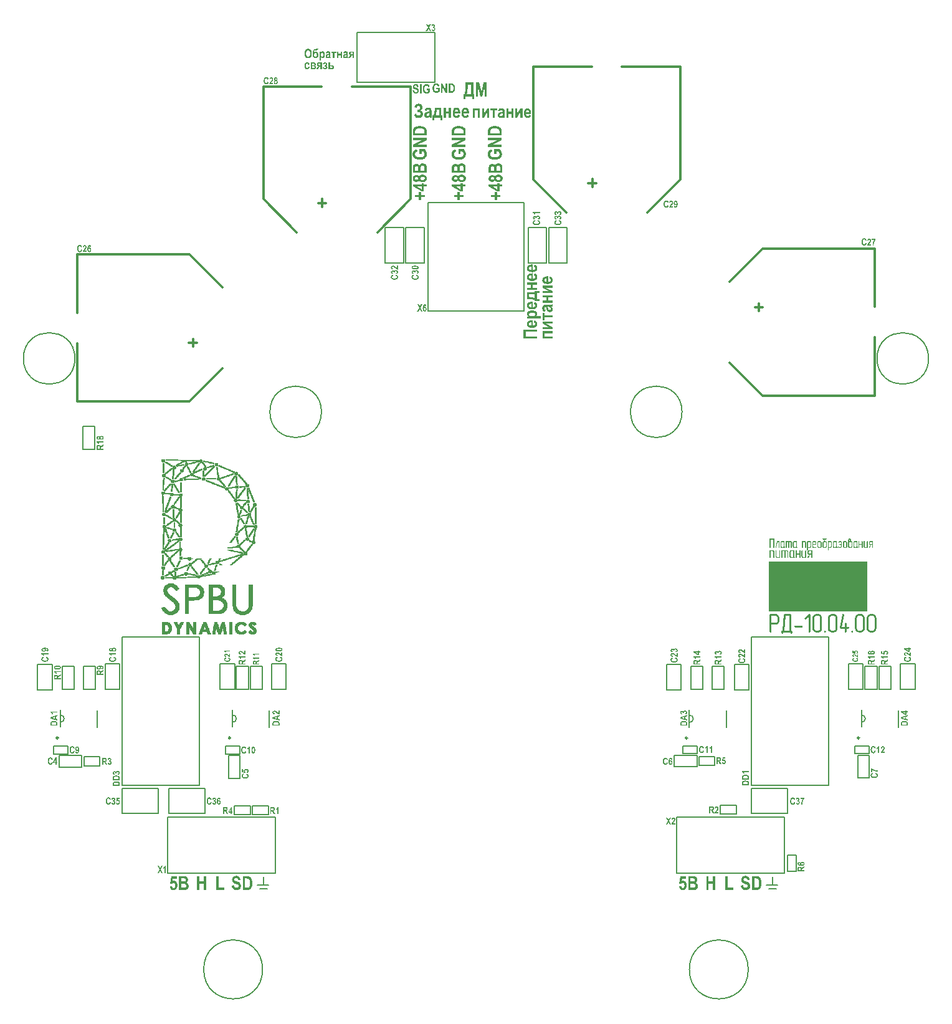
<source format=gto>
G04*
G04 #@! TF.GenerationSoftware,Altium Limited,Altium Designer,22.7.1 (60)*
G04*
G04 Layer_Color=65535*
%FSLAX43Y43*%
%MOMM*%
G71*
G04*
G04 #@! TF.SameCoordinates,6C714445-BF0D-44DC-86B3-87104CAD25D8*
G04*
G04*
G04 #@! TF.FilePolarity,Positive*
G04*
G01*
G75*
%ADD10C,0.250*%
%ADD11C,0.200*%
%ADD12C,0.051*%
%ADD13C,0.300*%
%ADD14C,0.150*%
%ADD15R,13.400X6.881*%
G36*
X24844Y120270D02*
X24859Y120268D01*
X24878Y120267D01*
X24896Y120265D01*
X24918Y120259D01*
X24963Y120248D01*
X25011Y120229D01*
X25033Y120218D01*
X25057Y120205D01*
X25078Y120191D01*
X25098Y120172D01*
X25100Y120170D01*
X25102Y120168D01*
X25107Y120161D01*
X25115Y120154D01*
X25122Y120144D01*
X25131Y120131D01*
X25141Y120117D01*
X25150Y120100D01*
X25159Y120081D01*
X25170Y120061D01*
X25180Y120037D01*
X25187Y120013D01*
X25194Y119985D01*
X25200Y119957D01*
X25205Y119926D01*
X25207Y119893D01*
X25000Y119881D01*
Y119883D01*
Y119885D01*
X24998Y119891D01*
X24996Y119898D01*
X24993Y119915D01*
X24987Y119937D01*
X24978Y119959D01*
X24968Y119983D01*
X24955Y120004D01*
X24939Y120022D01*
X24937Y120024D01*
X24931Y120028D01*
X24920Y120035D01*
X24906Y120042D01*
X24887Y120050D01*
X24865Y120057D01*
X24839Y120061D01*
X24809Y120063D01*
X24796D01*
X24780Y120061D01*
X24761Y120059D01*
X24741Y120054D01*
X24720Y120048D01*
X24698Y120039D01*
X24680Y120028D01*
X24678Y120026D01*
X24672Y120022D01*
X24665Y120015D01*
X24657Y120004D01*
X24650Y119991D01*
X24643Y119976D01*
X24637Y119959D01*
X24635Y119941D01*
Y119939D01*
Y119933D01*
X24637Y119924D01*
X24641Y119911D01*
X24644Y119898D01*
X24652Y119885D01*
X24663Y119870D01*
X24676Y119857D01*
X24678Y119855D01*
X24685Y119852D01*
X24696Y119844D01*
X24715Y119835D01*
X24728Y119830D01*
X24741Y119822D01*
X24756Y119817D01*
X24774Y119809D01*
X24793Y119802D01*
X24815Y119794D01*
X24839Y119787D01*
X24865Y119780D01*
X24867D01*
X24872Y119778D01*
X24880Y119776D01*
X24891Y119772D01*
X24904Y119767D01*
X24918Y119763D01*
X24952Y119750D01*
X24989Y119735D01*
X25026Y119720D01*
X25061Y119702D01*
X25078Y119693D01*
X25091Y119683D01*
X25094Y119681D01*
X25102Y119674D01*
X25115Y119665D01*
X25131Y119650D01*
X25148Y119631D01*
X25167Y119609D01*
X25183Y119583D01*
X25198Y119555D01*
X25200Y119552D01*
X25204Y119541D01*
X25209Y119524D01*
X25217Y119502D01*
X25224Y119474D01*
X25230Y119441D01*
X25233Y119404D01*
X25235Y119363D01*
Y119361D01*
Y119356D01*
Y119348D01*
X25233Y119335D01*
X25231Y119322D01*
X25230Y119306D01*
X25226Y119287D01*
X25222Y119268D01*
X25211Y119224D01*
X25193Y119178D01*
X25181Y119156D01*
X25167Y119133D01*
X25152Y119111D01*
X25133Y119089D01*
X25131Y119087D01*
X25128Y119083D01*
X25122Y119080D01*
X25115Y119072D01*
X25104Y119063D01*
X25091Y119054D01*
X25074Y119044D01*
X25057Y119035D01*
X25037Y119024D01*
X25013Y119015D01*
X24987Y119006D01*
X24959Y118996D01*
X24928Y118989D01*
X24894Y118985D01*
X24859Y118981D01*
X24820Y118980D01*
X24804D01*
X24785Y118983D01*
X24761Y118987D01*
X24731Y118993D01*
X24698Y119002D01*
X24663Y119015D01*
X24626Y119033D01*
X24589Y119056D01*
X24552Y119085D01*
X24517Y119119D01*
X24500Y119139D01*
X24483Y119161D01*
X24469Y119185D01*
X24456Y119209D01*
X24443Y119237D01*
X24430Y119267D01*
X24420Y119300D01*
X24411Y119333D01*
X24406Y119370D01*
X24400Y119409D01*
X24602Y119433D01*
Y119431D01*
X24604Y119422D01*
X24606Y119411D01*
X24609Y119396D01*
X24615Y119378D01*
X24622Y119357D01*
X24631Y119335D01*
X24643Y119313D01*
X24656Y119291D01*
X24670Y119268D01*
X24689Y119248D01*
X24711Y119230D01*
X24735Y119215D01*
X24761Y119204D01*
X24793Y119194D01*
X24826Y119193D01*
X24841D01*
X24857Y119194D01*
X24880Y119198D01*
X24902Y119204D01*
X24926Y119213D01*
X24950Y119224D01*
X24972Y119241D01*
X24974Y119243D01*
X24981Y119250D01*
X24991Y119261D01*
X25000Y119274D01*
X25011Y119293D01*
X25018Y119313D01*
X25026Y119337D01*
X25028Y119363D01*
Y119365D01*
Y119370D01*
X25026Y119378D01*
Y119389D01*
X25018Y119411D01*
X25015Y119424D01*
X25007Y119435D01*
Y119437D01*
X25004Y119441D01*
X24993Y119452D01*
X24985Y119459D01*
X24976Y119468D01*
X24963Y119476D01*
X24950Y119483D01*
X24948Y119485D01*
X24943Y119487D01*
X24930Y119493D01*
X24913Y119500D01*
X24902Y119504D01*
X24889Y119507D01*
X24874Y119513D01*
X24856Y119518D01*
X24837Y119526D01*
X24815Y119533D01*
X24791Y119541D01*
X24765Y119548D01*
X24763D01*
X24759Y119550D01*
X24752Y119552D01*
X24743Y119555D01*
X24731Y119559D01*
X24720Y119563D01*
X24691Y119574D01*
X24659Y119587D01*
X24626Y119602D01*
X24596Y119618D01*
X24570Y119635D01*
X24569Y119637D01*
X24561Y119644D01*
X24550Y119654D01*
X24535Y119668D01*
X24520Y119685D01*
X24504Y119705D01*
X24487Y119730D01*
X24472Y119757D01*
X24470Y119761D01*
X24467Y119770D01*
X24461Y119787D01*
X24456Y119807D01*
X24448Y119831D01*
X24443Y119859D01*
X24439Y119891D01*
X24437Y119922D01*
Y119924D01*
Y119926D01*
Y119931D01*
Y119939D01*
X24439Y119959D01*
X24443Y119983D01*
X24448Y120011D01*
X24457Y120042D01*
X24469Y120074D01*
X24483Y120105D01*
Y120107D01*
X24485Y120109D01*
X24493Y120118D01*
X24502Y120133D01*
X24517Y120152D01*
X24535Y120172D01*
X24557Y120192D01*
X24581Y120213D01*
X24611Y120229D01*
X24613D01*
X24615Y120231D01*
X24626Y120237D01*
X24644Y120242D01*
X24668Y120252D01*
X24698Y120259D01*
X24731Y120265D01*
X24772Y120270D01*
X24815Y120272D01*
X24831D01*
X24844Y120270D01*
D02*
G37*
G36*
X26313D02*
X26328Y120268D01*
X26346Y120267D01*
X26366Y120265D01*
X26387Y120261D01*
X26435Y120250D01*
X26483Y120233D01*
X26507Y120222D01*
X26531Y120209D01*
X26555Y120194D01*
X26576Y120178D01*
X26578Y120176D01*
X26581Y120174D01*
X26587Y120168D01*
X26594Y120161D01*
X26602Y120150D01*
X26613Y120139D01*
X26624Y120124D01*
X26635Y120107D01*
X26648Y120089D01*
X26659Y120068D01*
X26672Y120046D01*
X26683Y120022D01*
X26694Y119994D01*
X26705Y119967D01*
X26713Y119935D01*
X26720Y119902D01*
X26515Y119855D01*
Y119857D01*
X26513Y119859D01*
X26509Y119872D01*
X26503Y119889D01*
X26494Y119911D01*
X26483Y119933D01*
X26468Y119959D01*
X26450Y119983D01*
X26429Y120004D01*
X26428Y120005D01*
X26418Y120011D01*
X26405Y120020D01*
X26389Y120030D01*
X26366Y120039D01*
X26342Y120048D01*
X26315Y120054D01*
X26283Y120055D01*
X26270D01*
X26261Y120054D01*
X26250Y120052D01*
X26237Y120050D01*
X26207Y120042D01*
X26172Y120030D01*
X26137Y120011D01*
X26118Y120000D01*
X26102Y119987D01*
X26085Y119970D01*
X26068Y119952D01*
Y119950D01*
X26065Y119946D01*
X26061Y119941D01*
X26055Y119933D01*
X26050Y119922D01*
X26042Y119909D01*
X26035Y119893D01*
X26028Y119874D01*
X26020Y119854D01*
X26013Y119831D01*
X26005Y119805D01*
X26000Y119778D01*
X25994Y119746D01*
X25991Y119713D01*
X25989Y119678D01*
X25987Y119639D01*
Y119637D01*
Y119630D01*
Y119617D01*
X25989Y119602D01*
Y119583D01*
X25992Y119561D01*
X25994Y119537D01*
X25998Y119513D01*
X26009Y119457D01*
X26024Y119400D01*
X26046Y119344D01*
X26059Y119320D01*
X26074Y119296D01*
X26076Y119294D01*
X26078Y119293D01*
X26089Y119281D01*
X26105Y119265D01*
X26128Y119246D01*
X26157Y119228D01*
X26194Y119211D01*
X26235Y119200D01*
X26257Y119198D01*
X26281Y119196D01*
X26292D01*
X26304Y119198D01*
X26318Y119200D01*
X26337Y119204D01*
X26359Y119207D01*
X26381Y119215D01*
X26405Y119224D01*
X26409Y119226D01*
X26416Y119230D01*
X26429Y119235D01*
X26446Y119244D01*
X26463Y119256D01*
X26483Y119268D01*
X26503Y119283D01*
X26524Y119302D01*
Y119459D01*
X26287D01*
Y119670D01*
X26733D01*
Y119172D01*
X26729Y119169D01*
X26720Y119159D01*
X26705Y119144D01*
X26683Y119126D01*
X26655Y119104D01*
X26624Y119081D01*
X26585Y119057D01*
X26541Y119035D01*
X26539D01*
X26535Y119033D01*
X26528Y119030D01*
X26520Y119026D01*
X26507Y119022D01*
X26494Y119019D01*
X26463Y119007D01*
X26426Y118998D01*
X26383Y118989D01*
X26339Y118981D01*
X26292Y118980D01*
X26278D01*
X26266Y118981D01*
X26254D01*
X26239Y118983D01*
X26220Y118985D01*
X26202Y118989D01*
X26161Y118998D01*
X26115Y119011D01*
X26068Y119030D01*
X26024Y119054D01*
X26022Y119056D01*
X26018Y119057D01*
X26013Y119061D01*
X26005Y119069D01*
X25983Y119085D01*
X25957Y119109D01*
X25928Y119141D01*
X25896Y119180D01*
X25867Y119224D01*
X25839Y119276D01*
Y119278D01*
X25835Y119283D01*
X25833Y119291D01*
X25828Y119302D01*
X25824Y119317D01*
X25818Y119333D01*
X25811Y119354D01*
X25805Y119376D01*
X25800Y119400D01*
X25792Y119428D01*
X25787Y119456D01*
X25783Y119487D01*
X25776Y119554D01*
X25772Y119626D01*
Y119628D01*
Y119635D01*
Y119646D01*
X25774Y119661D01*
Y119678D01*
X25776Y119700D01*
X25778Y119722D01*
X25781Y119748D01*
X25789Y119804D01*
X25802Y119863D01*
X25818Y119922D01*
X25841Y119980D01*
Y119981D01*
X25844Y119987D01*
X25848Y119994D01*
X25854Y120004D01*
X25859Y120017D01*
X25868Y120030D01*
X25889Y120061D01*
X25915Y120098D01*
X25944Y120133D01*
X25979Y120168D01*
X26018Y120198D01*
X26020D01*
X26024Y120202D01*
X26029Y120205D01*
X26039Y120209D01*
X26048Y120215D01*
X26061Y120222D01*
X26076Y120228D01*
X26092Y120235D01*
X26131Y120248D01*
X26176Y120261D01*
X26226Y120268D01*
X26281Y120272D01*
X26300D01*
X26313Y120270D01*
D02*
G37*
G36*
X25611Y119000D02*
X25404D01*
Y120252D01*
X25611D01*
Y119000D01*
D02*
G37*
G36*
X27641Y120370D02*
X27656Y120368D01*
X27674Y120367D01*
X27694Y120365D01*
X27715Y120361D01*
X27763Y120350D01*
X27811Y120333D01*
X27835Y120322D01*
X27859Y120309D01*
X27883Y120294D01*
X27904Y120278D01*
X27905Y120276D01*
X27909Y120274D01*
X27915Y120268D01*
X27922Y120261D01*
X27930Y120250D01*
X27941Y120239D01*
X27952Y120224D01*
X27963Y120207D01*
X27976Y120189D01*
X27987Y120168D01*
X28000Y120146D01*
X28011Y120122D01*
X28022Y120094D01*
X28033Y120067D01*
X28041Y120035D01*
X28048Y120002D01*
X27843Y119955D01*
Y119957D01*
X27841Y119959D01*
X27837Y119972D01*
X27831Y119989D01*
X27822Y120011D01*
X27811Y120033D01*
X27796Y120059D01*
X27778Y120083D01*
X27757Y120104D01*
X27755Y120105D01*
X27746Y120111D01*
X27733Y120120D01*
X27717Y120130D01*
X27694Y120139D01*
X27670Y120148D01*
X27643Y120154D01*
X27611Y120155D01*
X27598D01*
X27589Y120154D01*
X27578Y120152D01*
X27565Y120150D01*
X27535Y120142D01*
X27500Y120130D01*
X27465Y120111D01*
X27446Y120100D01*
X27430Y120087D01*
X27413Y120070D01*
X27396Y120052D01*
Y120050D01*
X27393Y120046D01*
X27389Y120041D01*
X27383Y120033D01*
X27378Y120022D01*
X27370Y120009D01*
X27363Y119993D01*
X27356Y119974D01*
X27348Y119954D01*
X27341Y119931D01*
X27333Y119905D01*
X27328Y119878D01*
X27322Y119846D01*
X27319Y119813D01*
X27317Y119778D01*
X27315Y119739D01*
Y119737D01*
Y119730D01*
Y119717D01*
X27317Y119702D01*
Y119683D01*
X27320Y119661D01*
X27322Y119637D01*
X27326Y119613D01*
X27337Y119557D01*
X27352Y119500D01*
X27374Y119444D01*
X27387Y119420D01*
X27402Y119396D01*
X27404Y119394D01*
X27406Y119393D01*
X27417Y119381D01*
X27433Y119365D01*
X27456Y119346D01*
X27485Y119328D01*
X27522Y119311D01*
X27563Y119300D01*
X27585Y119298D01*
X27609Y119296D01*
X27620D01*
X27631Y119298D01*
X27646Y119300D01*
X27665Y119304D01*
X27687Y119307D01*
X27709Y119315D01*
X27733Y119324D01*
X27737Y119326D01*
X27744Y119330D01*
X27757Y119335D01*
X27774Y119344D01*
X27791Y119356D01*
X27811Y119368D01*
X27831Y119383D01*
X27852Y119402D01*
Y119559D01*
X27615D01*
Y119770D01*
X28061D01*
Y119272D01*
X28057Y119269D01*
X28048Y119259D01*
X28033Y119244D01*
X28011Y119226D01*
X27983Y119204D01*
X27952Y119181D01*
X27913Y119157D01*
X27868Y119135D01*
X27867D01*
X27863Y119133D01*
X27855Y119130D01*
X27848Y119126D01*
X27835Y119122D01*
X27822Y119119D01*
X27791Y119107D01*
X27754Y119098D01*
X27711Y119089D01*
X27667Y119081D01*
X27620Y119080D01*
X27605D01*
X27594Y119081D01*
X27581D01*
X27567Y119083D01*
X27548Y119085D01*
X27530Y119089D01*
X27489Y119098D01*
X27443Y119111D01*
X27396Y119130D01*
X27352Y119154D01*
X27350Y119156D01*
X27346Y119157D01*
X27341Y119161D01*
X27333Y119169D01*
X27311Y119185D01*
X27285Y119209D01*
X27256Y119241D01*
X27224Y119280D01*
X27194Y119324D01*
X27167Y119376D01*
Y119378D01*
X27163Y119383D01*
X27161Y119391D01*
X27156Y119402D01*
X27152Y119417D01*
X27146Y119433D01*
X27139Y119454D01*
X27133Y119476D01*
X27128Y119500D01*
X27120Y119528D01*
X27115Y119556D01*
X27111Y119587D01*
X27104Y119654D01*
X27100Y119726D01*
Y119728D01*
Y119735D01*
Y119746D01*
X27102Y119761D01*
Y119778D01*
X27104Y119800D01*
X27106Y119822D01*
X27109Y119848D01*
X27117Y119904D01*
X27130Y119963D01*
X27146Y120022D01*
X27169Y120080D01*
Y120081D01*
X27172Y120087D01*
X27176Y120094D01*
X27181Y120104D01*
X27187Y120117D01*
X27196Y120130D01*
X27217Y120161D01*
X27243Y120198D01*
X27272Y120233D01*
X27307Y120268D01*
X27346Y120298D01*
X27348D01*
X27352Y120302D01*
X27357Y120305D01*
X27367Y120309D01*
X27376Y120315D01*
X27389Y120322D01*
X27404Y120328D01*
X27420Y120335D01*
X27459Y120348D01*
X27504Y120361D01*
X27554Y120368D01*
X27609Y120372D01*
X27628D01*
X27641Y120370D01*
D02*
G37*
G36*
X29072Y119100D02*
X28863D01*
X28450Y119915D01*
Y119100D01*
X28257D01*
Y120352D01*
X28457D01*
X28879Y119515D01*
Y120352D01*
X29072D01*
Y119100D01*
D02*
G37*
G36*
X29700Y120350D02*
X29713D01*
X29744Y120348D01*
X29779Y120344D01*
X29815Y120337D01*
X29850Y120329D01*
X29879Y120318D01*
X29883Y120317D01*
X29892Y120313D01*
X29905Y120304D01*
X29924Y120292D01*
X29944Y120278D01*
X29968Y120259D01*
X29990Y120237D01*
X30015Y120211D01*
X30018Y120207D01*
X30026Y120198D01*
X30037Y120181D01*
X30050Y120157D01*
X30066Y120130D01*
X30083Y120096D01*
X30098Y120057D01*
X30113Y120013D01*
Y120011D01*
X30115Y120007D01*
X30116Y120000D01*
X30118Y119991D01*
X30120Y119980D01*
X30124Y119965D01*
X30127Y119948D01*
X30131Y119930D01*
X30133Y119909D01*
X30137Y119887D01*
X30140Y119863D01*
X30142Y119835D01*
X30146Y119778D01*
X30148Y119713D01*
Y119711D01*
Y119705D01*
Y119696D01*
Y119685D01*
X30146Y119672D01*
Y119656D01*
X30144Y119637D01*
Y119617D01*
X30139Y119572D01*
X30133Y119524D01*
X30124Y119476D01*
X30111Y119430D01*
Y119428D01*
X30109Y119424D01*
X30107Y119418D01*
X30103Y119409D01*
X30096Y119387D01*
X30085Y119361D01*
X30072Y119330D01*
X30055Y119298D01*
X30037Y119267D01*
X30016Y119239D01*
X30015Y119235D01*
X30007Y119228D01*
X29994Y119215D01*
X29979Y119200D01*
X29959Y119183D01*
X29937Y119167D01*
X29911Y119150D01*
X29881Y119135D01*
X29877Y119133D01*
X29866Y119130D01*
X29850Y119124D01*
X29826Y119119D01*
X29796Y119111D01*
X29761Y119106D01*
X29720Y119102D01*
X29676Y119100D01*
X29287D01*
Y120352D01*
X29689D01*
X29700Y120350D01*
D02*
G37*
G36*
X35642Y114567D02*
X35667D01*
X35695Y114564D01*
X35725D01*
X35792Y114556D01*
X35864Y114547D01*
X35936Y114534D01*
X36006Y114514D01*
X36009D01*
X36014Y114511D01*
X36022Y114509D01*
X36036Y114503D01*
X36070Y114492D01*
X36109Y114475D01*
X36156Y114456D01*
X36203Y114431D01*
X36250Y114403D01*
X36292Y114373D01*
X36297Y114370D01*
X36308Y114359D01*
X36328Y114339D01*
X36350Y114317D01*
X36375Y114286D01*
X36400Y114253D01*
X36425Y114214D01*
X36447Y114170D01*
X36450Y114164D01*
X36456Y114148D01*
X36464Y114123D01*
X36472Y114087D01*
X36483Y114042D01*
X36492Y113989D01*
X36497Y113928D01*
X36500Y113862D01*
Y113279D01*
X34623D01*
Y113881D01*
X34626Y113898D01*
Y113917D01*
X34629Y113964D01*
X34634Y114017D01*
X34645Y114070D01*
X34657Y114123D01*
X34673Y114167D01*
X34676Y114173D01*
X34682Y114187D01*
X34695Y114206D01*
X34712Y114234D01*
X34734Y114264D01*
X34762Y114300D01*
X34795Y114334D01*
X34834Y114370D01*
X34840Y114375D01*
X34854Y114386D01*
X34879Y114403D01*
X34915Y114423D01*
X34956Y114448D01*
X35006Y114472D01*
X35065Y114495D01*
X35131Y114517D01*
X35134D01*
X35140Y114520D01*
X35151Y114522D01*
X35165Y114525D01*
X35181Y114528D01*
X35204Y114534D01*
X35228Y114539D01*
X35256Y114545D01*
X35287Y114547D01*
X35320Y114553D01*
X35356Y114559D01*
X35398Y114561D01*
X35484Y114567D01*
X35581Y114570D01*
X35584D01*
X35592D01*
X35606D01*
X35623D01*
X35642Y114567D01*
D02*
G37*
G36*
X36500Y112643D02*
X35278Y112024D01*
X36500D01*
Y111735D01*
X34623D01*
Y112035D01*
X35878Y112668D01*
X34623D01*
Y112957D01*
X36500D01*
Y112643D01*
D02*
G37*
G36*
X36247Y111435D02*
X36261Y111421D01*
X36283Y111399D01*
X36311Y111366D01*
X36345Y111324D01*
X36378Y111277D01*
X36414Y111219D01*
X36447Y111152D01*
Y111149D01*
X36450Y111144D01*
X36456Y111133D01*
X36461Y111122D01*
X36467Y111102D01*
X36472Y111083D01*
X36489Y111036D01*
X36503Y110980D01*
X36517Y110916D01*
X36528Y110850D01*
X36531Y110780D01*
Y110758D01*
X36528Y110741D01*
Y110722D01*
X36525Y110700D01*
X36522Y110672D01*
X36517Y110644D01*
X36503Y110583D01*
X36483Y110514D01*
X36456Y110444D01*
X36419Y110378D01*
X36417Y110375D01*
X36414Y110369D01*
X36408Y110361D01*
X36397Y110350D01*
X36372Y110316D01*
X36336Y110278D01*
X36289Y110233D01*
X36231Y110186D01*
X36164Y110142D01*
X36086Y110100D01*
X36084D01*
X36075Y110094D01*
X36064Y110092D01*
X36047Y110083D01*
X36025Y110078D01*
X36000Y110069D01*
X35970Y110058D01*
X35936Y110050D01*
X35900Y110042D01*
X35859Y110031D01*
X35817Y110022D01*
X35770Y110017D01*
X35670Y110006D01*
X35562Y110000D01*
X35559D01*
X35548D01*
X35531D01*
X35509Y110003D01*
X35484D01*
X35451Y110006D01*
X35417Y110008D01*
X35378Y110014D01*
X35295Y110025D01*
X35206Y110044D01*
X35117Y110069D01*
X35031Y110103D01*
X35029D01*
X35020Y110108D01*
X35009Y110114D01*
X34995Y110122D01*
X34976Y110130D01*
X34956Y110144D01*
X34909Y110175D01*
X34854Y110214D01*
X34801Y110258D01*
X34748Y110311D01*
X34704Y110369D01*
Y110372D01*
X34698Y110378D01*
X34693Y110386D01*
X34687Y110400D01*
X34679Y110414D01*
X34668Y110433D01*
X34659Y110455D01*
X34648Y110480D01*
X34629Y110539D01*
X34609Y110605D01*
X34598Y110680D01*
X34593Y110763D01*
Y110791D01*
X34596Y110811D01*
X34598Y110833D01*
X34601Y110861D01*
X34604Y110891D01*
X34609Y110922D01*
X34626Y110994D01*
X34651Y111066D01*
X34668Y111102D01*
X34687Y111138D01*
X34709Y111174D01*
X34734Y111205D01*
X34737Y111208D01*
X34740Y111213D01*
X34748Y111222D01*
X34759Y111233D01*
X34776Y111244D01*
X34793Y111260D01*
X34815Y111277D01*
X34840Y111294D01*
X34868Y111313D01*
X34898Y111330D01*
X34931Y111349D01*
X34968Y111366D01*
X35009Y111383D01*
X35051Y111399D01*
X35098Y111410D01*
X35148Y111421D01*
X35217Y111113D01*
X35215D01*
X35212Y111110D01*
X35192Y111105D01*
X35167Y111097D01*
X35134Y111083D01*
X35101Y111066D01*
X35062Y111044D01*
X35026Y111016D01*
X34995Y110986D01*
X34993Y110983D01*
X34984Y110969D01*
X34970Y110949D01*
X34956Y110924D01*
X34943Y110891D01*
X34929Y110855D01*
X34920Y110813D01*
X34918Y110766D01*
Y110747D01*
X34920Y110733D01*
X34923Y110716D01*
X34926Y110697D01*
X34937Y110652D01*
X34956Y110600D01*
X34984Y110547D01*
X35001Y110519D01*
X35020Y110494D01*
X35045Y110469D01*
X35073Y110444D01*
X35076D01*
X35081Y110439D01*
X35090Y110433D01*
X35101Y110425D01*
X35117Y110416D01*
X35137Y110405D01*
X35162Y110394D01*
X35190Y110383D01*
X35220Y110372D01*
X35253Y110361D01*
X35292Y110350D01*
X35334Y110341D01*
X35381Y110333D01*
X35431Y110328D01*
X35484Y110325D01*
X35542Y110322D01*
X35545D01*
X35556D01*
X35576D01*
X35598Y110325D01*
X35625D01*
X35659Y110330D01*
X35695Y110333D01*
X35731Y110339D01*
X35814Y110355D01*
X35900Y110378D01*
X35984Y110411D01*
X36020Y110430D01*
X36056Y110453D01*
X36059Y110455D01*
X36061Y110458D01*
X36078Y110475D01*
X36103Y110500D01*
X36131Y110533D01*
X36159Y110577D01*
X36184Y110633D01*
X36200Y110694D01*
X36203Y110727D01*
X36206Y110763D01*
Y110780D01*
X36203Y110797D01*
X36200Y110819D01*
X36195Y110847D01*
X36189Y110880D01*
X36178Y110913D01*
X36164Y110949D01*
X36161Y110955D01*
X36156Y110966D01*
X36147Y110986D01*
X36134Y111011D01*
X36117Y111036D01*
X36097Y111066D01*
X36075Y111097D01*
X36047Y111127D01*
X35812D01*
Y110772D01*
X35495D01*
Y111441D01*
X36242D01*
X36247Y111435D01*
D02*
G37*
G36*
X30742Y114567D02*
X30767D01*
X30795Y114564D01*
X30825D01*
X30892Y114556D01*
X30964Y114547D01*
X31036Y114534D01*
X31106Y114514D01*
X31109D01*
X31114Y114511D01*
X31122Y114509D01*
X31136Y114503D01*
X31170Y114492D01*
X31209Y114475D01*
X31256Y114456D01*
X31303Y114431D01*
X31350Y114403D01*
X31392Y114373D01*
X31397Y114370D01*
X31408Y114359D01*
X31428Y114339D01*
X31450Y114317D01*
X31475Y114286D01*
X31500Y114253D01*
X31525Y114214D01*
X31547Y114170D01*
X31550Y114164D01*
X31556Y114148D01*
X31564Y114123D01*
X31572Y114087D01*
X31583Y114042D01*
X31592Y113989D01*
X31597Y113928D01*
X31600Y113862D01*
Y113279D01*
X29723D01*
Y113881D01*
X29726Y113898D01*
Y113917D01*
X29729Y113964D01*
X29734Y114017D01*
X29745Y114070D01*
X29757Y114123D01*
X29773Y114167D01*
X29776Y114173D01*
X29782Y114187D01*
X29795Y114206D01*
X29812Y114234D01*
X29834Y114264D01*
X29862Y114300D01*
X29895Y114334D01*
X29934Y114370D01*
X29940Y114375D01*
X29954Y114386D01*
X29979Y114403D01*
X30015Y114423D01*
X30056Y114448D01*
X30106Y114472D01*
X30165Y114495D01*
X30231Y114517D01*
X30234D01*
X30240Y114520D01*
X30251Y114522D01*
X30265Y114525D01*
X30281Y114528D01*
X30304Y114534D01*
X30328Y114539D01*
X30356Y114545D01*
X30387Y114547D01*
X30420Y114553D01*
X30456Y114559D01*
X30498Y114561D01*
X30584Y114567D01*
X30681Y114570D01*
X30684D01*
X30692D01*
X30706D01*
X30723D01*
X30742Y114567D01*
D02*
G37*
G36*
X31600Y112643D02*
X30378Y112024D01*
X31600D01*
Y111735D01*
X29723D01*
Y112035D01*
X30978Y112668D01*
X29723D01*
Y112957D01*
X31600D01*
Y112643D01*
D02*
G37*
G36*
X31347Y111435D02*
X31361Y111421D01*
X31383Y111399D01*
X31411Y111366D01*
X31445Y111324D01*
X31478Y111277D01*
X31514Y111219D01*
X31547Y111152D01*
Y111149D01*
X31550Y111144D01*
X31556Y111133D01*
X31561Y111122D01*
X31567Y111102D01*
X31572Y111083D01*
X31589Y111036D01*
X31603Y110980D01*
X31617Y110916D01*
X31628Y110850D01*
X31631Y110780D01*
Y110758D01*
X31628Y110741D01*
Y110722D01*
X31625Y110700D01*
X31622Y110672D01*
X31617Y110644D01*
X31603Y110583D01*
X31583Y110514D01*
X31556Y110444D01*
X31519Y110378D01*
X31517Y110375D01*
X31514Y110369D01*
X31508Y110361D01*
X31497Y110350D01*
X31472Y110316D01*
X31436Y110278D01*
X31389Y110233D01*
X31331Y110186D01*
X31264Y110142D01*
X31186Y110100D01*
X31184D01*
X31175Y110094D01*
X31164Y110092D01*
X31147Y110083D01*
X31125Y110078D01*
X31100Y110069D01*
X31070Y110058D01*
X31036Y110050D01*
X31000Y110042D01*
X30959Y110031D01*
X30917Y110022D01*
X30870Y110017D01*
X30770Y110006D01*
X30662Y110000D01*
X30659D01*
X30648D01*
X30631D01*
X30609Y110003D01*
X30584D01*
X30551Y110006D01*
X30517Y110008D01*
X30478Y110014D01*
X30395Y110025D01*
X30306Y110044D01*
X30217Y110069D01*
X30131Y110103D01*
X30129D01*
X30120Y110108D01*
X30109Y110114D01*
X30095Y110122D01*
X30076Y110130D01*
X30056Y110144D01*
X30009Y110175D01*
X29954Y110214D01*
X29901Y110258D01*
X29848Y110311D01*
X29804Y110369D01*
Y110372D01*
X29798Y110378D01*
X29793Y110386D01*
X29787Y110400D01*
X29779Y110414D01*
X29768Y110433D01*
X29759Y110455D01*
X29748Y110480D01*
X29729Y110539D01*
X29709Y110605D01*
X29698Y110680D01*
X29693Y110763D01*
Y110791D01*
X29696Y110811D01*
X29698Y110833D01*
X29701Y110861D01*
X29704Y110891D01*
X29709Y110922D01*
X29726Y110994D01*
X29751Y111066D01*
X29768Y111102D01*
X29787Y111138D01*
X29809Y111174D01*
X29834Y111205D01*
X29837Y111208D01*
X29840Y111213D01*
X29848Y111222D01*
X29859Y111233D01*
X29876Y111244D01*
X29893Y111260D01*
X29915Y111277D01*
X29940Y111294D01*
X29968Y111313D01*
X29998Y111330D01*
X30031Y111349D01*
X30068Y111366D01*
X30109Y111383D01*
X30151Y111399D01*
X30198Y111410D01*
X30248Y111421D01*
X30317Y111113D01*
X30315D01*
X30312Y111110D01*
X30292Y111105D01*
X30267Y111097D01*
X30234Y111083D01*
X30201Y111066D01*
X30162Y111044D01*
X30126Y111016D01*
X30095Y110986D01*
X30093Y110983D01*
X30084Y110969D01*
X30070Y110949D01*
X30056Y110924D01*
X30043Y110891D01*
X30029Y110855D01*
X30020Y110813D01*
X30018Y110766D01*
Y110747D01*
X30020Y110733D01*
X30023Y110716D01*
X30026Y110697D01*
X30037Y110652D01*
X30056Y110600D01*
X30084Y110547D01*
X30101Y110519D01*
X30120Y110494D01*
X30145Y110469D01*
X30173Y110444D01*
X30176D01*
X30181Y110439D01*
X30190Y110433D01*
X30201Y110425D01*
X30217Y110416D01*
X30237Y110405D01*
X30262Y110394D01*
X30290Y110383D01*
X30320Y110372D01*
X30353Y110361D01*
X30392Y110350D01*
X30434Y110341D01*
X30481Y110333D01*
X30531Y110328D01*
X30584Y110325D01*
X30642Y110322D01*
X30645D01*
X30656D01*
X30676D01*
X30698Y110325D01*
X30725D01*
X30759Y110330D01*
X30795Y110333D01*
X30831Y110339D01*
X30914Y110355D01*
X31000Y110378D01*
X31084Y110411D01*
X31120Y110430D01*
X31156Y110453D01*
X31159Y110455D01*
X31161Y110458D01*
X31178Y110475D01*
X31203Y110500D01*
X31231Y110533D01*
X31259Y110577D01*
X31284Y110633D01*
X31300Y110694D01*
X31303Y110727D01*
X31306Y110763D01*
Y110780D01*
X31303Y110797D01*
X31300Y110819D01*
X31295Y110847D01*
X31289Y110880D01*
X31278Y110913D01*
X31264Y110949D01*
X31261Y110955D01*
X31256Y110966D01*
X31247Y110986D01*
X31234Y111011D01*
X31217Y111036D01*
X31197Y111066D01*
X31175Y111097D01*
X31147Y111127D01*
X30912D01*
Y110772D01*
X30595D01*
Y111441D01*
X31342D01*
X31347Y111435D01*
D02*
G37*
G36*
X36089Y109506D02*
X36109D01*
X36128Y109503D01*
X36175Y109497D01*
X36231Y109483D01*
X36289Y109467D01*
X36347Y109442D01*
X36403Y109408D01*
X36406D01*
X36408Y109403D01*
X36425Y109392D01*
X36450Y109369D01*
X36478Y109342D01*
X36508Y109308D01*
X36536Y109267D01*
X36561Y109222D01*
X36578Y109175D01*
Y109170D01*
X36581Y109164D01*
Y109156D01*
X36583Y109142D01*
Y109128D01*
X36586Y109109D01*
X36589Y109086D01*
X36592Y109059D01*
Y109028D01*
X36594Y108992D01*
X36597Y108950D01*
Y108906D01*
X36600Y108856D01*
Y108217D01*
X34723D01*
Y108895D01*
X34726Y108920D01*
X34729Y108972D01*
X34734Y109031D01*
X34743Y109089D01*
X34754Y109145D01*
X34762Y109167D01*
X34770Y109189D01*
X34773Y109195D01*
X34779Y109206D01*
X34793Y109225D01*
X34809Y109250D01*
X34832Y109275D01*
X34859Y109306D01*
X34893Y109333D01*
X34934Y109361D01*
X34940Y109364D01*
X34954Y109372D01*
X34979Y109383D01*
X35009Y109397D01*
X35048Y109411D01*
X35093Y109422D01*
X35142Y109431D01*
X35195Y109433D01*
X35198D01*
X35201D01*
X35217D01*
X35245Y109431D01*
X35276Y109425D01*
X35315Y109419D01*
X35356Y109408D01*
X35401Y109392D01*
X35442Y109372D01*
X35448Y109369D01*
X35459Y109361D01*
X35478Y109347D01*
X35503Y109331D01*
X35528Y109306D01*
X35556Y109281D01*
X35581Y109250D01*
X35603Y109214D01*
Y109217D01*
X35606Y109220D01*
X35612Y109236D01*
X35626Y109261D01*
X35642Y109295D01*
X35664Y109328D01*
X35692Y109364D01*
X35728Y109400D01*
X35770Y109431D01*
X35775Y109433D01*
X35789Y109442D01*
X35814Y109456D01*
X35850Y109469D01*
X35892Y109483D01*
X35939Y109497D01*
X35995Y109506D01*
X36056Y109508D01*
X36059D01*
X36064D01*
X36075D01*
X36089Y109506D01*
D02*
G37*
G36*
X36095Y107965D02*
X36111D01*
X36153Y107959D01*
X36203Y107951D01*
X36253Y107940D01*
X36306Y107923D01*
X36358Y107901D01*
X36361D01*
X36364Y107898D01*
X36381Y107890D01*
X36403Y107876D01*
X36433Y107854D01*
X36467Y107829D01*
X36500Y107798D01*
X36533Y107765D01*
X36561Y107723D01*
X36564Y107718D01*
X36572Y107704D01*
X36583Y107679D01*
X36594Y107648D01*
X36608Y107612D01*
X36619Y107568D01*
X36628Y107521D01*
X36631Y107468D01*
Y107446D01*
X36628Y107432D01*
X36625Y107412D01*
X36622Y107390D01*
X36611Y107340D01*
X36594Y107282D01*
X36567Y107221D01*
X36547Y107190D01*
X36528Y107160D01*
X36506Y107129D01*
X36478Y107101D01*
X36475Y107099D01*
X36470Y107096D01*
X36461Y107087D01*
X36450Y107079D01*
X36433Y107068D01*
X36414Y107057D01*
X36392Y107043D01*
X36367Y107029D01*
X36339Y107015D01*
X36308Y107001D01*
X36272Y106990D01*
X36236Y106979D01*
X36153Y106963D01*
X36109Y106960D01*
X36061Y106957D01*
X36059D01*
X36053D01*
X36045D01*
X36034D01*
X36003Y106960D01*
X35961Y106965D01*
X35917Y106974D01*
X35870Y106985D01*
X35820Y106999D01*
X35773Y107021D01*
X35770D01*
X35767Y107024D01*
X35753Y107032D01*
X35731Y107049D01*
X35703Y107071D01*
X35673Y107096D01*
X35642Y107129D01*
X35612Y107168D01*
X35587Y107212D01*
X35584Y107207D01*
X35576Y107196D01*
X35564Y107176D01*
X35548Y107151D01*
X35526Y107124D01*
X35498Y107099D01*
X35467Y107071D01*
X35434Y107049D01*
X35428Y107046D01*
X35417Y107040D01*
X35395Y107032D01*
X35367Y107024D01*
X35334Y107012D01*
X35295Y107004D01*
X35251Y106999D01*
X35201Y106996D01*
X35198D01*
X35190D01*
X35179D01*
X35165Y106999D01*
X35145D01*
X35123Y107001D01*
X35076Y107012D01*
X35018Y107026D01*
X34959Y107049D01*
X34904Y107079D01*
X34876Y107099D01*
X34851Y107121D01*
X34848Y107124D01*
X34845Y107126D01*
X34840Y107135D01*
X34829Y107143D01*
X34809Y107171D01*
X34784Y107210D01*
X34759Y107257D01*
X34737Y107315D01*
X34723Y107382D01*
X34721Y107418D01*
X34718Y107457D01*
Y107479D01*
X34721Y107493D01*
X34723Y107512D01*
X34726Y107534D01*
X34734Y107584D01*
X34751Y107640D01*
X34776Y107695D01*
X34793Y107723D01*
X34812Y107751D01*
X34834Y107776D01*
X34859Y107798D01*
X34862Y107801D01*
X34865Y107804D01*
X34873Y107809D01*
X34884Y107818D01*
X34898Y107826D01*
X34915Y107837D01*
X34954Y107859D01*
X35004Y107879D01*
X35062Y107898D01*
X35126Y107912D01*
X35162Y107918D01*
X35198D01*
X35201D01*
X35204D01*
X35220D01*
X35245Y107915D01*
X35279Y107909D01*
X35315Y107904D01*
X35353Y107893D01*
X35395Y107879D01*
X35434Y107859D01*
X35440Y107856D01*
X35451Y107848D01*
X35467Y107837D01*
X35490Y107818D01*
X35514Y107795D01*
X35539Y107770D01*
X35564Y107737D01*
X35587Y107704D01*
Y107707D01*
X35589Y107709D01*
X35598Y107726D01*
X35612Y107748D01*
X35634Y107779D01*
X35659Y107809D01*
X35689Y107843D01*
X35725Y107873D01*
X35767Y107901D01*
X35773Y107904D01*
X35787Y107912D01*
X35812Y107923D01*
X35845Y107934D01*
X35887Y107945D01*
X35934Y107956D01*
X35989Y107965D01*
X36050Y107967D01*
X36053D01*
X36059D01*
X36067D01*
X36081D01*
X36095Y107965D01*
D02*
G37*
G36*
X36222Y106624D02*
X36600D01*
Y106338D01*
X36222D01*
Y105708D01*
X35909D01*
X34718Y106374D01*
Y106624D01*
X35906D01*
Y106815D01*
X36222D01*
Y106624D01*
D02*
G37*
G36*
X35842Y105172D02*
X36331D01*
Y104903D01*
X35842D01*
Y104500D01*
X35506D01*
Y104903D01*
X35018D01*
Y105172D01*
X35506D01*
Y105577D01*
X35842D01*
Y105172D01*
D02*
G37*
G36*
X31089Y109506D02*
X31109D01*
X31128Y109503D01*
X31175Y109497D01*
X31231Y109483D01*
X31289Y109467D01*
X31347Y109442D01*
X31403Y109408D01*
X31406D01*
X31408Y109403D01*
X31425Y109392D01*
X31450Y109369D01*
X31478Y109342D01*
X31508Y109308D01*
X31536Y109267D01*
X31561Y109222D01*
X31578Y109175D01*
Y109170D01*
X31581Y109164D01*
Y109156D01*
X31583Y109142D01*
Y109128D01*
X31586Y109109D01*
X31589Y109086D01*
X31592Y109059D01*
Y109028D01*
X31594Y108992D01*
X31597Y108950D01*
Y108906D01*
X31600Y108856D01*
Y108217D01*
X29723D01*
Y108895D01*
X29726Y108920D01*
X29729Y108972D01*
X29734Y109031D01*
X29743Y109089D01*
X29754Y109145D01*
X29762Y109167D01*
X29770Y109189D01*
X29773Y109195D01*
X29779Y109206D01*
X29793Y109225D01*
X29809Y109250D01*
X29832Y109275D01*
X29859Y109306D01*
X29893Y109333D01*
X29934Y109361D01*
X29940Y109364D01*
X29954Y109372D01*
X29979Y109383D01*
X30009Y109397D01*
X30048Y109411D01*
X30093Y109422D01*
X30142Y109431D01*
X30195Y109433D01*
X30198D01*
X30201D01*
X30217D01*
X30245Y109431D01*
X30276Y109425D01*
X30315Y109419D01*
X30356Y109408D01*
X30401Y109392D01*
X30442Y109372D01*
X30448Y109369D01*
X30459Y109361D01*
X30478Y109347D01*
X30503Y109331D01*
X30528Y109306D01*
X30556Y109281D01*
X30581Y109250D01*
X30603Y109214D01*
Y109217D01*
X30606Y109220D01*
X30612Y109236D01*
X30626Y109261D01*
X30642Y109295D01*
X30664Y109328D01*
X30692Y109364D01*
X30728Y109400D01*
X30770Y109431D01*
X30775Y109433D01*
X30789Y109442D01*
X30814Y109456D01*
X30850Y109469D01*
X30892Y109483D01*
X30939Y109497D01*
X30995Y109506D01*
X31056Y109508D01*
X31059D01*
X31064D01*
X31075D01*
X31089Y109506D01*
D02*
G37*
G36*
X31095Y107965D02*
X31111D01*
X31153Y107959D01*
X31203Y107951D01*
X31253Y107940D01*
X31306Y107923D01*
X31358Y107901D01*
X31361D01*
X31364Y107898D01*
X31381Y107890D01*
X31403Y107876D01*
X31433Y107854D01*
X31467Y107829D01*
X31500Y107798D01*
X31533Y107765D01*
X31561Y107723D01*
X31564Y107718D01*
X31572Y107704D01*
X31583Y107679D01*
X31594Y107648D01*
X31608Y107612D01*
X31619Y107568D01*
X31628Y107521D01*
X31631Y107468D01*
Y107446D01*
X31628Y107432D01*
X31625Y107412D01*
X31622Y107390D01*
X31611Y107340D01*
X31594Y107282D01*
X31567Y107221D01*
X31547Y107190D01*
X31528Y107160D01*
X31506Y107129D01*
X31478Y107101D01*
X31475Y107099D01*
X31470Y107096D01*
X31461Y107087D01*
X31450Y107079D01*
X31433Y107068D01*
X31414Y107057D01*
X31392Y107043D01*
X31367Y107029D01*
X31339Y107015D01*
X31309Y107001D01*
X31272Y106990D01*
X31236Y106979D01*
X31153Y106963D01*
X31109Y106960D01*
X31061Y106957D01*
X31059D01*
X31053D01*
X31045D01*
X31034D01*
X31003Y106960D01*
X30961Y106965D01*
X30917Y106974D01*
X30870Y106985D01*
X30820Y106999D01*
X30773Y107021D01*
X30770D01*
X30767Y107024D01*
X30753Y107032D01*
X30731Y107049D01*
X30703Y107071D01*
X30673Y107096D01*
X30642Y107129D01*
X30612Y107168D01*
X30587Y107212D01*
X30584Y107207D01*
X30576Y107196D01*
X30564Y107176D01*
X30548Y107151D01*
X30526Y107124D01*
X30498Y107099D01*
X30467Y107071D01*
X30434Y107049D01*
X30428Y107046D01*
X30417Y107040D01*
X30395Y107032D01*
X30367Y107024D01*
X30334Y107012D01*
X30295Y107004D01*
X30251Y106999D01*
X30201Y106996D01*
X30198D01*
X30190D01*
X30179D01*
X30165Y106999D01*
X30145D01*
X30123Y107001D01*
X30076Y107012D01*
X30018Y107026D01*
X29959Y107049D01*
X29904Y107079D01*
X29876Y107099D01*
X29851Y107121D01*
X29848Y107124D01*
X29845Y107126D01*
X29840Y107135D01*
X29829Y107143D01*
X29809Y107171D01*
X29784Y107210D01*
X29759Y107257D01*
X29737Y107315D01*
X29723Y107382D01*
X29721Y107418D01*
X29718Y107457D01*
Y107479D01*
X29721Y107493D01*
X29723Y107512D01*
X29726Y107534D01*
X29734Y107584D01*
X29751Y107640D01*
X29776Y107695D01*
X29793Y107723D01*
X29812Y107751D01*
X29834Y107776D01*
X29859Y107798D01*
X29862Y107801D01*
X29865Y107804D01*
X29873Y107809D01*
X29884Y107818D01*
X29898Y107826D01*
X29915Y107837D01*
X29954Y107859D01*
X30004Y107879D01*
X30062Y107898D01*
X30126Y107912D01*
X30162Y107918D01*
X30198D01*
X30201D01*
X30204D01*
X30220D01*
X30245Y107915D01*
X30279Y107909D01*
X30315Y107904D01*
X30353Y107893D01*
X30395Y107879D01*
X30434Y107859D01*
X30440Y107856D01*
X30451Y107848D01*
X30467Y107837D01*
X30490Y107818D01*
X30514Y107795D01*
X30539Y107770D01*
X30564Y107737D01*
X30587Y107704D01*
Y107707D01*
X30589Y107709D01*
X30598Y107726D01*
X30612Y107748D01*
X30634Y107779D01*
X30659Y107809D01*
X30689Y107843D01*
X30725Y107873D01*
X30767Y107901D01*
X30773Y107904D01*
X30787Y107912D01*
X30812Y107923D01*
X30845Y107934D01*
X30887Y107945D01*
X30934Y107956D01*
X30989Y107965D01*
X31050Y107967D01*
X31053D01*
X31059D01*
X31067D01*
X31081D01*
X31095Y107965D01*
D02*
G37*
G36*
X31222Y106624D02*
X31600D01*
Y106338D01*
X31222D01*
Y105708D01*
X30909D01*
X29718Y106374D01*
Y106624D01*
X30906D01*
Y106815D01*
X31222D01*
Y106624D01*
D02*
G37*
G36*
X30842Y105172D02*
X31331D01*
Y104903D01*
X30842D01*
Y104500D01*
X30506D01*
Y104903D01*
X30018D01*
Y105172D01*
X30506D01*
Y105577D01*
X30842D01*
Y105172D01*
D02*
G37*
G36*
X34482Y118600D02*
X34193D01*
Y120080D01*
X33882Y118600D01*
X33585D01*
X33279Y120080D01*
Y118600D01*
X32991D01*
Y120477D01*
X33454D01*
X33735Y119191D01*
X34012Y120477D01*
X34482D01*
Y118600D01*
D02*
G37*
G36*
X32649Y118916D02*
X32783D01*
Y118192D01*
X32527D01*
Y118600D01*
X31555D01*
Y118192D01*
X31300D01*
Y118916D01*
X31428D01*
Y118919D01*
X31430Y118925D01*
X31436Y118936D01*
X31439Y118953D01*
X31447Y118972D01*
X31453Y118994D01*
X31461Y119019D01*
X31469Y119050D01*
X31480Y119083D01*
X31489Y119119D01*
X31500Y119158D01*
X31508Y119200D01*
X31528Y119291D01*
X31544Y119391D01*
Y119394D01*
X31547Y119405D01*
Y119422D01*
X31550Y119444D01*
X31555Y119475D01*
X31558Y119508D01*
X31561Y119552D01*
X31567Y119599D01*
X31569Y119655D01*
X31572Y119719D01*
X31578Y119785D01*
X31580Y119860D01*
X31583Y119941D01*
Y120030D01*
X31586Y120124D01*
Y120224D01*
Y120477D01*
X32649D01*
Y118916D01*
D02*
G37*
G36*
X25442Y114567D02*
X25467D01*
X25495Y114564D01*
X25525D01*
X25592Y114556D01*
X25664Y114547D01*
X25736Y114534D01*
X25806Y114514D01*
X25809D01*
X25814Y114511D01*
X25822Y114509D01*
X25836Y114503D01*
X25870Y114492D01*
X25909Y114475D01*
X25956Y114456D01*
X26003Y114431D01*
X26050Y114403D01*
X26092Y114373D01*
X26097Y114370D01*
X26108Y114359D01*
X26128Y114339D01*
X26150Y114317D01*
X26175Y114286D01*
X26200Y114253D01*
X26225Y114214D01*
X26247Y114170D01*
X26250Y114164D01*
X26256Y114148D01*
X26264Y114123D01*
X26272Y114087D01*
X26283Y114042D01*
X26292Y113989D01*
X26297Y113928D01*
X26300Y113862D01*
Y113279D01*
X24423D01*
Y113881D01*
X24426Y113898D01*
Y113917D01*
X24429Y113964D01*
X24434Y114017D01*
X24445Y114070D01*
X24457Y114123D01*
X24473Y114167D01*
X24476Y114173D01*
X24482Y114187D01*
X24495Y114206D01*
X24512Y114234D01*
X24534Y114264D01*
X24562Y114300D01*
X24595Y114334D01*
X24634Y114370D01*
X24640Y114375D01*
X24654Y114386D01*
X24679Y114403D01*
X24715Y114423D01*
X24756Y114448D01*
X24806Y114472D01*
X24865Y114495D01*
X24931Y114517D01*
X24934D01*
X24940Y114520D01*
X24951Y114522D01*
X24965Y114525D01*
X24981Y114528D01*
X25004Y114534D01*
X25028Y114539D01*
X25056Y114545D01*
X25087Y114547D01*
X25120Y114553D01*
X25156Y114559D01*
X25198Y114561D01*
X25284Y114567D01*
X25381Y114570D01*
X25384D01*
X25392D01*
X25406D01*
X25423D01*
X25442Y114567D01*
D02*
G37*
G36*
X26300Y112643D02*
X25078Y112024D01*
X26300D01*
Y111735D01*
X24423D01*
Y112035D01*
X25678Y112668D01*
X24423D01*
Y112957D01*
X26300D01*
Y112643D01*
D02*
G37*
G36*
X26047Y111435D02*
X26061Y111421D01*
X26083Y111399D01*
X26111Y111366D01*
X26145Y111324D01*
X26178Y111277D01*
X26214Y111219D01*
X26247Y111152D01*
Y111149D01*
X26250Y111144D01*
X26256Y111133D01*
X26261Y111122D01*
X26267Y111102D01*
X26272Y111083D01*
X26289Y111036D01*
X26303Y110980D01*
X26317Y110916D01*
X26328Y110850D01*
X26331Y110780D01*
Y110758D01*
X26328Y110741D01*
Y110722D01*
X26325Y110700D01*
X26322Y110672D01*
X26317Y110644D01*
X26303Y110583D01*
X26283Y110514D01*
X26256Y110444D01*
X26219Y110378D01*
X26217Y110375D01*
X26214Y110369D01*
X26208Y110361D01*
X26197Y110350D01*
X26172Y110316D01*
X26136Y110278D01*
X26089Y110233D01*
X26031Y110186D01*
X25964Y110142D01*
X25886Y110100D01*
X25884D01*
X25875Y110094D01*
X25864Y110092D01*
X25847Y110083D01*
X25825Y110078D01*
X25800Y110069D01*
X25770Y110058D01*
X25736Y110050D01*
X25700Y110042D01*
X25659Y110031D01*
X25617Y110022D01*
X25570Y110017D01*
X25470Y110006D01*
X25362Y110000D01*
X25359D01*
X25348D01*
X25331D01*
X25309Y110003D01*
X25284D01*
X25251Y110006D01*
X25217Y110008D01*
X25178Y110014D01*
X25095Y110025D01*
X25006Y110044D01*
X24917Y110069D01*
X24831Y110103D01*
X24829D01*
X24820Y110108D01*
X24809Y110114D01*
X24795Y110122D01*
X24776Y110130D01*
X24756Y110144D01*
X24709Y110175D01*
X24654Y110214D01*
X24601Y110258D01*
X24548Y110311D01*
X24504Y110369D01*
Y110372D01*
X24498Y110378D01*
X24493Y110386D01*
X24487Y110400D01*
X24479Y110414D01*
X24468Y110433D01*
X24459Y110455D01*
X24448Y110480D01*
X24429Y110539D01*
X24409Y110605D01*
X24398Y110680D01*
X24393Y110763D01*
Y110791D01*
X24396Y110811D01*
X24398Y110833D01*
X24401Y110861D01*
X24404Y110891D01*
X24409Y110922D01*
X24426Y110994D01*
X24451Y111066D01*
X24468Y111102D01*
X24487Y111138D01*
X24509Y111174D01*
X24534Y111205D01*
X24537Y111208D01*
X24540Y111213D01*
X24548Y111222D01*
X24559Y111233D01*
X24576Y111244D01*
X24593Y111260D01*
X24615Y111277D01*
X24640Y111294D01*
X24668Y111313D01*
X24698Y111330D01*
X24731Y111349D01*
X24768Y111366D01*
X24809Y111383D01*
X24851Y111399D01*
X24898Y111410D01*
X24948Y111421D01*
X25017Y111113D01*
X25015D01*
X25012Y111110D01*
X24992Y111105D01*
X24967Y111097D01*
X24934Y111083D01*
X24901Y111066D01*
X24862Y111044D01*
X24826Y111016D01*
X24795Y110986D01*
X24793Y110983D01*
X24784Y110969D01*
X24770Y110949D01*
X24756Y110924D01*
X24743Y110891D01*
X24729Y110855D01*
X24720Y110813D01*
X24718Y110766D01*
Y110747D01*
X24720Y110733D01*
X24723Y110716D01*
X24726Y110697D01*
X24737Y110652D01*
X24756Y110600D01*
X24784Y110547D01*
X24801Y110519D01*
X24820Y110494D01*
X24845Y110469D01*
X24873Y110444D01*
X24876D01*
X24881Y110439D01*
X24890Y110433D01*
X24901Y110425D01*
X24917Y110416D01*
X24937Y110405D01*
X24962Y110394D01*
X24990Y110383D01*
X25020Y110372D01*
X25053Y110361D01*
X25092Y110350D01*
X25134Y110341D01*
X25181Y110333D01*
X25231Y110328D01*
X25284Y110325D01*
X25342Y110322D01*
X25345D01*
X25356D01*
X25376D01*
X25398Y110325D01*
X25425D01*
X25459Y110330D01*
X25495Y110333D01*
X25531Y110339D01*
X25614Y110355D01*
X25700Y110378D01*
X25784Y110411D01*
X25820Y110430D01*
X25856Y110453D01*
X25859Y110455D01*
X25861Y110458D01*
X25878Y110475D01*
X25903Y110500D01*
X25931Y110533D01*
X25959Y110577D01*
X25984Y110633D01*
X26000Y110694D01*
X26003Y110727D01*
X26006Y110763D01*
Y110780D01*
X26003Y110797D01*
X26000Y110819D01*
X25995Y110847D01*
X25989Y110880D01*
X25978Y110913D01*
X25964Y110949D01*
X25961Y110955D01*
X25956Y110966D01*
X25947Y110986D01*
X25934Y111011D01*
X25917Y111036D01*
X25897Y111066D01*
X25875Y111097D01*
X25847Y111127D01*
X25611D01*
Y110772D01*
X25295D01*
Y111441D01*
X26042D01*
X26047Y111435D01*
D02*
G37*
G36*
X25789Y109506D02*
X25809D01*
X25828Y109503D01*
X25875Y109497D01*
X25931Y109483D01*
X25989Y109467D01*
X26047Y109442D01*
X26103Y109408D01*
X26106D01*
X26108Y109403D01*
X26125Y109392D01*
X26150Y109369D01*
X26178Y109342D01*
X26208Y109308D01*
X26236Y109267D01*
X26261Y109222D01*
X26278Y109175D01*
Y109170D01*
X26281Y109164D01*
Y109156D01*
X26283Y109142D01*
Y109128D01*
X26286Y109109D01*
X26289Y109086D01*
X26292Y109059D01*
Y109028D01*
X26294Y108992D01*
X26297Y108950D01*
Y108906D01*
X26300Y108856D01*
Y108217D01*
X24423D01*
Y108895D01*
X24426Y108920D01*
X24429Y108972D01*
X24434Y109031D01*
X24443Y109089D01*
X24454Y109145D01*
X24462Y109167D01*
X24470Y109189D01*
X24473Y109195D01*
X24479Y109206D01*
X24493Y109225D01*
X24509Y109250D01*
X24532Y109275D01*
X24559Y109306D01*
X24593Y109333D01*
X24634Y109361D01*
X24640Y109364D01*
X24654Y109372D01*
X24679Y109383D01*
X24709Y109397D01*
X24748Y109411D01*
X24793Y109422D01*
X24842Y109431D01*
X24895Y109433D01*
X24898D01*
X24901D01*
X24917D01*
X24945Y109431D01*
X24976Y109425D01*
X25015Y109419D01*
X25056Y109408D01*
X25101Y109392D01*
X25142Y109372D01*
X25148Y109369D01*
X25159Y109361D01*
X25178Y109347D01*
X25203Y109331D01*
X25228Y109306D01*
X25256Y109281D01*
X25281Y109250D01*
X25303Y109214D01*
Y109217D01*
X25306Y109220D01*
X25312Y109236D01*
X25326Y109261D01*
X25342Y109295D01*
X25364Y109328D01*
X25392Y109364D01*
X25428Y109400D01*
X25470Y109431D01*
X25475Y109433D01*
X25489Y109442D01*
X25514Y109456D01*
X25550Y109469D01*
X25592Y109483D01*
X25639Y109497D01*
X25695Y109506D01*
X25756Y109508D01*
X25759D01*
X25764D01*
X25775D01*
X25789Y109506D01*
D02*
G37*
G36*
X25795Y107965D02*
X25811D01*
X25853Y107959D01*
X25903Y107951D01*
X25953Y107940D01*
X26006Y107923D01*
X26058Y107901D01*
X26061D01*
X26064Y107898D01*
X26081Y107890D01*
X26103Y107876D01*
X26133Y107854D01*
X26167Y107829D01*
X26200Y107798D01*
X26233Y107765D01*
X26261Y107723D01*
X26264Y107718D01*
X26272Y107704D01*
X26283Y107679D01*
X26294Y107648D01*
X26308Y107612D01*
X26319Y107568D01*
X26328Y107521D01*
X26331Y107468D01*
Y107446D01*
X26328Y107432D01*
X26325Y107412D01*
X26322Y107390D01*
X26311Y107340D01*
X26294Y107282D01*
X26267Y107221D01*
X26247Y107190D01*
X26228Y107160D01*
X26206Y107129D01*
X26178Y107101D01*
X26175Y107099D01*
X26170Y107096D01*
X26161Y107087D01*
X26150Y107079D01*
X26133Y107068D01*
X26114Y107057D01*
X26092Y107043D01*
X26067Y107029D01*
X26039Y107015D01*
X26008Y107001D01*
X25972Y106990D01*
X25936Y106979D01*
X25853Y106963D01*
X25809Y106960D01*
X25761Y106957D01*
X25759D01*
X25753D01*
X25745D01*
X25734D01*
X25703Y106960D01*
X25661Y106965D01*
X25617Y106974D01*
X25570Y106985D01*
X25520Y106999D01*
X25473Y107021D01*
X25470D01*
X25467Y107024D01*
X25453Y107032D01*
X25431Y107049D01*
X25403Y107071D01*
X25373Y107096D01*
X25342Y107129D01*
X25312Y107168D01*
X25287Y107212D01*
X25284Y107207D01*
X25276Y107196D01*
X25264Y107176D01*
X25248Y107151D01*
X25226Y107124D01*
X25198Y107099D01*
X25167Y107071D01*
X25134Y107049D01*
X25128Y107046D01*
X25117Y107040D01*
X25095Y107032D01*
X25067Y107024D01*
X25034Y107012D01*
X24995Y107004D01*
X24951Y106999D01*
X24901Y106996D01*
X24898D01*
X24890D01*
X24879D01*
X24865Y106999D01*
X24845D01*
X24823Y107001D01*
X24776Y107012D01*
X24718Y107026D01*
X24659Y107049D01*
X24604Y107079D01*
X24576Y107099D01*
X24551Y107121D01*
X24548Y107124D01*
X24545Y107126D01*
X24540Y107135D01*
X24529Y107143D01*
X24509Y107171D01*
X24484Y107210D01*
X24459Y107257D01*
X24437Y107315D01*
X24423Y107382D01*
X24420Y107418D01*
X24418Y107457D01*
Y107479D01*
X24420Y107493D01*
X24423Y107512D01*
X24426Y107534D01*
X24434Y107584D01*
X24451Y107640D01*
X24476Y107695D01*
X24493Y107723D01*
X24512Y107751D01*
X24534Y107776D01*
X24559Y107798D01*
X24562Y107801D01*
X24565Y107804D01*
X24573Y107809D01*
X24584Y107818D01*
X24598Y107826D01*
X24615Y107837D01*
X24654Y107859D01*
X24704Y107879D01*
X24762Y107898D01*
X24826Y107912D01*
X24862Y107918D01*
X24898D01*
X24901D01*
X24904D01*
X24920D01*
X24945Y107915D01*
X24979Y107909D01*
X25015Y107904D01*
X25053Y107893D01*
X25095Y107879D01*
X25134Y107859D01*
X25140Y107856D01*
X25151Y107848D01*
X25167Y107837D01*
X25190Y107818D01*
X25215Y107795D01*
X25239Y107770D01*
X25264Y107737D01*
X25287Y107704D01*
Y107707D01*
X25289Y107709D01*
X25298Y107726D01*
X25312Y107748D01*
X25334Y107779D01*
X25359Y107809D01*
X25389Y107843D01*
X25425Y107873D01*
X25467Y107901D01*
X25473Y107904D01*
X25487Y107912D01*
X25512Y107923D01*
X25545Y107934D01*
X25587Y107945D01*
X25634Y107956D01*
X25689Y107965D01*
X25750Y107967D01*
X25753D01*
X25759D01*
X25767D01*
X25781D01*
X25795Y107965D01*
D02*
G37*
G36*
X25922Y106624D02*
X26300D01*
Y106338D01*
X25922D01*
Y105708D01*
X25609D01*
X24418Y106374D01*
Y106624D01*
X25606D01*
Y106815D01*
X25922D01*
Y106624D01*
D02*
G37*
G36*
X25542Y105172D02*
X26031D01*
Y104903D01*
X25542D01*
Y104500D01*
X25206D01*
Y104903D01*
X24718D01*
Y105172D01*
X25206D01*
Y105577D01*
X25542D01*
Y105172D01*
D02*
G37*
G36*
X10081Y123226D02*
X10093D01*
X10106Y123224D01*
X10135Y123218D01*
X10169Y123211D01*
X10206Y123198D01*
X10239Y123181D01*
X10272Y123157D01*
X10274D01*
X10276Y123154D01*
X10285Y123144D01*
X10300Y123128D01*
X10318Y123104D01*
X10339Y123074D01*
X10357Y123037D01*
X10368Y123015D01*
X10376Y122991D01*
X10385Y122967D01*
X10393Y122939D01*
X10198Y122896D01*
Y122898D01*
X10196Y122902D01*
Y122909D01*
X10193Y122918D01*
X10185Y122941D01*
X10172Y122968D01*
X10156Y122994D01*
X10131Y123017D01*
X10117Y123026D01*
X10102Y123033D01*
X10083Y123037D01*
X10063Y123039D01*
X10052D01*
X10037Y123035D01*
X10022Y123031D01*
X10004Y123024D01*
X9983Y123013D01*
X9965Y122996D01*
X9946Y122976D01*
X9944Y122972D01*
X9939Y122965D01*
X9931Y122948D01*
X9924Y122928D01*
X9917Y122898D01*
X9913Y122881D01*
X9909Y122863D01*
X9906Y122843D01*
X9904Y122820D01*
X9902Y122794D01*
Y122768D01*
Y122767D01*
Y122761D01*
Y122754D01*
Y122743D01*
X9904Y122730D01*
Y122715D01*
X9907Y122680D01*
X9913Y122643D01*
X9920Y122604D01*
X9930Y122570D01*
X9937Y122554D01*
X9944Y122541D01*
X9946Y122539D01*
X9952Y122531D01*
X9963Y122520D01*
X9976Y122509D01*
X9993Y122496D01*
X10015Y122487D01*
X10037Y122480D01*
X10065Y122476D01*
X10074D01*
X10083Y122478D01*
X10096Y122481D01*
X10109Y122485D01*
X10126Y122491D01*
X10141Y122500D01*
X10154Y122513D01*
X10156Y122515D01*
X10159Y122520D01*
X10167Y122530D01*
X10174Y122544D01*
X10183Y122563D01*
X10193Y122585D01*
X10200Y122615D01*
X10207Y122648D01*
X10402Y122607D01*
Y122604D01*
X10398Y122593D01*
X10394Y122578D01*
X10387Y122556D01*
X10380Y122531D01*
X10368Y122504D01*
X10354Y122474D01*
X10335Y122444D01*
X10315Y122413D01*
X10291Y122383D01*
X10263Y122356D01*
X10231Y122331D01*
X10194Y122309D01*
X10154Y122294D01*
X10107Y122283D01*
X10083Y122281D01*
X10057Y122280D01*
X10050D01*
X10041Y122281D01*
X10028D01*
X10013Y122283D01*
X9994Y122287D01*
X9956Y122296D01*
X9933Y122304D01*
X9911Y122313D01*
X9889Y122324D01*
X9867Y122337D01*
X9844Y122354D01*
X9824Y122372D01*
X9804Y122393D01*
X9787Y122417D01*
Y122419D01*
X9783Y122422D01*
X9780Y122431D01*
X9774Y122441D01*
X9767Y122456D01*
X9759Y122470D01*
X9752Y122489D01*
X9744Y122511D01*
X9735Y122533D01*
X9728Y122559D01*
X9720Y122587D01*
X9713Y122617D01*
X9704Y122680D01*
X9702Y122715D01*
X9700Y122750D01*
Y122752D01*
Y122761D01*
Y122772D01*
X9702Y122789D01*
X9704Y122807D01*
X9706Y122830D01*
X9707Y122856D01*
X9713Y122881D01*
X9724Y122939D01*
X9741Y122998D01*
X9752Y123028D01*
X9767Y123055D01*
X9782Y123081D01*
X9798Y123105D01*
X9800Y123107D01*
X9804Y123111D01*
X9809Y123117D01*
X9817Y123124D01*
X9826Y123133D01*
X9839Y123144D01*
X9852Y123155D01*
X9869Y123167D01*
X9887Y123178D01*
X9906Y123189D01*
X9950Y123209D01*
X9976Y123217D01*
X10002Y123222D01*
X10030Y123226D01*
X10059Y123228D01*
X10072D01*
X10081Y123226D01*
D02*
G37*
G36*
X12520D02*
X12531D01*
X12542Y123224D01*
X12572Y123218D01*
X12605Y123209D01*
X12640Y123196D01*
X12674Y123178D01*
X12705Y123154D01*
X12709Y123150D01*
X12718Y123141D01*
X12729Y123124D01*
X12744Y123104D01*
X12759Y123076D01*
X12770Y123044D01*
X12779Y123007D01*
X12783Y122965D01*
Y122963D01*
Y122959D01*
Y122952D01*
X12781Y122944D01*
X12779Y122933D01*
X12776Y122920D01*
X12766Y122891D01*
X12759Y122876D01*
X12750Y122859D01*
X12740Y122843D01*
X12727Y122826D01*
X12711Y122807D01*
X12694Y122793D01*
X12674Y122776D01*
X12650Y122761D01*
X12652D01*
X12657Y122757D01*
X12665Y122754D01*
X12676Y122750D01*
X12689Y122743D01*
X12702Y122733D01*
X12716Y122724D01*
X12733Y122711D01*
X12748Y122696D01*
X12763Y122681D01*
X12776Y122663D01*
X12789Y122643D01*
X12800Y122620D01*
X12807Y122594D01*
X12813Y122568D01*
X12815Y122539D01*
Y122537D01*
Y122533D01*
Y122528D01*
X12813Y122520D01*
X12811Y122500D01*
X12803Y122474D01*
X12794Y122444D01*
X12779Y122413D01*
X12757Y122381D01*
X12744Y122367D01*
X12729Y122352D01*
X12727D01*
X12726Y122348D01*
X12720Y122344D01*
X12715Y122341D01*
X12705Y122335D01*
X12694Y122330D01*
X12668Y122317D01*
X12635Y122302D01*
X12596Y122291D01*
X12550Y122283D01*
X12498Y122280D01*
X12487D01*
X12474Y122281D01*
X12457Y122283D01*
X12435Y122287D01*
X12413Y122293D01*
X12387Y122302D01*
X12361Y122311D01*
X12333Y122326D01*
X12305Y122343D01*
X12278Y122363D01*
X12252Y122387D01*
X12228Y122417D01*
X12207Y122450D01*
X12189Y122491D01*
X12174Y122535D01*
X12353Y122574D01*
Y122572D01*
X12355Y122568D01*
X12359Y122561D01*
X12363Y122554D01*
X12372Y122531D01*
X12389Y122507D01*
X12407Y122483D01*
X12433Y122461D01*
X12446Y122454D01*
X12463Y122446D01*
X12478Y122443D01*
X12496Y122441D01*
X12505D01*
X12515Y122443D01*
X12528Y122444D01*
X12540Y122448D01*
X12555Y122456D01*
X12570Y122463D01*
X12585Y122474D01*
X12587Y122476D01*
X12590Y122480D01*
X12596Y122487D01*
X12603Y122498D01*
X12611Y122509D01*
X12616Y122524D01*
X12620Y122541D01*
X12622Y122559D01*
Y122561D01*
Y122568D01*
X12620Y122578D01*
X12618Y122589D01*
X12613Y122602D01*
X12607Y122617D01*
X12598Y122630D01*
X12587Y122643D01*
X12585Y122644D01*
X12581Y122648D01*
X12572Y122652D01*
X12563Y122659D01*
X12550Y122665D01*
X12533Y122668D01*
X12516Y122672D01*
X12496Y122674D01*
X12461D01*
Y122830D01*
X12474D01*
X12483Y122831D01*
X12505Y122835D01*
X12531Y122844D01*
X12555Y122859D01*
X12568Y122868D01*
X12578Y122880D01*
X12587Y122893D01*
X12594Y122909D01*
X12598Y122928D01*
X12600Y122948D01*
Y122950D01*
Y122955D01*
X12598Y122965D01*
X12596Y122976D01*
X12592Y122989D01*
X12589Y123004D01*
X12581Y123017D01*
X12572Y123030D01*
X12570Y123031D01*
X12566Y123035D01*
X12561Y123041D01*
X12552Y123046D01*
X12540Y123052D01*
X12528Y123057D01*
X12513Y123061D01*
X12496Y123063D01*
X12492D01*
X12481Y123061D01*
X12466Y123057D01*
X12446Y123048D01*
X12426Y123035D01*
X12416Y123026D01*
X12405Y123013D01*
X12396Y123000D01*
X12387Y122985D01*
X12379Y122967D01*
X12372Y122946D01*
X12203Y122989D01*
Y122991D01*
X12207Y123000D01*
X12211Y123011D01*
X12216Y123026D01*
X12224Y123044D01*
X12235Y123065D01*
X12246Y123087D01*
X12263Y123109D01*
X12279Y123131D01*
X12300Y123152D01*
X12324Y123172D01*
X12352Y123191D01*
X12383Y123205D01*
X12416Y123217D01*
X12455Y123226D01*
X12498Y123228D01*
X12511D01*
X12520Y123226D01*
D02*
G37*
G36*
X13177Y122831D02*
X13409D01*
X13422Y122830D01*
X13437D01*
X13455Y122828D01*
X13494Y122820D01*
X13537Y122811D01*
X13577Y122794D01*
X13596Y122785D01*
X13614Y122774D01*
X13629Y122759D01*
X13640Y122744D01*
X13642Y122741D01*
X13650Y122730D01*
X13659Y122713D01*
X13670Y122691D01*
X13679Y122663D01*
X13689Y122631D01*
X13696Y122598D01*
X13698Y122563D01*
Y122559D01*
Y122552D01*
X13696Y122539D01*
X13694Y122522D01*
X13689Y122502D01*
X13683Y122480D01*
X13674Y122456D01*
X13663Y122431D01*
X13648Y122407D01*
X13629Y122383D01*
X13605Y122361D01*
X13577Y122341D01*
X13546Y122324D01*
X13509Y122311D01*
X13464Y122304D01*
X13414Y122300D01*
X12979D01*
Y123207D01*
X13177D01*
Y122831D01*
D02*
G37*
G36*
X12063Y122300D02*
X11865D01*
Y122678D01*
X11822D01*
X11813Y122676D01*
X11800Y122674D01*
X11785Y122670D01*
X11770Y122665D01*
X11755Y122657D01*
X11741Y122648D01*
X11739Y122646D01*
X11735Y122643D01*
X11728Y122635D01*
X11720Y122626D01*
X11709Y122613D01*
X11698Y122596D01*
X11687Y122576D01*
X11674Y122552D01*
X11544Y122300D01*
X11317D01*
X11455Y122561D01*
Y122563D01*
X11457Y122567D01*
X11461Y122572D01*
X11465Y122580D01*
X11478Y122598D01*
X11491Y122620D01*
X11507Y122643D01*
X11526Y122665D01*
X11546Y122681D01*
X11555Y122689D01*
X11565Y122693D01*
X11561D01*
X11550Y122694D01*
X11535Y122700D01*
X11515Y122706D01*
X11494Y122717D01*
X11470Y122730D01*
X11450Y122748D01*
X11429Y122772D01*
X11428Y122776D01*
X11422Y122785D01*
X11415Y122800D01*
X11405Y122820D01*
X11396Y122846D01*
X11389Y122876D01*
X11383Y122911D01*
X11381Y122948D01*
Y122950D01*
Y122954D01*
Y122961D01*
X11383Y122970D01*
Y122981D01*
X11385Y122994D01*
X11389Y123022D01*
X11398Y123055D01*
X11409Y123087D01*
X11424Y123118D01*
X11446Y123144D01*
X11450Y123146D01*
X11459Y123154D01*
X11476Y123165D01*
X11498Y123176D01*
X11528Y123187D01*
X11563Y123198D01*
X11607Y123205D01*
X11657Y123207D01*
X12063D01*
Y122300D01*
D02*
G37*
G36*
X11009Y123205D02*
X11026Y123204D01*
X11044Y123200D01*
X11067Y123194D01*
X11089Y123187D01*
X11113Y123178D01*
X11135Y123165D01*
X11157Y123150D01*
X11180Y123130D01*
X11198Y123107D01*
X11215Y123080D01*
X11226Y123048D01*
X11235Y123013D01*
X11237Y122970D01*
Y122968D01*
Y122963D01*
Y122955D01*
X11235Y122944D01*
X11233Y122931D01*
X11230Y122918D01*
X11222Y122885D01*
X11205Y122850D01*
X11196Y122833D01*
X11183Y122817D01*
X11170Y122802D01*
X11152Y122787D01*
X11133Y122774D01*
X11111Y122765D01*
X11113D01*
X11118Y122763D01*
X11126Y122759D01*
X11135Y122754D01*
X11159Y122739D01*
X11172Y122730D01*
X11187Y122717D01*
X11202Y122704D01*
X11215Y122687D01*
X11228Y122668D01*
X11239Y122648D01*
X11248Y122624D01*
X11257Y122598D01*
X11261Y122570D01*
X11263Y122539D01*
Y122537D01*
Y122533D01*
Y122528D01*
X11261Y122520D01*
X11259Y122502D01*
X11255Y122478D01*
X11246Y122450D01*
X11235Y122420D01*
X11220Y122391D01*
X11198Y122365D01*
X11194Y122363D01*
X11187Y122356D01*
X11172Y122344D01*
X11152Y122333D01*
X11128Y122320D01*
X11098Y122311D01*
X11065Y122304D01*
X11028Y122300D01*
X10544D01*
Y123207D01*
X10998D01*
X11009Y123205D01*
D02*
G37*
G36*
X12174Y124726D02*
X12185Y124724D01*
X12198Y124722D01*
X12228Y124713D01*
X12263Y124698D01*
X12281Y124689D01*
X12300Y124676D01*
X12318Y124663D01*
X12337Y124646D01*
X12353Y124628D01*
X12372Y124605D01*
X12374Y124604D01*
X12376Y124600D01*
X12381Y124593D01*
X12387Y124583D01*
X12394Y124570D01*
X12402Y124555D01*
X12409Y124537D01*
X12418Y124517D01*
X12428Y124494D01*
X12435Y124468D01*
X12442Y124441D01*
X12450Y124409D01*
X12455Y124376D01*
X12461Y124341D01*
X12463Y124302D01*
X12465Y124261D01*
Y124259D01*
Y124250D01*
Y124239D01*
X12463Y124222D01*
Y124204D01*
X12459Y124181D01*
X12457Y124156D01*
X12453Y124130D01*
X12442Y124072D01*
X12426Y124011D01*
X12415Y123983D01*
X12403Y123956D01*
X12389Y123928D01*
X12372Y123904D01*
X12370Y123902D01*
X12368Y123898D01*
X12363Y123893D01*
X12355Y123885D01*
X12337Y123865D01*
X12309Y123843D01*
X12278Y123819D01*
X12241Y123800D01*
X12220Y123791D01*
X12198Y123785D01*
X12176Y123781D01*
X12152Y123780D01*
X12142D01*
X12131Y123781D01*
X12116Y123783D01*
X12100Y123787D01*
X12081Y123791D01*
X12063Y123798D01*
X12042Y123807D01*
X12041Y123809D01*
X12033Y123813D01*
X12024Y123820D01*
X12011Y123831D01*
X11994Y123844D01*
X11978Y123863D01*
X11957Y123885D01*
X11937Y123911D01*
Y123456D01*
X11739D01*
Y124707D01*
X11922D01*
Y124574D01*
X11924Y124578D01*
X11929Y124585D01*
X11937Y124598D01*
X11948Y124615D01*
X11963Y124631D01*
X11979Y124650D01*
X11998Y124668D01*
X12020Y124685D01*
X12024Y124687D01*
X12031Y124693D01*
X12044Y124698D01*
X12059Y124707D01*
X12079Y124715D01*
X12102Y124720D01*
X12128Y124726D01*
X12153Y124728D01*
X12166D01*
X12174Y124726D01*
D02*
G37*
G36*
X14788Y123800D02*
X14590D01*
Y124181D01*
X14311D01*
Y123800D01*
X14113D01*
Y124707D01*
X14311D01*
Y124376D01*
X14590D01*
Y124707D01*
X14788D01*
Y123800D01*
D02*
G37*
G36*
X16425D02*
X16227D01*
Y124178D01*
X16185D01*
X16175Y124176D01*
X16162Y124174D01*
X16148Y124170D01*
X16133Y124165D01*
X16118Y124157D01*
X16103Y124148D01*
X16101Y124146D01*
X16098Y124143D01*
X16090Y124135D01*
X16083Y124126D01*
X16072Y124113D01*
X16060Y124096D01*
X16049Y124076D01*
X16036Y124052D01*
X15907Y123800D01*
X15679D01*
X15818Y124061D01*
Y124063D01*
X15820Y124067D01*
X15823Y124072D01*
X15827Y124080D01*
X15840Y124098D01*
X15853Y124120D01*
X15870Y124143D01*
X15888Y124165D01*
X15909Y124181D01*
X15918Y124189D01*
X15927Y124193D01*
X15923D01*
X15912Y124194D01*
X15898Y124200D01*
X15877Y124206D01*
X15857Y124217D01*
X15833Y124230D01*
X15812Y124248D01*
X15792Y124272D01*
X15790Y124276D01*
X15785Y124285D01*
X15777Y124300D01*
X15768Y124320D01*
X15759Y124346D01*
X15751Y124376D01*
X15746Y124411D01*
X15744Y124448D01*
Y124450D01*
Y124454D01*
Y124461D01*
X15746Y124470D01*
Y124481D01*
X15748Y124494D01*
X15751Y124522D01*
X15761Y124555D01*
X15772Y124587D01*
X15786Y124618D01*
X15809Y124644D01*
X15812Y124646D01*
X15822Y124654D01*
X15838Y124665D01*
X15861Y124676D01*
X15890Y124687D01*
X15925Y124698D01*
X15970Y124705D01*
X16020Y124707D01*
X16425D01*
Y123800D01*
D02*
G37*
G36*
X15322Y124726D02*
X15349Y124724D01*
X15379Y124718D01*
X15411Y124713D01*
X15442Y124704D01*
X15468Y124693D01*
X15472Y124691D01*
X15479Y124687D01*
X15490Y124678D01*
X15505Y124667D01*
X15520Y124654D01*
X15536Y124637D01*
X15551Y124618D01*
X15562Y124596D01*
X15564Y124593D01*
X15568Y124585D01*
X15572Y124568D01*
X15575Y124559D01*
X15577Y124546D01*
X15581Y124533D01*
X15583Y124517D01*
X15585Y124500D01*
X15588Y124480D01*
X15590Y124457D01*
Y124433D01*
X15592Y124407D01*
Y124378D01*
X15590Y124098D01*
Y124096D01*
Y124093D01*
Y124087D01*
Y124080D01*
Y124057D01*
X15592Y124031D01*
Y124004D01*
X15594Y123974D01*
X15596Y123946D01*
X15599Y123922D01*
Y123920D01*
X15601Y123913D01*
X15603Y123900D01*
X15607Y123885D01*
X15612Y123867D01*
X15618Y123846D01*
X15625Y123824D01*
X15635Y123800D01*
X15440D01*
X15414Y123898D01*
X15412Y123896D01*
X15405Y123889D01*
X15396Y123878D01*
X15381Y123865D01*
X15364Y123850D01*
X15346Y123835D01*
X15325Y123822D01*
X15305Y123809D01*
X15303Y123807D01*
X15296Y123806D01*
X15283Y123800D01*
X15268Y123794D01*
X15249Y123789D01*
X15229Y123785D01*
X15207Y123781D01*
X15183Y123780D01*
X15172D01*
X15164Y123781D01*
X15144Y123783D01*
X15120Y123789D01*
X15092Y123798D01*
X15062Y123809D01*
X15033Y123828D01*
X15005Y123852D01*
X15001Y123856D01*
X14994Y123865D01*
X14983Y123881D01*
X14972Y123904D01*
X14959Y123931D01*
X14948Y123965D01*
X14940Y124004D01*
X14937Y124046D01*
Y124050D01*
Y124059D01*
X14938Y124074D01*
X14940Y124093D01*
X14944Y124113D01*
X14948Y124135D01*
X14955Y124157D01*
X14964Y124180D01*
X14966Y124181D01*
X14970Y124189D01*
X14975Y124200D01*
X14985Y124213D01*
X14996Y124228D01*
X15009Y124243D01*
X15024Y124257D01*
X15042Y124270D01*
X15044Y124272D01*
X15051Y124276D01*
X15064Y124283D01*
X15083Y124291D01*
X15105Y124302D01*
X15133Y124311D01*
X15168Y124322D01*
X15207Y124333D01*
X15209D01*
X15212Y124335D01*
X15220Y124337D01*
X15229Y124339D01*
X15240Y124341D01*
X15253Y124344D01*
X15283Y124352D01*
X15314Y124361D01*
X15346Y124372D01*
X15375Y124381D01*
X15388Y124387D01*
X15399Y124393D01*
Y124396D01*
Y124404D01*
Y124417D01*
X15398Y124433D01*
Y124448D01*
X15396Y124465D01*
X15392Y124478D01*
X15388Y124489D01*
Y124491D01*
X15386Y124493D01*
X15379Y124504D01*
X15366Y124515D01*
X15348Y124528D01*
X15346D01*
X15342Y124530D01*
X15336Y124533D01*
X15327Y124537D01*
X15316Y124539D01*
X15303Y124543D01*
X15286Y124544D01*
X15259D01*
X15249Y124543D01*
X15238Y124541D01*
X15211Y124535D01*
X15198Y124528D01*
X15185Y124520D01*
X15183Y124518D01*
X15179Y124515D01*
X15174Y124509D01*
X15168Y124500D01*
X15161Y124489D01*
X15151Y124472D01*
X15144Y124454D01*
X15137Y124431D01*
X14959Y124468D01*
Y124470D01*
X14961Y124474D01*
X14962Y124481D01*
X14964Y124491D01*
X14968Y124502D01*
X14974Y124515D01*
X14985Y124544D01*
X14998Y124578D01*
X15016Y124609D01*
X15038Y124641D01*
X15064Y124667D01*
X15068Y124668D01*
X15079Y124676D01*
X15096Y124685D01*
X15120Y124698D01*
X15149Y124709D01*
X15187Y124718D01*
X15231Y124726D01*
X15279Y124728D01*
X15299D01*
X15322Y124726D01*
D02*
G37*
G36*
X14005Y124518D02*
X13766D01*
Y123800D01*
X13568D01*
Y124518D01*
X13329D01*
Y124707D01*
X14005D01*
Y124518D01*
D02*
G37*
G36*
X12953Y124726D02*
X12981Y124724D01*
X13011Y124718D01*
X13042Y124713D01*
X13074Y124704D01*
X13100Y124693D01*
X13103Y124691D01*
X13111Y124687D01*
X13122Y124678D01*
X13137Y124667D01*
X13152Y124654D01*
X13168Y124637D01*
X13183Y124618D01*
X13194Y124596D01*
X13196Y124593D01*
X13200Y124585D01*
X13203Y124568D01*
X13207Y124559D01*
X13209Y124546D01*
X13213Y124533D01*
X13214Y124517D01*
X13216Y124500D01*
X13220Y124480D01*
X13222Y124457D01*
Y124433D01*
X13224Y124407D01*
Y124378D01*
X13222Y124098D01*
Y124096D01*
Y124093D01*
Y124087D01*
Y124080D01*
Y124057D01*
X13224Y124031D01*
Y124004D01*
X13226Y123974D01*
X13227Y123946D01*
X13231Y123922D01*
Y123920D01*
X13233Y123913D01*
X13235Y123900D01*
X13239Y123885D01*
X13244Y123867D01*
X13250Y123846D01*
X13257Y123824D01*
X13266Y123800D01*
X13072D01*
X13046Y123898D01*
X13044Y123896D01*
X13037Y123889D01*
X13027Y123878D01*
X13013Y123865D01*
X12996Y123850D01*
X12977Y123835D01*
X12957Y123822D01*
X12937Y123809D01*
X12935Y123807D01*
X12927Y123806D01*
X12915Y123800D01*
X12900Y123794D01*
X12881Y123789D01*
X12861Y123785D01*
X12839Y123781D01*
X12815Y123780D01*
X12803D01*
X12796Y123781D01*
X12776Y123783D01*
X12752Y123789D01*
X12724Y123798D01*
X12694Y123809D01*
X12665Y123828D01*
X12637Y123852D01*
X12633Y123856D01*
X12626Y123865D01*
X12615Y123881D01*
X12603Y123904D01*
X12590Y123931D01*
X12579Y123965D01*
X12572Y124004D01*
X12568Y124046D01*
Y124050D01*
Y124059D01*
X12570Y124074D01*
X12572Y124093D01*
X12576Y124113D01*
X12579Y124135D01*
X12587Y124157D01*
X12596Y124180D01*
X12598Y124181D01*
X12602Y124189D01*
X12607Y124200D01*
X12616Y124213D01*
X12628Y124228D01*
X12640Y124243D01*
X12655Y124257D01*
X12674Y124270D01*
X12676Y124272D01*
X12683Y124276D01*
X12696Y124283D01*
X12715Y124291D01*
X12737Y124302D01*
X12765Y124311D01*
X12800Y124322D01*
X12839Y124333D01*
X12840D01*
X12844Y124335D01*
X12852Y124337D01*
X12861Y124339D01*
X12872Y124341D01*
X12885Y124344D01*
X12915Y124352D01*
X12946Y124361D01*
X12977Y124372D01*
X13007Y124381D01*
X13020Y124387D01*
X13031Y124393D01*
Y124396D01*
Y124404D01*
Y124417D01*
X13029Y124433D01*
Y124448D01*
X13027Y124465D01*
X13024Y124478D01*
X13020Y124489D01*
Y124491D01*
X13018Y124493D01*
X13011Y124504D01*
X12998Y124515D01*
X12979Y124528D01*
X12977D01*
X12974Y124530D01*
X12968Y124533D01*
X12959Y124537D01*
X12948Y124539D01*
X12935Y124543D01*
X12918Y124544D01*
X12890D01*
X12881Y124543D01*
X12870Y124541D01*
X12842Y124535D01*
X12829Y124528D01*
X12816Y124520D01*
X12815Y124518D01*
X12811Y124515D01*
X12805Y124509D01*
X12800Y124500D01*
X12792Y124489D01*
X12783Y124472D01*
X12776Y124454D01*
X12768Y124431D01*
X12590Y124468D01*
Y124470D01*
X12592Y124474D01*
X12594Y124481D01*
X12596Y124491D01*
X12600Y124502D01*
X12605Y124515D01*
X12616Y124544D01*
X12629Y124578D01*
X12648Y124609D01*
X12670Y124641D01*
X12696Y124667D01*
X12700Y124668D01*
X12711Y124676D01*
X12727Y124685D01*
X12752Y124698D01*
X12781Y124709D01*
X12818Y124718D01*
X12863Y124726D01*
X12911Y124728D01*
X12931D01*
X12953Y124726D01*
D02*
G37*
G36*
X11550Y125080D02*
Y125078D01*
Y125072D01*
X11548Y125065D01*
X11546Y125048D01*
X11544Y125026D01*
X11539Y125002D01*
X11531Y124976D01*
X11522Y124952D01*
X11511Y124931D01*
X11509Y124930D01*
X11505Y124924D01*
X11498Y124917D01*
X11489Y124905D01*
X11478Y124896D01*
X11465Y124887D01*
X11450Y124880D01*
X11435Y124874D01*
X11433D01*
X11428Y124872D01*
X11415D01*
X11400Y124870D01*
X11376Y124868D01*
X11348Y124867D01*
X11331Y124865D01*
X11311D01*
X11291Y124863D01*
X11248D01*
X11228Y124861D01*
X11202Y124859D01*
X11176Y124857D01*
X11148Y124854D01*
X11126Y124850D01*
X11117Y124848D01*
X11109Y124846D01*
X11107D01*
X11104Y124844D01*
X11096Y124841D01*
X11087Y124835D01*
X11076Y124830D01*
X11063Y124820D01*
X11048Y124809D01*
X11033Y124796D01*
X11031Y124794D01*
X11026Y124789D01*
X11018Y124780D01*
X11011Y124768D01*
X11000Y124754D01*
X10991Y124735D01*
X10981Y124713D01*
X10972Y124689D01*
Y124685D01*
X10968Y124676D01*
X10967Y124661D01*
X10963Y124641D01*
X10959Y124615D01*
X10955Y124583D01*
X10954Y124546D01*
X10952Y124504D01*
X10954Y124505D01*
X10955Y124513D01*
X10961Y124522D01*
X10970Y124535D01*
X10980Y124550D01*
X10991Y124568D01*
X11005Y124585D01*
X11022Y124605D01*
X11041Y124624D01*
X11061Y124643D01*
X11083Y124659D01*
X11107Y124674D01*
X11135Y124687D01*
X11163Y124696D01*
X11194Y124704D01*
X11228Y124705D01*
X11242D01*
X11252Y124704D01*
X11265Y124702D01*
X11278Y124698D01*
X11313Y124689D01*
X11331Y124681D01*
X11350Y124672D01*
X11370Y124661D01*
X11392Y124648D01*
X11413Y124631D01*
X11433Y124613D01*
X11454Y124593D01*
X11474Y124568D01*
X11476Y124567D01*
X11478Y124563D01*
X11483Y124555D01*
X11491Y124544D01*
X11498Y124531D01*
X11507Y124515D01*
X11517Y124496D01*
X11528Y124476D01*
X11537Y124454D01*
X11546Y124430D01*
X11555Y124402D01*
X11563Y124374D01*
X11570Y124343D01*
X11576Y124311D01*
X11578Y124278D01*
X11579Y124243D01*
Y124241D01*
Y124233D01*
Y124224D01*
X11578Y124209D01*
X11576Y124193D01*
X11574Y124172D01*
X11570Y124150D01*
X11567Y124128D01*
X11552Y124074D01*
X11544Y124046D01*
X11533Y124019D01*
X11520Y123991D01*
X11505Y123963D01*
X11489Y123937D01*
X11468Y123911D01*
X11467Y123909D01*
X11463Y123906D01*
X11457Y123898D01*
X11448Y123891D01*
X11437Y123881D01*
X11424Y123870D01*
X11409Y123857D01*
X11392Y123846D01*
X11374Y123833D01*
X11352Y123820D01*
X11305Y123800D01*
X11280Y123793D01*
X11252Y123785D01*
X11222Y123781D01*
X11192Y123780D01*
X11180D01*
X11170Y123781D01*
X11159D01*
X11146Y123783D01*
X11117Y123791D01*
X11081Y123800D01*
X11042Y123815D01*
X11005Y123835D01*
X10987Y123846D01*
X10968Y123861D01*
X10967Y123863D01*
X10965Y123865D01*
X10954Y123876D01*
X10937Y123894D01*
X10918Y123919D01*
X10898Y123948D01*
X10878Y123985D01*
X10859Y124026D01*
X10846Y124072D01*
Y124074D01*
X10844Y124078D01*
Y124085D01*
X10843Y124096D01*
X10841Y124109D01*
X10837Y124126D01*
X10835Y124144D01*
X10833Y124167D01*
X10830Y124191D01*
X10828Y124217D01*
X10826Y124246D01*
X10822Y124280D01*
X10820Y124315D01*
Y124352D01*
X10818Y124391D01*
Y124433D01*
Y124435D01*
Y124437D01*
Y124448D01*
Y124465D01*
X10820Y124487D01*
X10822Y124515D01*
X10824Y124544D01*
X10826Y124580D01*
X10831Y124617D01*
X10843Y124694D01*
X10859Y124772D01*
X10870Y124809D01*
X10883Y124844D01*
X10898Y124876D01*
X10915Y124905D01*
X10917Y124907D01*
X10920Y124911D01*
X10926Y124918D01*
X10933Y124928D01*
X10944Y124939D01*
X10959Y124950D01*
X10976Y124963D01*
X10996Y124978D01*
X11018Y124991D01*
X11042Y125004D01*
X11072Y125015D01*
X11104Y125026D01*
X11139Y125035D01*
X11178Y125042D01*
X11218Y125046D01*
X11265Y125048D01*
X11367D01*
X11374Y125050D01*
X11383Y125052D01*
X11392Y125055D01*
X11402Y125063D01*
X11409Y125070D01*
X11415Y125081D01*
X11550D01*
Y125080D01*
D02*
G37*
G36*
X10220Y125070D02*
X10235D01*
X10254Y125067D01*
X10276Y125063D01*
X10300Y125057D01*
X10326Y125052D01*
X10354Y125042D01*
X10383Y125031D01*
X10413Y125017D01*
X10443Y125002D01*
X10472Y124981D01*
X10502Y124959D01*
X10530Y124933D01*
X10557Y124904D01*
X10559Y124902D01*
X10563Y124896D01*
X10570Y124887D01*
X10580Y124872D01*
X10589Y124855D01*
X10602Y124833D01*
X10615Y124809D01*
X10628Y124781D01*
X10641Y124748D01*
X10652Y124713D01*
X10665Y124674D01*
X10674Y124631D01*
X10683Y124585D01*
X10691Y124535D01*
X10694Y124481D01*
X10696Y124426D01*
Y124422D01*
Y124413D01*
Y124396D01*
X10694Y124374D01*
X10693Y124348D01*
X10689Y124317D01*
X10683Y124283D01*
X10678Y124246D01*
X10670Y124207D01*
X10661Y124168D01*
X10648Y124128D01*
X10633Y124087D01*
X10617Y124046D01*
X10596Y124007D01*
X10574Y123970D01*
X10548Y123935D01*
X10546Y123933D01*
X10543Y123928D01*
X10535Y123920D01*
X10524Y123911D01*
X10511Y123900D01*
X10496Y123885D01*
X10478Y123872D01*
X10456Y123857D01*
X10431Y123843D01*
X10406Y123830D01*
X10378Y123817D01*
X10346Y123804D01*
X10313Y123794D01*
X10276Y123787D01*
X10239Y123781D01*
X10198Y123780D01*
X10189D01*
X10176Y123781D01*
X10161D01*
X10143Y123785D01*
X10120Y123787D01*
X10096Y123793D01*
X10070Y123798D01*
X10043Y123807D01*
X10015Y123817D01*
X9985Y123830D01*
X9956Y123844D01*
X9928Y123863D01*
X9898Y123883D01*
X9872Y123906D01*
X9846Y123933D01*
X9844Y123935D01*
X9841Y123941D01*
X9833Y123952D01*
X9824Y123965D01*
X9813Y123983D01*
X9800Y124006D01*
X9787Y124031D01*
X9774Y124059D01*
X9759Y124093D01*
X9746Y124130D01*
X9733Y124168D01*
X9722Y124211D01*
X9713Y124257D01*
X9706Y124307D01*
X9702Y124361D01*
X9700Y124417D01*
Y124418D01*
Y124426D01*
Y124439D01*
X9702Y124454D01*
Y124472D01*
X9704Y124494D01*
X9706Y124520D01*
X9707Y124546D01*
X9717Y124605D01*
X9728Y124667D01*
X9743Y124728D01*
X9754Y124757D01*
X9765Y124785D01*
Y124787D01*
X9769Y124791D01*
X9772Y124798D01*
X9778Y124809D01*
X9783Y124820D01*
X9791Y124835D01*
X9811Y124867D01*
X9837Y124902D01*
X9865Y124937D01*
X9900Y124970D01*
X9937Y125000D01*
X9939D01*
X9943Y125004D01*
X9948Y125007D01*
X9956Y125011D01*
X9967Y125017D01*
X9980Y125022D01*
X9994Y125030D01*
X10009Y125037D01*
X10048Y125050D01*
X10093Y125061D01*
X10143Y125068D01*
X10198Y125072D01*
X10207D01*
X10220Y125070D01*
D02*
G37*
G36*
X42823Y93421D02*
X42825D01*
X42831D01*
X42839D01*
X42850D01*
X42878Y93423D01*
X42914Y93429D01*
X42956Y93437D01*
X42997Y93451D01*
X43039Y93468D01*
X43075Y93490D01*
X43078Y93493D01*
X43089Y93504D01*
X43103Y93518D01*
X43117Y93537D01*
X43134Y93562D01*
X43147Y93593D01*
X43159Y93623D01*
X43161Y93659D01*
Y93665D01*
X43159Y93682D01*
X43150Y93707D01*
X43136Y93737D01*
X43128Y93751D01*
X43114Y93768D01*
X43097Y93784D01*
X43078Y93801D01*
X43056Y93815D01*
X43031Y93829D01*
X43000Y93840D01*
X42967Y93851D01*
X43028Y94145D01*
X43031D01*
X43036Y94142D01*
X43047Y94140D01*
X43061Y94134D01*
X43078Y94129D01*
X43097Y94120D01*
X43142Y94098D01*
X43192Y94073D01*
X43245Y94040D01*
X43292Y94004D01*
X43333Y93959D01*
X43336Y93954D01*
X43347Y93937D01*
X43364Y93912D01*
X43381Y93876D01*
X43400Y93832D01*
X43414Y93779D01*
X43425Y93721D01*
X43431Y93657D01*
Y93634D01*
X43428Y93615D01*
X43425Y93596D01*
X43422Y93571D01*
X43411Y93518D01*
X43392Y93454D01*
X43378Y93423D01*
X43361Y93393D01*
X43342Y93360D01*
X43320Y93332D01*
X43295Y93301D01*
X43267Y93276D01*
X43264Y93274D01*
X43258Y93271D01*
X43247Y93262D01*
X43231Y93251D01*
X43211Y93240D01*
X43189Y93226D01*
X43159Y93212D01*
X43128Y93199D01*
X43092Y93182D01*
X43050Y93168D01*
X43006Y93154D01*
X42959Y93143D01*
X42906Y93132D01*
X42850Y93124D01*
X42792Y93121D01*
X42728Y93118D01*
X42725D01*
X42714D01*
X42695D01*
X42673Y93121D01*
X42642Y93124D01*
X42609Y93126D01*
X42573Y93132D01*
X42534Y93137D01*
X42448Y93157D01*
X42401Y93171D01*
X42356Y93185D01*
X42312Y93204D01*
X42267Y93224D01*
X42223Y93249D01*
X42184Y93276D01*
X42181Y93279D01*
X42176Y93282D01*
X42167Y93290D01*
X42156Y93301D01*
X42142Y93315D01*
X42129Y93332D01*
X42095Y93371D01*
X42065Y93423D01*
X42037Y93482D01*
X42026Y93515D01*
X42017Y93551D01*
X42012Y93590D01*
X42009Y93629D01*
Y93651D01*
X42012Y93668D01*
X42015Y93687D01*
X42017Y93712D01*
X42031Y93765D01*
X42054Y93826D01*
X42067Y93857D01*
X42084Y93887D01*
X42104Y93918D01*
X42129Y93948D01*
X42156Y93976D01*
X42187Y94004D01*
X42190Y94006D01*
X42195Y94009D01*
X42209Y94018D01*
X42226Y94029D01*
X42245Y94040D01*
X42273Y94054D01*
X42303Y94068D01*
X42337Y94081D01*
X42378Y94095D01*
X42423Y94109D01*
X42470Y94123D01*
X42523Y94134D01*
X42581Y94145D01*
X42645Y94154D01*
X42712Y94156D01*
X42784Y94159D01*
X42823D01*
Y93421D01*
D02*
G37*
G36*
X43400Y92618D02*
X42528D01*
X43400Y92158D01*
Y91874D01*
X42040D01*
Y92158D01*
X42895D01*
X42040Y92607D01*
Y92902D01*
X43400D01*
Y92618D01*
D02*
G37*
G36*
Y91286D02*
X42828D01*
Y90867D01*
X43400D01*
Y90570D01*
X42040D01*
Y90867D01*
X42537D01*
Y91286D01*
X42040D01*
Y91583D01*
X43400D01*
Y91286D01*
D02*
G37*
G36*
Y90064D02*
X43253Y90025D01*
X43256Y90023D01*
X43267Y90011D01*
X43283Y89998D01*
X43303Y89975D01*
X43325Y89950D01*
X43347Y89923D01*
X43367Y89892D01*
X43386Y89862D01*
X43389Y89859D01*
X43392Y89848D01*
X43400Y89828D01*
X43408Y89806D01*
X43417Y89778D01*
X43422Y89748D01*
X43428Y89714D01*
X43431Y89678D01*
Y89662D01*
X43428Y89651D01*
X43425Y89620D01*
X43417Y89584D01*
X43403Y89542D01*
X43386Y89498D01*
X43358Y89453D01*
X43322Y89412D01*
X43317Y89406D01*
X43303Y89395D01*
X43278Y89379D01*
X43245Y89362D01*
X43203Y89342D01*
X43153Y89326D01*
X43095Y89315D01*
X43031Y89309D01*
X43025D01*
X43011D01*
X42989Y89312D01*
X42961Y89315D01*
X42931Y89320D01*
X42898Y89326D01*
X42864Y89337D01*
X42831Y89351D01*
X42828Y89354D01*
X42817Y89359D01*
X42800Y89367D01*
X42781Y89381D01*
X42759Y89398D01*
X42737Y89417D01*
X42714Y89440D01*
X42695Y89467D01*
X42692Y89470D01*
X42687Y89481D01*
X42675Y89501D01*
X42664Y89528D01*
X42648Y89562D01*
X42634Y89603D01*
X42617Y89656D01*
X42600Y89714D01*
Y89717D01*
X42598Y89723D01*
X42595Y89734D01*
X42592Y89748D01*
X42589Y89764D01*
X42584Y89784D01*
X42573Y89828D01*
X42559Y89875D01*
X42542Y89923D01*
X42528Y89967D01*
X42520Y89986D01*
X42512Y90003D01*
X42506D01*
X42495D01*
X42476D01*
X42451Y90000D01*
X42428D01*
X42403Y89998D01*
X42384Y89992D01*
X42367Y89986D01*
X42365D01*
X42362Y89984D01*
X42345Y89973D01*
X42328Y89953D01*
X42309Y89925D01*
Y89923D01*
X42306Y89917D01*
X42301Y89909D01*
X42295Y89895D01*
X42292Y89878D01*
X42287Y89859D01*
X42284Y89834D01*
Y89792D01*
X42287Y89778D01*
X42290Y89762D01*
X42298Y89720D01*
X42309Y89701D01*
X42320Y89681D01*
X42323Y89678D01*
X42328Y89673D01*
X42337Y89664D01*
X42351Y89656D01*
X42367Y89645D01*
X42392Y89631D01*
X42420Y89620D01*
X42453Y89609D01*
X42398Y89342D01*
X42395D01*
X42389Y89345D01*
X42378Y89348D01*
X42365Y89351D01*
X42348Y89356D01*
X42328Y89365D01*
X42284Y89381D01*
X42234Y89401D01*
X42187Y89428D01*
X42140Y89462D01*
X42101Y89501D01*
X42098Y89506D01*
X42087Y89523D01*
X42073Y89548D01*
X42054Y89584D01*
X42037Y89628D01*
X42023Y89684D01*
X42012Y89751D01*
X42009Y89823D01*
Y89853D01*
X42012Y89887D01*
X42015Y89928D01*
X42023Y89973D01*
X42031Y90020D01*
X42045Y90067D01*
X42062Y90106D01*
X42065Y90111D01*
X42070Y90123D01*
X42084Y90139D01*
X42101Y90161D01*
X42120Y90184D01*
X42145Y90209D01*
X42173Y90231D01*
X42206Y90247D01*
X42212Y90250D01*
X42223Y90256D01*
X42248Y90261D01*
X42262Y90267D01*
X42281Y90270D01*
X42301Y90275D01*
X42326Y90278D01*
X42351Y90281D01*
X42381Y90286D01*
X42414Y90289D01*
X42451D01*
X42489Y90292D01*
X42534D01*
X42953Y90289D01*
X42956D01*
X42961D01*
X42970D01*
X42981D01*
X43014D01*
X43053Y90292D01*
X43095D01*
X43139Y90295D01*
X43181Y90297D01*
X43217Y90303D01*
X43220D01*
X43231Y90306D01*
X43250Y90309D01*
X43272Y90314D01*
X43300Y90322D01*
X43331Y90331D01*
X43364Y90342D01*
X43400Y90356D01*
Y90064D01*
D02*
G37*
G36*
X42323Y88854D02*
X43400D01*
Y88557D01*
X42323D01*
Y88199D01*
X42040D01*
Y89212D01*
X42323D01*
Y88854D01*
D02*
G37*
G36*
X43400Y87746D02*
X42528D01*
X43400Y87285D01*
Y87002D01*
X42040D01*
Y87285D01*
X42895D01*
X42040Y87735D01*
Y88029D01*
X43400D01*
Y87746D01*
D02*
G37*
G36*
Y86397D02*
X42323D01*
Y85997D01*
X43400D01*
Y85700D01*
X42040D01*
Y86694D01*
X43400D01*
Y86397D01*
D02*
G37*
G36*
X40723Y95031D02*
X40725D01*
X40731D01*
X40739D01*
X40750D01*
X40778Y95034D01*
X40814Y95039D01*
X40856Y95048D01*
X40897Y95061D01*
X40939Y95078D01*
X40975Y95100D01*
X40978Y95103D01*
X40989Y95114D01*
X41003Y95128D01*
X41017Y95147D01*
X41034Y95172D01*
X41047Y95203D01*
X41058Y95234D01*
X41061Y95270D01*
Y95275D01*
X41058Y95292D01*
X41050Y95317D01*
X41036Y95347D01*
X41028Y95361D01*
X41014Y95378D01*
X40997Y95395D01*
X40978Y95411D01*
X40956Y95425D01*
X40931Y95439D01*
X40900Y95450D01*
X40867Y95461D01*
X40928Y95755D01*
X40931D01*
X40936Y95753D01*
X40947Y95750D01*
X40961Y95744D01*
X40978Y95739D01*
X40997Y95730D01*
X41042Y95708D01*
X41092Y95683D01*
X41145Y95650D01*
X41192Y95614D01*
X41233Y95569D01*
X41236Y95564D01*
X41247Y95547D01*
X41264Y95522D01*
X41281Y95486D01*
X41300Y95442D01*
X41314Y95389D01*
X41325Y95331D01*
X41331Y95267D01*
Y95245D01*
X41328Y95225D01*
X41325Y95206D01*
X41322Y95181D01*
X41311Y95128D01*
X41292Y95064D01*
X41278Y95034D01*
X41261Y95003D01*
X41242Y94970D01*
X41220Y94942D01*
X41195Y94912D01*
X41167Y94887D01*
X41164Y94884D01*
X41158Y94881D01*
X41147Y94873D01*
X41131Y94862D01*
X41111Y94850D01*
X41089Y94837D01*
X41058Y94823D01*
X41028Y94809D01*
X40992Y94792D01*
X40950Y94778D01*
X40906Y94764D01*
X40859Y94753D01*
X40806Y94742D01*
X40750Y94734D01*
X40692Y94731D01*
X40628Y94728D01*
X40625D01*
X40614D01*
X40595D01*
X40573Y94731D01*
X40542Y94734D01*
X40509Y94737D01*
X40473Y94742D01*
X40434Y94748D01*
X40348Y94767D01*
X40301Y94781D01*
X40256Y94795D01*
X40212Y94814D01*
X40167Y94834D01*
X40123Y94859D01*
X40084Y94887D01*
X40081Y94889D01*
X40076Y94892D01*
X40067Y94900D01*
X40056Y94912D01*
X40042Y94925D01*
X40029Y94942D01*
X39995Y94981D01*
X39965Y95034D01*
X39937Y95092D01*
X39926Y95125D01*
X39917Y95161D01*
X39912Y95200D01*
X39909Y95239D01*
Y95261D01*
X39912Y95278D01*
X39915Y95297D01*
X39917Y95322D01*
X39931Y95375D01*
X39954Y95436D01*
X39967Y95467D01*
X39984Y95497D01*
X40004Y95528D01*
X40029Y95558D01*
X40056Y95586D01*
X40087Y95614D01*
X40090Y95617D01*
X40095Y95619D01*
X40109Y95628D01*
X40126Y95639D01*
X40145Y95650D01*
X40173Y95664D01*
X40203Y95678D01*
X40237Y95692D01*
X40278Y95706D01*
X40323Y95719D01*
X40370Y95733D01*
X40423Y95744D01*
X40481Y95755D01*
X40545Y95764D01*
X40612Y95767D01*
X40684Y95769D01*
X40723D01*
Y95031D01*
D02*
G37*
G36*
Y93834D02*
X40725D01*
X40731D01*
X40739D01*
X40750D01*
X40778Y93837D01*
X40814Y93843D01*
X40856Y93851D01*
X40897Y93865D01*
X40939Y93882D01*
X40975Y93904D01*
X40978Y93907D01*
X40989Y93918D01*
X41003Y93932D01*
X41017Y93951D01*
X41034Y93976D01*
X41047Y94006D01*
X41058Y94037D01*
X41061Y94073D01*
Y94079D01*
X41058Y94095D01*
X41050Y94120D01*
X41036Y94151D01*
X41028Y94165D01*
X41014Y94181D01*
X40997Y94198D01*
X40978Y94215D01*
X40956Y94229D01*
X40931Y94242D01*
X40900Y94254D01*
X40867Y94265D01*
X40928Y94559D01*
X40931D01*
X40936Y94556D01*
X40947Y94553D01*
X40961Y94548D01*
X40978Y94542D01*
X40997Y94534D01*
X41042Y94512D01*
X41092Y94487D01*
X41145Y94453D01*
X41192Y94417D01*
X41233Y94373D01*
X41236Y94367D01*
X41247Y94351D01*
X41264Y94326D01*
X41281Y94290D01*
X41300Y94245D01*
X41314Y94192D01*
X41325Y94134D01*
X41331Y94070D01*
Y94048D01*
X41328Y94029D01*
X41325Y94009D01*
X41322Y93984D01*
X41311Y93932D01*
X41292Y93868D01*
X41278Y93837D01*
X41261Y93807D01*
X41242Y93773D01*
X41220Y93745D01*
X41195Y93715D01*
X41167Y93690D01*
X41164Y93687D01*
X41158Y93684D01*
X41147Y93676D01*
X41131Y93665D01*
X41111Y93654D01*
X41089Y93640D01*
X41058Y93626D01*
X41028Y93612D01*
X40992Y93596D01*
X40950Y93582D01*
X40906Y93568D01*
X40859Y93557D01*
X40806Y93546D01*
X40750Y93537D01*
X40692Y93535D01*
X40628Y93532D01*
X40625D01*
X40614D01*
X40595D01*
X40573Y93535D01*
X40542Y93537D01*
X40509Y93540D01*
X40473Y93546D01*
X40434Y93551D01*
X40348Y93571D01*
X40301Y93584D01*
X40256Y93598D01*
X40212Y93618D01*
X40167Y93637D01*
X40123Y93662D01*
X40084Y93690D01*
X40081Y93693D01*
X40076Y93696D01*
X40067Y93704D01*
X40056Y93715D01*
X40042Y93729D01*
X40029Y93745D01*
X39995Y93784D01*
X39965Y93837D01*
X39937Y93895D01*
X39926Y93929D01*
X39917Y93965D01*
X39912Y94004D01*
X39909Y94043D01*
Y94065D01*
X39912Y94081D01*
X39915Y94101D01*
X39917Y94126D01*
X39931Y94179D01*
X39954Y94240D01*
X39967Y94270D01*
X39984Y94301D01*
X40004Y94331D01*
X40029Y94362D01*
X40056Y94390D01*
X40087Y94417D01*
X40090Y94420D01*
X40095Y94423D01*
X40109Y94431D01*
X40126Y94442D01*
X40145Y94453D01*
X40173Y94467D01*
X40203Y94481D01*
X40237Y94495D01*
X40278Y94509D01*
X40323Y94523D01*
X40370Y94537D01*
X40423Y94548D01*
X40481Y94559D01*
X40545Y94567D01*
X40612Y94570D01*
X40684Y94573D01*
X40723D01*
Y93834D01*
D02*
G37*
G36*
X41300Y93021D02*
X40728D01*
Y92602D01*
X41300D01*
Y92305D01*
X39940D01*
Y92602D01*
X40437D01*
Y93021D01*
X39940D01*
Y93318D01*
X41300D01*
Y93021D01*
D02*
G37*
G36*
X41661Y91877D02*
X41300D01*
Y91033D01*
X41661D01*
Y90794D01*
X41000D01*
Y90914D01*
X40997Y90917D01*
X40989Y90922D01*
X40972Y90930D01*
X40950Y90942D01*
X40920Y90955D01*
X40881Y90969D01*
X40834Y90986D01*
X40775Y91003D01*
X40709Y91019D01*
X40634Y91033D01*
X40548Y91050D01*
X40500Y91058D01*
X40451Y91064D01*
X40398Y91069D01*
X40339Y91075D01*
X40281Y91080D01*
X40220Y91086D01*
X40153Y91089D01*
X40087Y91094D01*
X40015D01*
X39940Y91097D01*
Y91996D01*
X41000D01*
Y92116D01*
X41661D01*
Y91877D01*
D02*
G37*
G36*
X40723Y89973D02*
X40725D01*
X40731D01*
X40739D01*
X40750D01*
X40778Y89975D01*
X40814Y89981D01*
X40856Y89989D01*
X40897Y90003D01*
X40939Y90020D01*
X40975Y90042D01*
X40978Y90045D01*
X40989Y90056D01*
X41003Y90070D01*
X41017Y90089D01*
X41034Y90114D01*
X41047Y90145D01*
X41058Y90175D01*
X41061Y90211D01*
Y90217D01*
X41058Y90234D01*
X41050Y90259D01*
X41036Y90289D01*
X41028Y90303D01*
X41014Y90320D01*
X40997Y90336D01*
X40978Y90353D01*
X40956Y90367D01*
X40931Y90381D01*
X40900Y90392D01*
X40867Y90403D01*
X40928Y90697D01*
X40931D01*
X40936Y90694D01*
X40947Y90692D01*
X40961Y90686D01*
X40978Y90681D01*
X40997Y90672D01*
X41042Y90650D01*
X41092Y90625D01*
X41145Y90592D01*
X41192Y90556D01*
X41233Y90511D01*
X41236Y90506D01*
X41247Y90489D01*
X41264Y90464D01*
X41281Y90428D01*
X41300Y90383D01*
X41314Y90331D01*
X41325Y90272D01*
X41331Y90209D01*
Y90186D01*
X41328Y90167D01*
X41325Y90148D01*
X41322Y90123D01*
X41311Y90070D01*
X41292Y90006D01*
X41278Y89975D01*
X41261Y89945D01*
X41242Y89912D01*
X41220Y89884D01*
X41195Y89853D01*
X41167Y89828D01*
X41164Y89825D01*
X41158Y89823D01*
X41147Y89814D01*
X41131Y89803D01*
X41111Y89792D01*
X41089Y89778D01*
X41058Y89764D01*
X41028Y89751D01*
X40992Y89734D01*
X40950Y89720D01*
X40906Y89706D01*
X40859Y89695D01*
X40806Y89684D01*
X40750Y89676D01*
X40692Y89673D01*
X40628Y89670D01*
X40625D01*
X40614D01*
X40595D01*
X40573Y89673D01*
X40542Y89676D01*
X40509Y89678D01*
X40473Y89684D01*
X40434Y89689D01*
X40348Y89709D01*
X40301Y89723D01*
X40256Y89737D01*
X40212Y89756D01*
X40167Y89775D01*
X40123Y89800D01*
X40084Y89828D01*
X40081Y89831D01*
X40076Y89834D01*
X40067Y89842D01*
X40056Y89853D01*
X40042Y89867D01*
X40029Y89884D01*
X39995Y89923D01*
X39965Y89975D01*
X39937Y90034D01*
X39926Y90067D01*
X39917Y90103D01*
X39912Y90142D01*
X39909Y90181D01*
Y90203D01*
X39912Y90220D01*
X39915Y90239D01*
X39917Y90264D01*
X39931Y90317D01*
X39954Y90378D01*
X39967Y90408D01*
X39984Y90439D01*
X40004Y90470D01*
X40029Y90500D01*
X40056Y90528D01*
X40087Y90556D01*
X40090Y90558D01*
X40095Y90561D01*
X40109Y90570D01*
X40126Y90581D01*
X40145Y90592D01*
X40173Y90606D01*
X40203Y90619D01*
X40237Y90633D01*
X40278Y90647D01*
X40323Y90661D01*
X40370Y90675D01*
X40423Y90686D01*
X40481Y90697D01*
X40545Y90706D01*
X40612Y90708D01*
X40684Y90711D01*
X40723D01*
Y89973D01*
D02*
G37*
G36*
X40667Y89520D02*
X40695D01*
X40728Y89515D01*
X40767Y89512D01*
X40806Y89506D01*
X40892Y89490D01*
X40984Y89465D01*
X41025Y89448D01*
X41067Y89431D01*
X41108Y89409D01*
X41145Y89384D01*
X41147Y89381D01*
X41153Y89379D01*
X41161Y89370D01*
X41172Y89359D01*
X41203Y89331D01*
X41236Y89290D01*
X41272Y89242D01*
X41300Y89187D01*
X41314Y89156D01*
X41322Y89123D01*
X41328Y89090D01*
X41331Y89054D01*
Y89040D01*
X41328Y89023D01*
X41325Y89001D01*
X41319Y88976D01*
X41314Y88948D01*
X41303Y88920D01*
X41289Y88890D01*
X41286Y88887D01*
X41281Y88876D01*
X41270Y88862D01*
X41253Y88843D01*
X41233Y88818D01*
X41206Y88793D01*
X41172Y88762D01*
X41133Y88732D01*
X41816D01*
Y88435D01*
X39940D01*
Y88709D01*
X40140D01*
X40134Y88712D01*
X40123Y88721D01*
X40103Y88732D01*
X40078Y88748D01*
X40054Y88771D01*
X40026Y88795D01*
X39998Y88823D01*
X39973Y88857D01*
X39970Y88862D01*
X39962Y88873D01*
X39954Y88893D01*
X39940Y88915D01*
X39929Y88945D01*
X39920Y88979D01*
X39912Y89018D01*
X39909Y89056D01*
Y89076D01*
X39912Y89087D01*
X39915Y89104D01*
X39917Y89123D01*
X39931Y89168D01*
X39954Y89220D01*
X39967Y89248D01*
X39987Y89276D01*
X40006Y89304D01*
X40031Y89331D01*
X40059Y89356D01*
X40092Y89384D01*
X40095Y89387D01*
X40101Y89390D01*
X40112Y89398D01*
X40126Y89406D01*
X40145Y89417D01*
X40167Y89428D01*
X40195Y89440D01*
X40226Y89453D01*
X40259Y89467D01*
X40298Y89478D01*
X40339Y89490D01*
X40387Y89501D01*
X40437Y89509D01*
X40489Y89517D01*
X40548Y89520D01*
X40609Y89523D01*
X40612D01*
X40625D01*
X40642D01*
X40667Y89520D01*
D02*
G37*
G36*
X40723Y87463D02*
X40725D01*
X40731D01*
X40739D01*
X40750D01*
X40778Y87466D01*
X40814Y87471D01*
X40856Y87480D01*
X40897Y87493D01*
X40939Y87510D01*
X40975Y87532D01*
X40978Y87535D01*
X40989Y87546D01*
X41003Y87560D01*
X41017Y87580D01*
X41034Y87604D01*
X41047Y87635D01*
X41058Y87666D01*
X41061Y87702D01*
Y87707D01*
X41058Y87724D01*
X41050Y87749D01*
X41036Y87779D01*
X41028Y87793D01*
X41014Y87810D01*
X40997Y87827D01*
X40978Y87843D01*
X40956Y87857D01*
X40931Y87871D01*
X40900Y87882D01*
X40867Y87893D01*
X40928Y88188D01*
X40931D01*
X40936Y88185D01*
X40947Y88182D01*
X40961Y88176D01*
X40978Y88171D01*
X40997Y88163D01*
X41042Y88140D01*
X41092Y88115D01*
X41145Y88082D01*
X41192Y88046D01*
X41233Y88002D01*
X41236Y87996D01*
X41247Y87979D01*
X41264Y87954D01*
X41281Y87918D01*
X41300Y87874D01*
X41314Y87821D01*
X41325Y87763D01*
X41331Y87699D01*
Y87677D01*
X41328Y87657D01*
X41325Y87638D01*
X41322Y87613D01*
X41311Y87560D01*
X41292Y87496D01*
X41278Y87466D01*
X41261Y87435D01*
X41242Y87402D01*
X41220Y87374D01*
X41195Y87344D01*
X41167Y87319D01*
X41164Y87316D01*
X41158Y87313D01*
X41147Y87305D01*
X41131Y87294D01*
X41111Y87282D01*
X41089Y87269D01*
X41058Y87255D01*
X41028Y87241D01*
X40992Y87224D01*
X40950Y87210D01*
X40906Y87196D01*
X40859Y87185D01*
X40806Y87174D01*
X40750Y87166D01*
X40692Y87163D01*
X40628Y87160D01*
X40625D01*
X40614D01*
X40595D01*
X40573Y87163D01*
X40542Y87166D01*
X40509Y87169D01*
X40473Y87174D01*
X40434Y87180D01*
X40348Y87199D01*
X40301Y87213D01*
X40256Y87227D01*
X40212Y87246D01*
X40167Y87266D01*
X40123Y87291D01*
X40084Y87319D01*
X40081Y87321D01*
X40076Y87324D01*
X40067Y87332D01*
X40056Y87344D01*
X40042Y87357D01*
X40029Y87374D01*
X39995Y87413D01*
X39965Y87466D01*
X39937Y87524D01*
X39926Y87557D01*
X39917Y87593D01*
X39912Y87632D01*
X39909Y87671D01*
Y87693D01*
X39912Y87710D01*
X39915Y87729D01*
X39917Y87754D01*
X39931Y87807D01*
X39954Y87868D01*
X39967Y87899D01*
X39984Y87929D01*
X40004Y87960D01*
X40029Y87990D01*
X40056Y88018D01*
X40087Y88046D01*
X40090Y88049D01*
X40095Y88051D01*
X40109Y88060D01*
X40126Y88071D01*
X40145Y88082D01*
X40173Y88096D01*
X40203Y88110D01*
X40237Y88124D01*
X40278Y88138D01*
X40323Y88151D01*
X40370Y88165D01*
X40423Y88176D01*
X40481Y88188D01*
X40545Y88196D01*
X40612Y88199D01*
X40684Y88201D01*
X40723D01*
Y87463D01*
D02*
G37*
G36*
X41300Y86619D02*
X39740D01*
Y86011D01*
X41300D01*
Y85700D01*
X39423D01*
Y86930D01*
X41300D01*
Y86619D01*
D02*
G37*
G36*
X77331Y46689D02*
X77353Y46681D01*
X77372Y46670D01*
X77390Y46648D01*
X77405Y46622D01*
X77409Y46585D01*
Y46581D01*
Y46567D01*
X77401Y46548D01*
X77394Y46530D01*
X77379Y46507D01*
X77361Y46489D01*
X77331Y46474D01*
X77294Y46470D01*
X76368D01*
X76353Y46474D01*
X76335Y46478D01*
X76316Y46485D01*
X76294Y46500D01*
X76276Y46518D01*
X76261Y46548D01*
X76257Y46585D01*
Y46589D01*
X76261Y46604D01*
X76264Y46622D01*
X76272Y46641D01*
X76287Y46663D01*
X76305Y46678D01*
X76335Y46692D01*
X76372Y46696D01*
X77312D01*
X77331Y46689D01*
D02*
G37*
G36*
X86882Y48296D02*
X86900D01*
X86923Y48292D01*
X86978Y48278D01*
X87041Y48259D01*
X87108Y48229D01*
X87174Y48189D01*
X87208Y48163D01*
X87241Y48133D01*
X87245D01*
X87248Y48126D01*
X87267Y48103D01*
X87293Y48070D01*
X87326Y48022D01*
X87356Y47966D01*
X87382Y47900D01*
X87400Y47822D01*
X87408Y47781D01*
Y47741D01*
Y46337D01*
Y46333D01*
Y46326D01*
Y46315D01*
X87404Y46300D01*
X87400Y46256D01*
X87386Y46200D01*
X87367Y46137D01*
X87337Y46070D01*
X87297Y46004D01*
X87271Y45970D01*
X87241Y45941D01*
X87234Y45933D01*
X87211Y45915D01*
X87174Y45889D01*
X87130Y45859D01*
X87071Y45830D01*
X87000Y45804D01*
X86926Y45785D01*
X86886Y45781D01*
X86841Y45778D01*
X86645D01*
X86626Y45781D01*
X86608D01*
X86582Y45785D01*
X86530Y45800D01*
X86467Y45819D01*
X86397Y45848D01*
X86330Y45889D01*
X86297Y45911D01*
X86267Y45941D01*
Y45944D01*
X86260Y45948D01*
X86241Y45970D01*
X86215Y46004D01*
X86186Y46052D01*
X86156Y46107D01*
X86130Y46178D01*
X86112Y46252D01*
X86108Y46293D01*
X86104Y46337D01*
Y47741D01*
Y47744D01*
Y47752D01*
Y47763D01*
X86108Y47778D01*
X86112Y47822D01*
X86126Y47878D01*
X86145Y47937D01*
X86175Y48003D01*
X86215Y48070D01*
X86237Y48103D01*
X86267Y48133D01*
X86271Y48137D01*
X86275Y48140D01*
X86297Y48159D01*
X86330Y48185D01*
X86378Y48218D01*
X86437Y48248D01*
X86504Y48274D01*
X86582Y48292D01*
X86623Y48300D01*
X86863D01*
X86882Y48296D01*
D02*
G37*
G36*
X85301D02*
X85319D01*
X85341Y48292D01*
X85397Y48278D01*
X85460Y48259D01*
X85526Y48229D01*
X85593Y48189D01*
X85626Y48163D01*
X85660Y48133D01*
X85663D01*
X85667Y48126D01*
X85686Y48103D01*
X85712Y48070D01*
X85745Y48022D01*
X85775Y47966D01*
X85800Y47900D01*
X85819Y47822D01*
X85826Y47781D01*
Y47741D01*
Y46337D01*
Y46333D01*
Y46326D01*
Y46315D01*
X85823Y46300D01*
X85819Y46256D01*
X85804Y46200D01*
X85786Y46137D01*
X85756Y46070D01*
X85715Y46004D01*
X85689Y45970D01*
X85660Y45941D01*
X85652Y45933D01*
X85630Y45915D01*
X85593Y45889D01*
X85549Y45859D01*
X85489Y45830D01*
X85419Y45804D01*
X85345Y45785D01*
X85304Y45781D01*
X85260Y45778D01*
X85064D01*
X85045Y45781D01*
X85027D01*
X85001Y45785D01*
X84949Y45800D01*
X84886Y45819D01*
X84815Y45848D01*
X84749Y45889D01*
X84715Y45911D01*
X84686Y45941D01*
Y45944D01*
X84678Y45948D01*
X84660Y45970D01*
X84634Y46004D01*
X84604Y46052D01*
X84575Y46107D01*
X84549Y46178D01*
X84530Y46252D01*
X84527Y46293D01*
X84523Y46337D01*
Y47741D01*
Y47744D01*
Y47752D01*
Y47763D01*
X84527Y47778D01*
X84530Y47822D01*
X84545Y47878D01*
X84564Y47937D01*
X84593Y48003D01*
X84634Y48070D01*
X84656Y48103D01*
X84686Y48133D01*
X84690Y48137D01*
X84693Y48140D01*
X84715Y48159D01*
X84749Y48185D01*
X84797Y48218D01*
X84856Y48248D01*
X84923Y48274D01*
X85001Y48292D01*
X85041Y48300D01*
X85282D01*
X85301Y48296D01*
D02*
G37*
G36*
X84156Y46015D02*
X84178Y46007D01*
X84201Y45993D01*
X84223Y45970D01*
X84238Y45941D01*
X84241Y45900D01*
Y45896D01*
Y45881D01*
X84234Y45863D01*
X84227Y45841D01*
X84212Y45815D01*
X84190Y45796D01*
X84156Y45781D01*
X84115Y45778D01*
X84112D01*
X84097Y45781D01*
X84078Y45785D01*
X84056Y45793D01*
X84030Y45807D01*
X84012Y45830D01*
X83997Y45859D01*
X83993Y45900D01*
Y45904D01*
X83997Y45918D01*
X84001Y45937D01*
X84008Y45963D01*
X84023Y45985D01*
X84045Y46004D01*
X84075Y46018D01*
X84115Y46022D01*
X84134D01*
X84156Y46015D01*
D02*
G37*
G36*
X82927Y48292D02*
X82949Y48285D01*
X82971Y48270D01*
X82993Y48252D01*
X83008Y48222D01*
X83012Y48181D01*
Y48178D01*
Y48174D01*
Y48170D01*
Y48166D01*
X82682Y46548D01*
X83116D01*
Y46952D01*
Y46955D01*
X83119Y46970D01*
X83123Y46989D01*
X83130Y47015D01*
X83145Y47037D01*
X83167Y47055D01*
X83197Y47070D01*
X83238Y47074D01*
X83256D01*
X83279Y47067D01*
X83301Y47059D01*
X83323Y47044D01*
X83345Y47022D01*
X83360Y46992D01*
X83364Y46952D01*
Y46548D01*
X83608D01*
X83627Y46541D01*
X83653Y46533D01*
X83675Y46518D01*
X83693Y46496D01*
X83708Y46467D01*
X83712Y46426D01*
Y46422D01*
Y46407D01*
X83704Y46389D01*
X83697Y46367D01*
X83682Y46341D01*
X83660Y46322D01*
X83630Y46307D01*
X83590Y46304D01*
X83364D01*
Y45900D01*
Y45896D01*
Y45881D01*
X83356Y45863D01*
X83349Y45841D01*
X83334Y45815D01*
X83312Y45796D01*
X83279Y45781D01*
X83238Y45778D01*
X83234D01*
X83219Y45781D01*
X83201Y45785D01*
X83179Y45793D01*
X83153Y45807D01*
X83134Y45830D01*
X83119Y45859D01*
X83116Y45900D01*
Y46304D01*
X82534D01*
X82519Y46307D01*
X82497Y46311D01*
X82475Y46318D01*
X82453Y46333D01*
X82430Y46355D01*
X82416Y46381D01*
X82412Y46422D01*
Y46426D01*
Y46430D01*
Y46433D01*
X82416Y46437D01*
X82767Y48200D01*
Y48203D01*
X82771Y48215D01*
X82779Y48233D01*
X82790Y48252D01*
X82805Y48266D01*
X82827Y48285D01*
X82853Y48296D01*
X82886Y48300D01*
X82905D01*
X82927Y48292D01*
D02*
G37*
G36*
X81608Y48296D02*
X81627D01*
X81649Y48292D01*
X81705Y48278D01*
X81768Y48259D01*
X81834Y48229D01*
X81901Y48189D01*
X81934Y48163D01*
X81968Y48133D01*
X81971D01*
X81975Y48126D01*
X81993Y48103D01*
X82019Y48070D01*
X82053Y48022D01*
X82082Y47966D01*
X82108Y47900D01*
X82127Y47822D01*
X82134Y47781D01*
Y47741D01*
Y46337D01*
Y46333D01*
Y46326D01*
Y46315D01*
X82131Y46300D01*
X82127Y46256D01*
X82112Y46200D01*
X82093Y46137D01*
X82064Y46070D01*
X82023Y46004D01*
X81997Y45970D01*
X81968Y45941D01*
X81960Y45933D01*
X81938Y45915D01*
X81901Y45889D01*
X81856Y45859D01*
X81797Y45830D01*
X81727Y45804D01*
X81653Y45785D01*
X81612Y45781D01*
X81568Y45778D01*
X81371D01*
X81353Y45781D01*
X81334D01*
X81308Y45785D01*
X81257Y45800D01*
X81194Y45819D01*
X81123Y45848D01*
X81057Y45889D01*
X81023Y45911D01*
X80994Y45941D01*
Y45944D01*
X80986Y45948D01*
X80968Y45970D01*
X80942Y46004D01*
X80912Y46052D01*
X80882Y46107D01*
X80857Y46178D01*
X80838Y46252D01*
X80834Y46293D01*
X80831Y46337D01*
Y47741D01*
Y47744D01*
Y47752D01*
Y47763D01*
X80834Y47778D01*
X80838Y47822D01*
X80853Y47878D01*
X80871Y47937D01*
X80901Y48003D01*
X80942Y48070D01*
X80964Y48103D01*
X80994Y48133D01*
X80997Y48137D01*
X81001Y48140D01*
X81023Y48159D01*
X81057Y48185D01*
X81105Y48218D01*
X81164Y48248D01*
X81231Y48274D01*
X81308Y48292D01*
X81349Y48300D01*
X81590D01*
X81608Y48296D01*
D02*
G37*
G36*
X80464Y46015D02*
X80486Y46007D01*
X80508Y45993D01*
X80531Y45970D01*
X80545Y45941D01*
X80549Y45900D01*
Y45896D01*
Y45881D01*
X80542Y45863D01*
X80534Y45841D01*
X80520Y45815D01*
X80497Y45796D01*
X80464Y45781D01*
X80423Y45778D01*
X80420D01*
X80405Y45781D01*
X80386Y45785D01*
X80364Y45793D01*
X80338Y45807D01*
X80320Y45830D01*
X80305Y45859D01*
X80301Y45900D01*
Y45904D01*
X80305Y45918D01*
X80308Y45937D01*
X80316Y45963D01*
X80331Y45985D01*
X80353Y46004D01*
X80383Y46018D01*
X80423Y46022D01*
X80442D01*
X80464Y46015D01*
D02*
G37*
G36*
X79497Y48296D02*
X79516D01*
X79538Y48292D01*
X79594Y48278D01*
X79657Y48259D01*
X79723Y48229D01*
X79790Y48189D01*
X79823Y48163D01*
X79857Y48133D01*
X79860D01*
X79864Y48126D01*
X79883Y48103D01*
X79909Y48070D01*
X79942Y48022D01*
X79971Y47966D01*
X79997Y47900D01*
X80016Y47822D01*
X80023Y47781D01*
Y47741D01*
Y46337D01*
Y46333D01*
Y46326D01*
Y46315D01*
X80020Y46300D01*
X80016Y46256D01*
X80001Y46200D01*
X79983Y46137D01*
X79953Y46070D01*
X79912Y46004D01*
X79886Y45970D01*
X79857Y45941D01*
X79849Y45933D01*
X79827Y45915D01*
X79790Y45889D01*
X79746Y45859D01*
X79686Y45830D01*
X79616Y45804D01*
X79542Y45785D01*
X79501Y45781D01*
X79457Y45778D01*
X79260D01*
X79242Y45781D01*
X79223D01*
X79197Y45785D01*
X79146Y45800D01*
X79083Y45819D01*
X79012Y45848D01*
X78946Y45889D01*
X78912Y45911D01*
X78883Y45941D01*
Y45944D01*
X78875Y45948D01*
X78857Y45970D01*
X78831Y46004D01*
X78801Y46052D01*
X78772Y46107D01*
X78746Y46178D01*
X78727Y46252D01*
X78723Y46293D01*
X78720Y46337D01*
Y47741D01*
Y47744D01*
Y47752D01*
Y47763D01*
X78723Y47778D01*
X78727Y47822D01*
X78742Y47878D01*
X78760Y47937D01*
X78790Y48003D01*
X78831Y48070D01*
X78853Y48103D01*
X78883Y48133D01*
X78886Y48137D01*
X78890Y48140D01*
X78912Y48159D01*
X78946Y48185D01*
X78994Y48218D01*
X79053Y48248D01*
X79120Y48274D01*
X79197Y48292D01*
X79238Y48300D01*
X79479D01*
X79497Y48296D01*
D02*
G37*
G36*
X78353Y48292D02*
X78375Y48285D01*
X78398Y48270D01*
X78420Y48252D01*
X78435Y48222D01*
X78438Y48181D01*
Y45900D01*
Y45896D01*
Y45881D01*
X78431Y45863D01*
X78423Y45841D01*
X78409Y45815D01*
X78386Y45796D01*
X78353Y45781D01*
X78312Y45778D01*
X78309D01*
X78294Y45781D01*
X78275Y45785D01*
X78253Y45793D01*
X78227Y45807D01*
X78209Y45830D01*
X78194Y45859D01*
X78190Y45900D01*
Y47933D01*
X77875Y47566D01*
X77868Y47559D01*
X77849Y47548D01*
X77824Y47537D01*
X77790Y47529D01*
X77783D01*
X77761Y47533D01*
X77731Y47544D01*
X77701Y47566D01*
X77694Y47574D01*
X77683Y47592D01*
X77672Y47618D01*
X77664Y47655D01*
Y47659D01*
Y47663D01*
X77668Y47681D01*
X77675Y47707D01*
X77694Y47729D01*
X78224Y48266D01*
X78231Y48270D01*
X78249Y48285D01*
X78275Y48296D01*
X78312Y48300D01*
X78331D01*
X78353Y48292D01*
D02*
G37*
G36*
X73698Y48296D02*
X73717D01*
X73739Y48292D01*
X73794Y48278D01*
X73857Y48259D01*
X73924Y48229D01*
X73991Y48189D01*
X74024Y48163D01*
X74057Y48133D01*
X74061D01*
X74065Y48126D01*
X74083Y48103D01*
X74109Y48070D01*
X74142Y48022D01*
X74172Y47966D01*
X74198Y47900D01*
X74217Y47822D01*
X74224Y47781D01*
Y47741D01*
Y47389D01*
Y47385D01*
Y47378D01*
Y47367D01*
X74220Y47352D01*
X74217Y47307D01*
X74202Y47255D01*
X74183Y47192D01*
X74154Y47126D01*
X74113Y47059D01*
X74087Y47026D01*
X74057Y46996D01*
X74050Y46989D01*
X74028Y46970D01*
X73991Y46944D01*
X73946Y46915D01*
X73887Y46885D01*
X73817Y46859D01*
X73742Y46841D01*
X73702Y46837D01*
X73657Y46833D01*
X73168D01*
Y45900D01*
Y45896D01*
Y45881D01*
X73161Y45863D01*
X73154Y45841D01*
X73139Y45815D01*
X73117Y45796D01*
X73083Y45781D01*
X73043Y45778D01*
X73039D01*
X73024Y45781D01*
X73006Y45785D01*
X72983Y45793D01*
X72957Y45807D01*
X72939Y45830D01*
X72924Y45859D01*
X72920Y45900D01*
Y48178D01*
Y48181D01*
X72924Y48196D01*
X72928Y48215D01*
X72935Y48240D01*
X72950Y48263D01*
X72972Y48281D01*
X73002Y48296D01*
X73043Y48300D01*
X73680D01*
X73698Y48296D01*
D02*
G37*
G36*
X75720D02*
X75742Y48289D01*
X75765Y48274D01*
X75787Y48252D01*
X75802Y48222D01*
X75805Y48181D01*
Y46022D01*
X75872D01*
X75890Y46015D01*
X75916Y46007D01*
X75939Y45993D01*
X75957Y45970D01*
X75972Y45941D01*
X75976Y45900D01*
Y45730D01*
Y45726D01*
Y45711D01*
X75968Y45689D01*
X75961Y45667D01*
X75946Y45644D01*
X75924Y45622D01*
X75894Y45607D01*
X75853Y45604D01*
X75850D01*
X75835Y45607D01*
X75816Y45611D01*
X75794Y45619D01*
X75768Y45633D01*
X75750Y45656D01*
X75735Y45689D01*
X75731Y45730D01*
Y45778D01*
X74754D01*
Y45730D01*
Y45726D01*
Y45711D01*
X74746Y45689D01*
X74739Y45667D01*
X74724Y45644D01*
X74702Y45622D01*
X74668Y45607D01*
X74628Y45604D01*
X74624D01*
X74609Y45607D01*
X74587Y45611D01*
X74565Y45619D01*
X74542Y45633D01*
X74520Y45656D01*
X74505Y45689D01*
X74502Y45730D01*
Y45900D01*
Y45904D01*
X74505Y45918D01*
X74509Y45937D01*
X74516Y45963D01*
X74531Y45985D01*
X74554Y46004D01*
X74587Y46018D01*
X74628Y46022D01*
X74687D01*
X74853Y48189D01*
Y48192D01*
X74857Y48207D01*
X74865Y48226D01*
X74872Y48248D01*
X74891Y48266D01*
X74913Y48285D01*
X74942Y48300D01*
X74979Y48303D01*
X75698D01*
X75720Y48296D01*
D02*
G37*
G36*
X85510Y58183D02*
X85521Y58179D01*
X85532Y58171D01*
X85543Y58160D01*
X85551Y58146D01*
X85552Y58125D01*
Y57336D01*
Y57334D01*
Y57327D01*
X85549Y57318D01*
X85545Y57307D01*
X85538Y57294D01*
X85526Y57284D01*
X85510Y57277D01*
X85489Y57275D01*
X85488D01*
X85480Y57277D01*
X85471Y57279D01*
X85460Y57283D01*
X85447Y57290D01*
X85438Y57301D01*
X85430Y57316D01*
X85428Y57336D01*
Y57670D01*
X85112D01*
Y57336D01*
Y57334D01*
Y57327D01*
X85108Y57318D01*
X85104Y57307D01*
X85097Y57294D01*
X85086Y57284D01*
X85069Y57277D01*
X85049Y57275D01*
X85047D01*
X85040Y57277D01*
X85030Y57279D01*
X85019Y57283D01*
X85006Y57290D01*
X84997Y57301D01*
X84990Y57316D01*
X84988Y57336D01*
Y58125D01*
Y58127D01*
X84990Y58134D01*
X84991Y58144D01*
X84995Y58157D01*
X85002Y58168D01*
X85014Y58177D01*
X85028Y58184D01*
X85049Y58186D01*
X85058D01*
X85069Y58183D01*
X85080Y58179D01*
X85091Y58171D01*
X85102Y58160D01*
X85110Y58146D01*
X85112Y58125D01*
Y57792D01*
X85428D01*
Y58125D01*
Y58127D01*
X85430Y58134D01*
X85432Y58144D01*
X85436Y58157D01*
X85443Y58168D01*
X85454Y58177D01*
X85469Y58184D01*
X85489Y58186D01*
X85499D01*
X85510Y58183D01*
D02*
G37*
G36*
X86213D02*
X86225Y58179D01*
X86236Y58171D01*
X86247Y58160D01*
X86254Y58146D01*
X86256Y58125D01*
Y57336D01*
Y57334D01*
Y57327D01*
X86252Y57318D01*
X86249Y57307D01*
X86241Y57294D01*
X86230Y57284D01*
X86213Y57277D01*
X86193Y57275D01*
X85882D01*
X85873Y57277D01*
X85856Y57279D01*
X85838Y57283D01*
X85815Y57288D01*
X85793Y57299D01*
X85769Y57312D01*
X85747Y57331D01*
X85745Y57333D01*
X85738Y57340D01*
X85730Y57353D01*
X85719Y57370D01*
X85710Y57388D01*
X85701Y57412D01*
X85693Y57438D01*
X85691Y57468D01*
Y58125D01*
Y58127D01*
X85693Y58134D01*
X85695Y58144D01*
X85699Y58157D01*
X85706Y58168D01*
X85717Y58177D01*
X85732Y58184D01*
X85752Y58186D01*
X85762D01*
X85773Y58183D01*
X85784Y58179D01*
X85795Y58171D01*
X85806Y58160D01*
X85814Y58146D01*
X85815Y58125D01*
Y57468D01*
Y57466D01*
Y57462D01*
X85817Y57457D01*
Y57451D01*
X85825Y57434D01*
X85828Y57425D01*
X85836Y57418D01*
X85838D01*
X85839Y57414D01*
X85849Y57409D01*
X85865Y57401D01*
X85875Y57399D01*
X85884Y57397D01*
X86132D01*
Y58125D01*
Y58127D01*
X86134Y58134D01*
X86136Y58144D01*
X86139Y58157D01*
X86147Y58168D01*
X86158Y58177D01*
X86173Y58184D01*
X86193Y58186D01*
X86202D01*
X86213Y58183D01*
D02*
G37*
G36*
X82562D02*
X82581Y58179D01*
X82603Y58171D01*
X82627Y58162D01*
X82651Y58147D01*
X82675Y58129D01*
X82677Y58127D01*
X82684Y58120D01*
X82693Y58107D01*
X82706Y58090D01*
X82718Y58071D01*
X82727Y58047D01*
X82734Y58021D01*
X82736Y57994D01*
Y57862D01*
Y57860D01*
Y57858D01*
Y57847D01*
X82732Y57833D01*
X82729Y57812D01*
X82721Y57792D01*
X82710Y57770D01*
X82695Y57749D01*
X82675Y57731D01*
X82677Y57729D01*
X82684Y57721D01*
X82693Y57712D01*
X82706Y57697D01*
X82718Y57679D01*
X82727Y57657D01*
X82734Y57629D01*
X82736Y57599D01*
Y57468D01*
Y57464D01*
Y57455D01*
X82732Y57440D01*
X82729Y57422D01*
X82721Y57399D01*
X82710Y57377D01*
X82695Y57353D01*
X82675Y57331D01*
X82673Y57329D01*
X82664Y57322D01*
X82651Y57314D01*
X82634Y57303D01*
X82614Y57294D01*
X82590Y57284D01*
X82562Y57277D01*
X82532Y57275D01*
X82390D01*
X82379Y57277D01*
X82364Y57279D01*
X82345Y57284D01*
X82327Y57290D01*
X82306Y57299D01*
X82286Y57310D01*
X82284Y57312D01*
X82279Y57318D01*
X82269Y57325D01*
X82258Y57336D01*
X82247Y57351D01*
X82236Y57366D01*
X82225Y57386D01*
X82218Y57407D01*
Y57409D01*
X82216Y57414D01*
X82214Y57422D01*
Y57429D01*
Y57431D01*
X82216Y57438D01*
X82218Y57447D01*
X82221Y57459D01*
X82229Y57470D01*
X82240Y57479D01*
X82256Y57486D01*
X82277Y57488D01*
X82284D01*
X82292Y57486D01*
X82301Y57483D01*
X82312Y57477D01*
X82321Y57470D01*
X82331Y57459D01*
X82336Y57444D01*
Y57442D01*
X82340Y57436D01*
X82343Y57429D01*
X82349Y57422D01*
X82358Y57412D01*
X82369Y57405D01*
X82384Y57399D01*
X82401Y57397D01*
X82538D01*
X82543Y57399D01*
X82551D01*
X82568Y57407D01*
X82577Y57410D01*
X82586Y57418D01*
X82588Y57420D01*
X82590Y57422D01*
X82599Y57433D01*
X82608Y57447D01*
X82610Y57459D01*
X82612Y57468D01*
Y57599D01*
Y57601D01*
Y57603D01*
X82608Y57616D01*
X82601Y57631D01*
X82595Y57638D01*
X82586Y57647D01*
X82584Y57649D01*
X82582Y57651D01*
X82571Y57659D01*
X82553Y57666D01*
X82543Y57670D01*
X82443D01*
X82436Y57671D01*
X82425Y57673D01*
X82414Y57677D01*
X82403Y57684D01*
X82392Y57696D01*
X82384Y57710D01*
X82382Y57731D01*
Y57733D01*
X82384Y57740D01*
X82386Y57749D01*
X82390Y57762D01*
X82397Y57773D01*
X82408Y57783D01*
X82425Y57790D01*
X82445Y57792D01*
X82538D01*
X82543Y57794D01*
X82551D01*
X82568Y57801D01*
X82577Y57805D01*
X82586Y57812D01*
X82588Y57814D01*
X82590Y57816D01*
X82599Y57827D01*
X82608Y57842D01*
X82610Y57853D01*
X82612Y57862D01*
Y57994D01*
Y57996D01*
Y57997D01*
X82608Y58010D01*
X82601Y58025D01*
X82595Y58033D01*
X82586Y58042D01*
X82584Y58044D01*
X82582Y58046D01*
X82571Y58053D01*
X82553Y58060D01*
X82543Y58064D01*
X82438D01*
X82429Y58062D01*
X82418Y58058D01*
X82406Y58053D01*
X82395Y58044D01*
X82386Y58033D01*
X82379Y58016D01*
Y58014D01*
X82377Y58008D01*
X82373Y58003D01*
X82368Y57996D01*
X82358Y57986D01*
X82349Y57981D01*
X82336Y57975D01*
X82321Y57973D01*
X82319D01*
X82312Y57975D01*
X82301Y57977D01*
X82290Y57981D01*
X82279Y57988D01*
X82268Y57999D01*
X82260Y58012D01*
X82258Y58033D01*
Y58034D01*
Y58040D01*
X82260Y58047D01*
X82262Y58055D01*
X82264Y58057D01*
X82266Y58064D01*
X82271Y58075D01*
X82277Y58088D01*
X82286Y58103D01*
X82299Y58120D01*
X82314Y58134D01*
X82331Y58149D01*
X82332Y58151D01*
X82340Y58155D01*
X82349Y58160D01*
X82364Y58168D01*
X82381Y58175D01*
X82401Y58181D01*
X82421Y58184D01*
X82445Y58186D01*
X82545D01*
X82562Y58183D01*
D02*
G37*
G36*
X86917D02*
X86928Y58179D01*
X86939Y58171D01*
X86950Y58160D01*
X86958Y58146D01*
X86960Y58125D01*
Y57336D01*
Y57334D01*
Y57327D01*
X86956Y57318D01*
X86952Y57307D01*
X86945Y57294D01*
X86934Y57284D01*
X86917Y57277D01*
X86897Y57275D01*
X86895D01*
X86887Y57277D01*
X86878Y57279D01*
X86867Y57283D01*
X86854Y57290D01*
X86845Y57301D01*
X86837Y57316D01*
X86836Y57336D01*
Y57670D01*
X86713D01*
X86510Y57307D01*
Y57305D01*
X86506Y57301D01*
X86497Y57292D01*
X86480Y57281D01*
X86469Y57277D01*
X86458Y57275D01*
X86456D01*
X86449Y57277D01*
X86438Y57279D01*
X86426Y57283D01*
X86415Y57290D01*
X86404Y57301D01*
X86397Y57316D01*
X86395Y57336D01*
Y57338D01*
Y57344D01*
X86397Y57353D01*
X86400Y57362D01*
X86582Y57670D01*
X86584D01*
X86575Y57671D01*
X86560Y57673D01*
X86541Y57677D01*
X86519Y57683D01*
X86497Y57694D01*
X86473Y57707D01*
X86450Y57725D01*
X86449Y57727D01*
X86441Y57734D01*
X86434Y57747D01*
X86423Y57764D01*
X86413Y57783D01*
X86404Y57807D01*
X86397Y57833D01*
X86395Y57862D01*
Y57994D01*
Y57997D01*
X86397Y58007D01*
X86399Y58021D01*
X86402Y58040D01*
X86408Y58060D01*
X86419Y58084D01*
X86432Y58107D01*
X86450Y58129D01*
X86452Y58131D01*
X86462Y58138D01*
X86473Y58147D01*
X86489Y58158D01*
X86510Y58168D01*
X86534Y58177D01*
X86560Y58184D01*
X86589Y58186D01*
X86906D01*
X86917Y58183D01*
D02*
G37*
G36*
X83801Y58534D02*
X83819Y58531D01*
X83841Y58523D01*
X83864Y58516D01*
X83886Y58503D01*
X83906Y58486D01*
X83908Y58484D01*
X83916Y58477D01*
X83925Y58464D01*
X83938Y58449D01*
X83949Y58427D01*
X83958Y58403D01*
X83966Y58375D01*
X83967Y58344D01*
Y58340D01*
Y58333D01*
X83966Y58320D01*
X83962Y58303D01*
X83956Y58284D01*
X83947Y58264D01*
X83936Y58242D01*
X83921Y58221D01*
X83919Y58220D01*
X83916Y58216D01*
X83908Y58212D01*
X83899Y58207D01*
X83875Y58194D01*
X83860Y58190D01*
X83847Y58186D01*
X83962D01*
X83977Y58183D01*
X83995Y58179D01*
X84017Y58171D01*
X84041Y58162D01*
X84064Y58147D01*
X84086Y58129D01*
X84088Y58127D01*
X84095Y58120D01*
X84104Y58107D01*
X84116Y58092D01*
X84125Y58071D01*
X84134Y58049D01*
X84141Y58023D01*
X84143Y57994D01*
Y57468D01*
Y57464D01*
Y57455D01*
X84140Y57440D01*
X84136Y57422D01*
X84129Y57399D01*
X84119Y57377D01*
X84104Y57353D01*
X84086Y57331D01*
X84084Y57329D01*
X84077Y57322D01*
X84064Y57314D01*
X84047Y57303D01*
X84027Y57294D01*
X84003Y57284D01*
X83977Y57277D01*
X83947Y57275D01*
X83771D01*
X83762Y57277D01*
X83745Y57279D01*
X83727Y57283D01*
X83704Y57288D01*
X83680Y57299D01*
X83658Y57312D01*
X83636Y57331D01*
X83634Y57333D01*
X83627Y57342D01*
X83619Y57353D01*
X83608Y57370D01*
X83599Y57390D01*
X83590Y57412D01*
X83582Y57440D01*
X83580Y57468D01*
Y58344D01*
Y58345D01*
Y58347D01*
X83582Y58358D01*
X83584Y58375D01*
X83588Y58395D01*
X83595Y58418D01*
X83606Y58442D01*
X83619Y58466D01*
X83640Y58486D01*
X83642Y58488D01*
X83649Y58494D01*
X83660Y58503D01*
X83677Y58512D01*
X83695Y58520D01*
X83719Y58529D01*
X83745Y58534D01*
X83773Y58536D01*
X83786D01*
X83801Y58534D01*
D02*
G37*
G36*
X83275Y58183D02*
X83293Y58179D01*
X83316Y58171D01*
X83338Y58162D01*
X83362Y58147D01*
X83384Y58129D01*
X83386Y58127D01*
X83393Y58120D01*
X83403Y58107D01*
X83414Y58090D01*
X83423Y58071D01*
X83432Y58047D01*
X83440Y58021D01*
X83442Y57994D01*
Y57468D01*
Y57464D01*
Y57455D01*
X83438Y57440D01*
X83434Y57422D01*
X83427Y57399D01*
X83417Y57377D01*
X83403Y57353D01*
X83384Y57331D01*
X83382Y57329D01*
X83375Y57322D01*
X83362Y57314D01*
X83345Y57303D01*
X83325Y57294D01*
X83303Y57284D01*
X83277Y57277D01*
X83247Y57275D01*
X83067D01*
X83058Y57277D01*
X83042Y57279D01*
X83023Y57283D01*
X83001Y57288D01*
X82979Y57299D01*
X82955Y57312D01*
X82932Y57331D01*
X82930Y57333D01*
X82923Y57340D01*
X82916Y57353D01*
X82905Y57370D01*
X82895Y57388D01*
X82886Y57412D01*
X82879Y57438D01*
X82877Y57468D01*
Y57994D01*
Y57997D01*
X82879Y58007D01*
X82880Y58021D01*
X82884Y58040D01*
X82890Y58060D01*
X82901Y58084D01*
X82914Y58107D01*
X82932Y58129D01*
X82934Y58131D01*
X82943Y58138D01*
X82955Y58147D01*
X82971Y58158D01*
X82992Y58168D01*
X83016Y58177D01*
X83042Y58184D01*
X83071Y58186D01*
X83260D01*
X83275Y58183D01*
D02*
G37*
G36*
X80629Y58532D02*
X80640Y58529D01*
X80651Y58521D01*
X80662Y58510D01*
X80670Y58495D01*
X80671Y58475D01*
Y58473D01*
Y58466D01*
X80668Y58457D01*
X80664Y58445D01*
X80657Y58432D01*
X80646Y58423D01*
X80629Y58416D01*
X80608Y58414D01*
X80296D01*
X80621Y58116D01*
X80623Y58114D01*
X80629Y58108D01*
X80638Y58097D01*
X80647Y58084D01*
X80655Y58068D01*
X80664Y58046D01*
X80670Y58021D01*
X80671Y57994D01*
Y57468D01*
Y57464D01*
Y57455D01*
X80668Y57440D01*
X80664Y57422D01*
X80657Y57399D01*
X80647Y57377D01*
X80633Y57353D01*
X80614Y57331D01*
X80612Y57329D01*
X80605Y57322D01*
X80592Y57314D01*
X80575Y57303D01*
X80555Y57294D01*
X80531Y57284D01*
X80505Y57277D01*
X80475Y57275D01*
X80297D01*
X80288Y57277D01*
X80271Y57279D01*
X80253Y57283D01*
X80231Y57288D01*
X80209Y57299D01*
X80184Y57312D01*
X80162Y57331D01*
X80160Y57333D01*
X80153Y57342D01*
X80146Y57353D01*
X80134Y57370D01*
X80125Y57390D01*
X80116Y57412D01*
X80109Y57440D01*
X80107Y57468D01*
Y57994D01*
Y57996D01*
Y57997D01*
X80109Y58007D01*
X80110Y58021D01*
X80114Y58040D01*
X80120Y58062D01*
X80131Y58084D01*
X80144Y58107D01*
X80162Y58129D01*
X80164Y58131D01*
X80173Y58138D01*
X80184Y58147D01*
X80201Y58158D01*
X80221Y58168D01*
X80246Y58177D01*
X80271Y58184D01*
X80301Y58186D01*
X80403D01*
X80125Y58431D01*
X80123Y58432D01*
X80122Y58434D01*
X80114Y58445D01*
X80105Y58462D01*
X80103Y58471D01*
X80101Y58482D01*
Y58484D01*
X80103Y58492D01*
X80105Y58499D01*
X80110Y58510D01*
X80118Y58520D01*
X80131Y58529D01*
X80147Y58534D01*
X80170Y58536D01*
X80618D01*
X80629Y58532D01*
D02*
G37*
G36*
X79801Y58183D02*
X79820Y58179D01*
X79842Y58171D01*
X79864Y58162D01*
X79888Y58147D01*
X79910Y58129D01*
X79912Y58127D01*
X79920Y58120D01*
X79929Y58107D01*
X79940Y58090D01*
X79949Y58071D01*
X79959Y58047D01*
X79966Y58021D01*
X79968Y57994D01*
Y57468D01*
Y57464D01*
Y57455D01*
X79964Y57440D01*
X79960Y57422D01*
X79953Y57399D01*
X79944Y57377D01*
X79929Y57353D01*
X79910Y57331D01*
X79909Y57329D01*
X79901Y57322D01*
X79888Y57314D01*
X79872Y57303D01*
X79851Y57294D01*
X79829Y57284D01*
X79803Y57277D01*
X79773Y57275D01*
X79594D01*
X79585Y57277D01*
X79568Y57279D01*
X79549Y57283D01*
X79527Y57288D01*
X79505Y57299D01*
X79481Y57312D01*
X79459Y57331D01*
X79457Y57333D01*
X79449Y57340D01*
X79442Y57353D01*
X79431Y57370D01*
X79422Y57388D01*
X79412Y57412D01*
X79405Y57438D01*
X79403Y57468D01*
Y57994D01*
Y57997D01*
X79405Y58007D01*
X79407Y58021D01*
X79410Y58040D01*
X79416Y58060D01*
X79427Y58084D01*
X79440Y58107D01*
X79459Y58129D01*
X79460Y58131D01*
X79470Y58138D01*
X79481Y58147D01*
X79497Y58158D01*
X79518Y58168D01*
X79542Y58177D01*
X79568Y58184D01*
X79597Y58186D01*
X79786D01*
X79801Y58183D01*
D02*
G37*
G36*
X79098D02*
X79116Y58179D01*
X79138Y58171D01*
X79160Y58162D01*
X79185Y58147D01*
X79207Y58129D01*
X79209Y58127D01*
X79216Y58120D01*
X79225Y58107D01*
X79236Y58090D01*
X79246Y58071D01*
X79255Y58047D01*
X79262Y58021D01*
X79264Y57994D01*
Y57731D01*
Y57729D01*
X79262Y57721D01*
X79260Y57712D01*
X79257Y57701D01*
X79248Y57688D01*
X79236Y57679D01*
X79222Y57671D01*
X79199Y57670D01*
X78823D01*
Y57468D01*
Y57466D01*
Y57462D01*
X78825Y57457D01*
Y57451D01*
X78831Y57434D01*
X78842Y57418D01*
X78844D01*
X78846Y57414D01*
X78857Y57409D01*
X78872Y57401D01*
X78881Y57399D01*
X78892Y57397D01*
X79210D01*
X79222Y57394D01*
X79233Y57390D01*
X79244Y57383D01*
X79255Y57371D01*
X79262Y57357D01*
X79264Y57336D01*
Y57334D01*
Y57327D01*
X79260Y57318D01*
X79257Y57307D01*
X79249Y57294D01*
X79238Y57284D01*
X79222Y57277D01*
X79201Y57275D01*
X78888D01*
X78879Y57277D01*
X78864Y57279D01*
X78844Y57283D01*
X78823Y57288D01*
X78799Y57299D01*
X78777Y57312D01*
X78755Y57331D01*
X78753Y57333D01*
X78746Y57342D01*
X78738Y57353D01*
X78727Y57370D01*
X78718Y57390D01*
X78709Y57412D01*
X78701Y57440D01*
X78699Y57468D01*
Y57994D01*
Y57997D01*
X78701Y58007D01*
X78703Y58021D01*
X78707Y58040D01*
X78712Y58060D01*
X78724Y58084D01*
X78736Y58107D01*
X78755Y58129D01*
X78757Y58131D01*
X78766Y58138D01*
X78777Y58147D01*
X78794Y58158D01*
X78814Y58168D01*
X78836Y58177D01*
X78864Y58184D01*
X78892Y58186D01*
X79083D01*
X79098Y58183D01*
D02*
G37*
G36*
X77690D02*
X77709Y58179D01*
X77731Y58171D01*
X77753Y58162D01*
X77777Y58147D01*
X77800Y58129D01*
X77801Y58127D01*
X77809Y58120D01*
X77818Y58107D01*
X77829Y58090D01*
X77838Y58071D01*
X77848Y58047D01*
X77855Y58021D01*
X77857Y57994D01*
Y57336D01*
Y57334D01*
Y57327D01*
X77853Y57318D01*
X77850Y57307D01*
X77842Y57294D01*
X77831Y57284D01*
X77814Y57277D01*
X77794Y57275D01*
X77792D01*
X77785Y57277D01*
X77775Y57279D01*
X77764Y57283D01*
X77751Y57290D01*
X77742Y57301D01*
X77735Y57316D01*
X77733Y57336D01*
Y57994D01*
Y57996D01*
Y57999D01*
X77731Y58010D01*
X77724Y58025D01*
X77718Y58034D01*
X77711Y58042D01*
Y58044D01*
X77707Y58046D01*
X77698Y58053D01*
X77681Y58060D01*
X77672Y58064D01*
X77416D01*
Y57336D01*
Y57334D01*
Y57327D01*
X77413Y57318D01*
X77409Y57307D01*
X77401Y57294D01*
X77390Y57284D01*
X77374Y57277D01*
X77353Y57275D01*
X77351D01*
X77344Y57277D01*
X77335Y57279D01*
X77324Y57283D01*
X77311Y57290D01*
X77301Y57301D01*
X77294Y57316D01*
X77292Y57336D01*
Y58125D01*
Y58127D01*
X77294Y58134D01*
X77296Y58144D01*
X77300Y58157D01*
X77307Y58168D01*
X77318Y58177D01*
X77333Y58184D01*
X77353Y58186D01*
X77675D01*
X77690Y58183D01*
D02*
G37*
G36*
X75755D02*
X75774Y58179D01*
X75796Y58171D01*
X75818Y58162D01*
X75842Y58147D01*
X75865Y58129D01*
X75866Y58127D01*
X75874Y58120D01*
X75883Y58107D01*
X75894Y58090D01*
X75903Y58071D01*
X75913Y58047D01*
X75920Y58021D01*
X75922Y57994D01*
Y57336D01*
Y57334D01*
Y57327D01*
X75918Y57318D01*
X75915Y57307D01*
X75907Y57294D01*
X75896Y57284D01*
X75879Y57277D01*
X75859Y57275D01*
X75857D01*
X75850Y57277D01*
X75840Y57279D01*
X75829Y57283D01*
X75816Y57290D01*
X75807Y57301D01*
X75800Y57316D01*
X75798Y57336D01*
Y57994D01*
Y57996D01*
Y57999D01*
X75796Y58010D01*
X75789Y58025D01*
X75783Y58034D01*
X75776Y58042D01*
Y58044D01*
X75772Y58046D01*
X75763Y58053D01*
X75746Y58060D01*
X75737Y58064D01*
X75572D01*
Y57336D01*
Y57334D01*
Y57327D01*
X75568Y57318D01*
X75565Y57307D01*
X75557Y57294D01*
X75546Y57284D01*
X75529Y57277D01*
X75509Y57275D01*
X75507D01*
X75500Y57277D01*
X75491Y57279D01*
X75479Y57283D01*
X75466Y57290D01*
X75457Y57301D01*
X75450Y57316D01*
X75448Y57336D01*
Y58064D01*
X75222D01*
Y57336D01*
Y57334D01*
Y57327D01*
X75218Y57318D01*
X75215Y57307D01*
X75207Y57294D01*
X75196Y57284D01*
X75179Y57277D01*
X75159Y57275D01*
X75157D01*
X75150Y57277D01*
X75141Y57279D01*
X75129Y57283D01*
X75116Y57290D01*
X75107Y57301D01*
X75100Y57316D01*
X75098Y57336D01*
Y58125D01*
Y58127D01*
X75100Y58134D01*
X75102Y58144D01*
X75105Y58157D01*
X75113Y58168D01*
X75124Y58177D01*
X75139Y58184D01*
X75159Y58186D01*
X75740D01*
X75755Y58183D01*
D02*
G37*
G36*
X74211D02*
X74222Y58179D01*
X74233Y58171D01*
X74244Y58160D01*
X74252Y58145D01*
X74254Y58125D01*
Y57336D01*
Y57334D01*
Y57327D01*
X74250Y57318D01*
X74246Y57307D01*
X74239Y57294D01*
X74228Y57284D01*
X74211Y57277D01*
X74191Y57275D01*
X74189D01*
X74181Y57277D01*
X74172Y57279D01*
X74161Y57283D01*
X74148Y57290D01*
X74139Y57301D01*
X74131Y57316D01*
X74130Y57336D01*
Y58064D01*
X73978D01*
X73813Y57323D01*
Y57322D01*
X73811Y57316D01*
X73807Y57309D01*
X73802Y57299D01*
X73794Y57290D01*
X73783Y57283D01*
X73770Y57277D01*
X73754Y57275D01*
X73752D01*
X73744Y57277D01*
X73733Y57279D01*
X73722Y57283D01*
X73711Y57290D01*
X73700Y57301D01*
X73693Y57314D01*
X73691Y57334D01*
Y57336D01*
Y57338D01*
Y57347D01*
X73867Y58138D01*
Y58140D01*
X73868Y58145D01*
X73872Y58153D01*
X73878Y58162D01*
X73887Y58171D01*
X73896Y58179D01*
X73911Y58184D01*
X73928Y58186D01*
X74200D01*
X74211Y58183D01*
D02*
G37*
G36*
X73509Y58532D02*
X73520Y58529D01*
X73531Y58521D01*
X73543Y58510D01*
X73550Y58495D01*
X73552Y58475D01*
Y57336D01*
Y57334D01*
Y57327D01*
X73548Y57318D01*
X73544Y57307D01*
X73537Y57294D01*
X73526Y57284D01*
X73509Y57277D01*
X73489Y57275D01*
X73487D01*
X73480Y57277D01*
X73470Y57279D01*
X73459Y57283D01*
X73446Y57290D01*
X73437Y57301D01*
X73430Y57316D01*
X73428Y57336D01*
Y58414D01*
X73024D01*
Y57336D01*
Y57334D01*
Y57327D01*
X73020Y57318D01*
X73017Y57307D01*
X73009Y57294D01*
X72998Y57284D01*
X72982Y57277D01*
X72961Y57275D01*
X72959D01*
X72952Y57277D01*
X72943Y57279D01*
X72932Y57283D01*
X72919Y57290D01*
X72909Y57301D01*
X72902Y57316D01*
X72900Y57336D01*
Y58475D01*
Y58477D01*
X72902Y58484D01*
X72904Y58494D01*
X72907Y58507D01*
X72915Y58518D01*
X72926Y58527D01*
X72941Y58534D01*
X72961Y58536D01*
X73498D01*
X73509Y58532D01*
D02*
G37*
G36*
X84795Y58183D02*
X84806Y58179D01*
X84817Y58171D01*
X84828Y58160D01*
X84836Y58146D01*
X84838Y58125D01*
Y57466D01*
Y57464D01*
Y57457D01*
X84840Y57447D01*
X84843Y57436D01*
X84849Y57425D01*
X84858Y57412D01*
X84869Y57403D01*
X84884Y57394D01*
X84886D01*
X84891Y57390D01*
X84899Y57386D01*
X84906Y57379D01*
X84914Y57371D01*
X84921Y57362D01*
X84927Y57349D01*
X84928Y57336D01*
Y57334D01*
Y57327D01*
X84925Y57316D01*
X84921Y57305D01*
X84914Y57294D01*
X84902Y57283D01*
X84888Y57275D01*
X84867Y57273D01*
X84865D01*
X84860Y57275D01*
X84851Y57277D01*
X84838Y57281D01*
X84825Y57288D01*
X84808Y57299D01*
X84791Y57312D01*
X84775Y57333D01*
X84773Y57331D01*
X84767Y57323D01*
X84756Y57314D01*
X84743Y57305D01*
X84725Y57294D01*
X84701Y57284D01*
X84675Y57277D01*
X84643Y57275D01*
X84464D01*
X84454Y57277D01*
X84440Y57279D01*
X84421Y57283D01*
X84399Y57288D01*
X84377Y57299D01*
X84353Y57312D01*
X84330Y57331D01*
X84328Y57333D01*
X84321Y57340D01*
X84314Y57353D01*
X84303Y57370D01*
X84293Y57388D01*
X84284Y57412D01*
X84277Y57438D01*
X84275Y57468D01*
Y57994D01*
Y57997D01*
X84277Y58007D01*
X84278Y58021D01*
X84282Y58040D01*
X84288Y58060D01*
X84299Y58084D01*
X84312Y58107D01*
X84330Y58129D01*
X84332Y58131D01*
X84341Y58138D01*
X84353Y58147D01*
X84369Y58158D01*
X84390Y58168D01*
X84412Y58177D01*
X84440Y58184D01*
X84467Y58186D01*
X84784D01*
X84795Y58183D01*
D02*
G37*
G36*
X82025D02*
X82036Y58179D01*
X82047Y58171D01*
X82058Y58160D01*
X82066Y58146D01*
X82068Y58125D01*
Y57466D01*
Y57464D01*
Y57457D01*
X82069Y57447D01*
X82073Y57436D01*
X82079Y57425D01*
X82088Y57412D01*
X82099Y57403D01*
X82114Y57394D01*
X82116D01*
X82121Y57390D01*
X82129Y57386D01*
X82136Y57379D01*
X82144Y57371D01*
X82151Y57362D01*
X82156Y57349D01*
X82158Y57336D01*
Y57334D01*
Y57327D01*
X82155Y57316D01*
X82151Y57305D01*
X82144Y57294D01*
X82132Y57283D01*
X82118Y57275D01*
X82097Y57273D01*
X82095D01*
X82090Y57275D01*
X82081Y57277D01*
X82068Y57281D01*
X82055Y57288D01*
X82038Y57299D01*
X82021Y57312D01*
X82005Y57333D01*
X82003Y57331D01*
X81997Y57323D01*
X81986Y57314D01*
X81973Y57305D01*
X81955Y57294D01*
X81931Y57284D01*
X81905Y57277D01*
X81873Y57275D01*
X81694D01*
X81684Y57277D01*
X81670Y57279D01*
X81651Y57283D01*
X81629Y57288D01*
X81607Y57299D01*
X81582Y57312D01*
X81560Y57331D01*
X81558Y57333D01*
X81551Y57340D01*
X81544Y57353D01*
X81532Y57370D01*
X81523Y57388D01*
X81514Y57412D01*
X81507Y57438D01*
X81505Y57468D01*
Y57994D01*
Y57997D01*
X81507Y58007D01*
X81508Y58021D01*
X81512Y58040D01*
X81518Y58060D01*
X81529Y58084D01*
X81542Y58107D01*
X81560Y58129D01*
X81562Y58131D01*
X81571Y58138D01*
X81582Y58147D01*
X81599Y58158D01*
X81619Y58168D01*
X81642Y58177D01*
X81670Y58184D01*
X81697Y58186D01*
X82014D01*
X82025Y58183D01*
D02*
G37*
G36*
X76572Y58183D02*
X76583Y58179D01*
X76594Y58171D01*
X76605Y58160D01*
X76613Y58145D01*
X76614Y58125D01*
Y57466D01*
Y57464D01*
Y57457D01*
X76616Y57447D01*
X76620Y57436D01*
X76626Y57425D01*
X76635Y57412D01*
X76646Y57403D01*
X76661Y57394D01*
X76663D01*
X76668Y57390D01*
X76676Y57386D01*
X76683Y57379D01*
X76690Y57371D01*
X76698Y57362D01*
X76703Y57349D01*
X76705Y57336D01*
Y57334D01*
Y57327D01*
X76701Y57316D01*
X76698Y57305D01*
X76690Y57294D01*
X76679Y57283D01*
X76664Y57275D01*
X76644Y57273D01*
X76642D01*
X76637Y57275D01*
X76627Y57277D01*
X76614Y57281D01*
X76602Y57288D01*
X76585Y57299D01*
X76568Y57312D01*
X76552Y57333D01*
X76550Y57331D01*
X76544Y57323D01*
X76533Y57314D01*
X76520Y57305D01*
X76502Y57294D01*
X76477Y57284D01*
X76452Y57277D01*
X76420Y57275D01*
X76240D01*
X76231Y57277D01*
X76216Y57279D01*
X76198Y57283D01*
X76176Y57288D01*
X76153Y57299D01*
X76129Y57312D01*
X76107Y57331D01*
X76105Y57333D01*
X76098Y57340D01*
X76090Y57353D01*
X76079Y57370D01*
X76070Y57388D01*
X76061Y57412D01*
X76053Y57438D01*
X76052Y57468D01*
Y57994D01*
Y57997D01*
X76053Y58007D01*
X76055Y58021D01*
X76059Y58040D01*
X76065Y58060D01*
X76076Y58084D01*
X76089Y58107D01*
X76107Y58129D01*
X76109Y58131D01*
X76118Y58138D01*
X76129Y58147D01*
X76146Y58158D01*
X76166Y58168D01*
X76189Y58177D01*
X76216Y58184D01*
X76244Y58186D01*
X76561D01*
X76572Y58183D01*
D02*
G37*
G36*
X74905D02*
X74916Y58179D01*
X74928Y58171D01*
X74939Y58160D01*
X74946Y58145D01*
X74948Y58125D01*
Y57466D01*
Y57464D01*
Y57457D01*
X74950Y57447D01*
X74954Y57436D01*
X74959Y57425D01*
X74968Y57412D01*
X74979Y57403D01*
X74994Y57394D01*
X74996D01*
X75002Y57390D01*
X75009Y57386D01*
X75016Y57379D01*
X75024Y57371D01*
X75031Y57362D01*
X75037Y57349D01*
X75039Y57336D01*
Y57334D01*
Y57327D01*
X75035Y57316D01*
X75031Y57305D01*
X75024Y57294D01*
X75013Y57283D01*
X74998Y57275D01*
X74978Y57273D01*
X74976D01*
X74970Y57275D01*
X74961Y57277D01*
X74948Y57281D01*
X74935Y57288D01*
X74918Y57299D01*
X74902Y57312D01*
X74885Y57333D01*
X74883Y57331D01*
X74878Y57323D01*
X74867Y57314D01*
X74854Y57305D01*
X74835Y57294D01*
X74811Y57284D01*
X74785Y57277D01*
X74754Y57275D01*
X74574D01*
X74565Y57277D01*
X74550Y57279D01*
X74531Y57283D01*
X74509Y57288D01*
X74487Y57299D01*
X74463Y57312D01*
X74441Y57331D01*
X74439Y57333D01*
X74431Y57340D01*
X74424Y57353D01*
X74413Y57370D01*
X74404Y57388D01*
X74394Y57412D01*
X74387Y57438D01*
X74385Y57468D01*
Y57994D01*
Y57997D01*
X74387Y58007D01*
X74389Y58021D01*
X74392Y58040D01*
X74398Y58060D01*
X74409Y58084D01*
X74422Y58107D01*
X74441Y58129D01*
X74442Y58131D01*
X74452Y58138D01*
X74463Y58147D01*
X74479Y58158D01*
X74500Y58168D01*
X74522Y58177D01*
X74550Y58184D01*
X74578Y58186D01*
X74894D01*
X74905Y58183D01*
D02*
G37*
G36*
X81208Y58183D02*
X81227Y58179D01*
X81249Y58171D01*
X81271Y58162D01*
X81295Y58147D01*
X81318Y58129D01*
X81320Y58127D01*
X81327Y58120D01*
X81336Y58107D01*
X81347Y58092D01*
X81357Y58071D01*
X81366Y58049D01*
X81373Y58023D01*
X81375Y57994D01*
Y57468D01*
Y57464D01*
Y57455D01*
X81371Y57440D01*
X81368Y57422D01*
X81360Y57401D01*
X81351Y57379D01*
X81336Y57355D01*
X81318Y57333D01*
X81316Y57331D01*
X81308Y57323D01*
X81295Y57314D01*
X81279Y57305D01*
X81258Y57294D01*
X81236Y57284D01*
X81210Y57277D01*
X81181Y57275D01*
X80934D01*
Y56988D01*
Y56986D01*
Y56979D01*
X80931Y56968D01*
X80927Y56957D01*
X80920Y56946D01*
X80908Y56935D01*
X80892Y56927D01*
X80871Y56925D01*
X80870D01*
X80862Y56927D01*
X80853Y56929D01*
X80842Y56933D01*
X80829Y56940D01*
X80820Y56951D01*
X80812Y56968D01*
X80810Y56988D01*
Y58125D01*
Y58127D01*
X80812Y58134D01*
X80814Y58144D01*
X80818Y58157D01*
X80825Y58168D01*
X80836Y58177D01*
X80851Y58184D01*
X80871Y58186D01*
X81194D01*
X81208Y58183D01*
D02*
G37*
G36*
X78394Y58183D02*
X78412Y58179D01*
X78435Y58171D01*
X78457Y58162D01*
X78481Y58147D01*
X78503Y58129D01*
X78505Y58127D01*
X78512Y58120D01*
X78522Y58107D01*
X78533Y58092D01*
X78542Y58071D01*
X78551Y58049D01*
X78559Y58023D01*
X78561Y57994D01*
Y57468D01*
Y57464D01*
Y57455D01*
X78557Y57440D01*
X78553Y57422D01*
X78546Y57401D01*
X78536Y57379D01*
X78522Y57355D01*
X78503Y57333D01*
X78501Y57331D01*
X78494Y57323D01*
X78481Y57314D01*
X78464Y57305D01*
X78444Y57294D01*
X78422Y57284D01*
X78396Y57277D01*
X78366Y57275D01*
X78120D01*
Y56988D01*
Y56986D01*
Y56979D01*
X78116Y56968D01*
X78112Y56957D01*
X78105Y56946D01*
X78094Y56935D01*
X78077Y56927D01*
X78057Y56925D01*
X78055D01*
X78048Y56927D01*
X78038Y56929D01*
X78027Y56933D01*
X78014Y56940D01*
X78005Y56951D01*
X77998Y56968D01*
X77996Y56988D01*
Y58125D01*
Y58127D01*
X77998Y58134D01*
X78000Y58144D01*
X78003Y58157D01*
X78011Y58168D01*
X78022Y58177D01*
X78037Y58184D01*
X78057Y58186D01*
X78379D01*
X78394Y58183D01*
D02*
G37*
G36*
X77034Y56943D02*
X77046Y56939D01*
X77059Y56930D01*
X77072Y56917D01*
X77080Y56900D01*
X77083Y56877D01*
Y55970D01*
Y55968D01*
Y55960D01*
X77078Y55949D01*
X77074Y55936D01*
X77066Y55921D01*
X77053Y55911D01*
X77034Y55902D01*
X77010Y55900D01*
X77008D01*
X77000Y55902D01*
X76989Y55904D01*
X76976Y55909D01*
X76961Y55917D01*
X76951Y55930D01*
X76942Y55947D01*
X76940Y55970D01*
Y56353D01*
X76576D01*
Y55970D01*
Y55968D01*
Y55960D01*
X76572Y55949D01*
X76567Y55936D01*
X76559Y55921D01*
X76546Y55911D01*
X76527Y55902D01*
X76504Y55900D01*
X76501D01*
X76493Y55902D01*
X76482Y55904D01*
X76470Y55909D01*
X76455Y55917D01*
X76444Y55930D01*
X76436Y55947D01*
X76433Y55970D01*
Y56877D01*
Y56879D01*
X76436Y56888D01*
X76438Y56898D01*
X76442Y56913D01*
X76450Y56926D01*
X76463Y56937D01*
X76480Y56945D01*
X76504Y56947D01*
X76514D01*
X76527Y56943D01*
X76540Y56939D01*
X76553Y56930D01*
X76565Y56917D01*
X76574Y56900D01*
X76576Y56877D01*
Y56494D01*
X76940D01*
Y56877D01*
Y56879D01*
X76942Y56888D01*
X76944Y56898D01*
X76948Y56913D01*
X76957Y56926D01*
X76970Y56937D01*
X76987Y56945D01*
X77010Y56947D01*
X77021D01*
X77034Y56943D01*
D02*
G37*
G36*
X77842D02*
X77855Y56939D01*
X77868Y56930D01*
X77881Y56917D01*
X77889Y56900D01*
X77891Y56877D01*
Y55970D01*
Y55968D01*
Y55960D01*
X77887Y55949D01*
X77883Y55936D01*
X77874Y55921D01*
X77862Y55911D01*
X77842Y55902D01*
X77819Y55900D01*
X77461D01*
X77451Y55902D01*
X77432Y55904D01*
X77410Y55909D01*
X77385Y55915D01*
X77359Y55928D01*
X77332Y55943D01*
X77306Y55964D01*
X77304Y55966D01*
X77295Y55975D01*
X77287Y55989D01*
X77274Y56009D01*
X77263Y56030D01*
X77253Y56058D01*
X77244Y56087D01*
X77242Y56121D01*
Y56877D01*
Y56879D01*
X77244Y56888D01*
X77246Y56898D01*
X77251Y56913D01*
X77259Y56926D01*
X77272Y56937D01*
X77289Y56945D01*
X77312Y56947D01*
X77323D01*
X77336Y56943D01*
X77349Y56939D01*
X77361Y56930D01*
X77374Y56917D01*
X77383Y56900D01*
X77385Y56877D01*
Y56121D01*
Y56119D01*
Y56115D01*
X77387Y56109D01*
Y56102D01*
X77395Y56083D01*
X77400Y56072D01*
X77408Y56064D01*
X77410D01*
X77412Y56060D01*
X77423Y56053D01*
X77442Y56045D01*
X77453Y56043D01*
X77464Y56040D01*
X77749D01*
Y56877D01*
Y56879D01*
X77751Y56888D01*
X77753Y56898D01*
X77757Y56913D01*
X77766Y56926D01*
X77779Y56937D01*
X77796Y56945D01*
X77819Y56947D01*
X77830D01*
X77842Y56943D01*
D02*
G37*
G36*
X74309D02*
X74322Y56939D01*
X74335Y56930D01*
X74347Y56917D01*
X74356Y56900D01*
X74358Y56877D01*
Y55970D01*
Y55968D01*
Y55960D01*
X74354Y55949D01*
X74350Y55936D01*
X74341Y55921D01*
X74328Y55911D01*
X74309Y55902D01*
X74286Y55900D01*
X73928D01*
X73917Y55902D01*
X73898Y55904D01*
X73877Y55909D01*
X73851Y55915D01*
X73826Y55928D01*
X73798Y55943D01*
X73773Y55964D01*
X73771Y55966D01*
X73762Y55975D01*
X73754Y55989D01*
X73741Y56009D01*
X73730Y56030D01*
X73720Y56058D01*
X73711Y56087D01*
X73709Y56121D01*
Y56877D01*
Y56879D01*
X73711Y56888D01*
X73713Y56898D01*
X73717Y56913D01*
X73726Y56926D01*
X73739Y56937D01*
X73756Y56945D01*
X73779Y56947D01*
X73790D01*
X73803Y56943D01*
X73815Y56939D01*
X73828Y56930D01*
X73841Y56917D01*
X73849Y56900D01*
X73851Y56877D01*
Y56121D01*
Y56119D01*
Y56115D01*
X73854Y56109D01*
Y56102D01*
X73862Y56083D01*
X73866Y56072D01*
X73875Y56064D01*
X73877D01*
X73879Y56060D01*
X73890Y56053D01*
X73909Y56045D01*
X73920Y56043D01*
X73930Y56040D01*
X74215D01*
Y56877D01*
Y56879D01*
X74218Y56888D01*
X74220Y56898D01*
X74224Y56913D01*
X74232Y56926D01*
X74245Y56937D01*
X74262Y56945D01*
X74286Y56947D01*
X74296D01*
X74309Y56943D01*
D02*
G37*
G36*
X78651D02*
X78664Y56939D01*
X78677Y56930D01*
X78690Y56917D01*
X78698Y56900D01*
X78700Y56877D01*
Y55970D01*
Y55968D01*
Y55960D01*
X78696Y55949D01*
X78692Y55936D01*
X78683Y55921D01*
X78670Y55911D01*
X78651Y55902D01*
X78628Y55900D01*
X78626D01*
X78617Y55902D01*
X78607Y55904D01*
X78594Y55909D01*
X78579Y55917D01*
X78568Y55930D01*
X78560Y55947D01*
X78558Y55970D01*
Y56353D01*
X78417D01*
X78183Y55936D01*
Y55934D01*
X78179Y55930D01*
X78168Y55919D01*
X78149Y55906D01*
X78136Y55902D01*
X78123Y55900D01*
X78121D01*
X78113Y55902D01*
X78100Y55904D01*
X78087Y55909D01*
X78074Y55917D01*
X78062Y55930D01*
X78053Y55947D01*
X78051Y55970D01*
Y55972D01*
Y55979D01*
X78053Y55989D01*
X78057Y56000D01*
X78266Y56353D01*
X78268D01*
X78258Y56356D01*
X78240Y56358D01*
X78219Y56362D01*
X78194Y56368D01*
X78168Y56381D01*
X78140Y56396D01*
X78115Y56417D01*
X78113Y56419D01*
X78104Y56428D01*
X78096Y56443D01*
X78083Y56462D01*
X78072Y56483D01*
X78062Y56511D01*
X78053Y56541D01*
X78051Y56575D01*
Y56726D01*
Y56730D01*
X78053Y56741D01*
X78055Y56758D01*
X78060Y56779D01*
X78066Y56803D01*
X78079Y56830D01*
X78094Y56856D01*
X78115Y56881D01*
X78117Y56883D01*
X78128Y56892D01*
X78140Y56903D01*
X78160Y56915D01*
X78183Y56926D01*
X78211Y56937D01*
X78240Y56945D01*
X78275Y56947D01*
X78639D01*
X78651Y56943D01*
D02*
G37*
G36*
X75273D02*
X75295Y56939D01*
X75320Y56930D01*
X75346Y56920D01*
X75373Y56903D01*
X75399Y56881D01*
X75401Y56879D01*
X75410Y56871D01*
X75420Y56856D01*
X75433Y56837D01*
X75444Y56815D01*
X75454Y56788D01*
X75463Y56758D01*
X75465Y56726D01*
Y55970D01*
Y55968D01*
Y55960D01*
X75461Y55949D01*
X75456Y55936D01*
X75448Y55921D01*
X75435Y55911D01*
X75416Y55902D01*
X75393Y55900D01*
X75390D01*
X75382Y55902D01*
X75371Y55904D01*
X75358Y55909D01*
X75344Y55917D01*
X75333Y55930D01*
X75324Y55947D01*
X75322Y55970D01*
Y56726D01*
Y56728D01*
Y56732D01*
X75320Y56745D01*
X75312Y56762D01*
X75305Y56773D01*
X75297Y56781D01*
Y56783D01*
X75292Y56785D01*
X75282Y56794D01*
X75263Y56803D01*
X75252Y56807D01*
X75063D01*
Y55970D01*
Y55968D01*
Y55960D01*
X75058Y55949D01*
X75054Y55936D01*
X75046Y55921D01*
X75033Y55911D01*
X75014Y55902D01*
X74990Y55900D01*
X74988D01*
X74980Y55902D01*
X74969Y55904D01*
X74956Y55909D01*
X74941Y55917D01*
X74931Y55930D01*
X74922Y55947D01*
X74920Y55970D01*
Y56807D01*
X74660D01*
Y55970D01*
Y55968D01*
Y55960D01*
X74656Y55949D01*
X74652Y55936D01*
X74643Y55921D01*
X74631Y55911D01*
X74611Y55902D01*
X74588Y55900D01*
X74586D01*
X74577Y55902D01*
X74567Y55904D01*
X74554Y55909D01*
X74539Y55917D01*
X74528Y55930D01*
X74520Y55947D01*
X74518Y55970D01*
Y56877D01*
Y56879D01*
X74520Y56888D01*
X74522Y56898D01*
X74526Y56913D01*
X74535Y56926D01*
X74548Y56937D01*
X74565Y56945D01*
X74588Y56947D01*
X75256D01*
X75273Y56943D01*
D02*
G37*
G36*
X73358D02*
X73379Y56939D01*
X73404Y56930D01*
X73430Y56920D01*
X73458Y56903D01*
X73483Y56881D01*
X73485Y56879D01*
X73494Y56871D01*
X73505Y56856D01*
X73517Y56837D01*
X73528Y56815D01*
X73539Y56788D01*
X73547Y56758D01*
X73549Y56726D01*
Y55970D01*
Y55968D01*
Y55960D01*
X73545Y55949D01*
X73541Y55936D01*
X73532Y55921D01*
X73519Y55911D01*
X73500Y55902D01*
X73477Y55900D01*
X73475D01*
X73466Y55902D01*
X73456Y55904D01*
X73443Y55909D01*
X73428Y55917D01*
X73417Y55930D01*
X73409Y55947D01*
X73407Y55970D01*
Y56726D01*
Y56728D01*
Y56732D01*
X73404Y56745D01*
X73396Y56762D01*
X73390Y56773D01*
X73381Y56781D01*
Y56783D01*
X73377Y56785D01*
X73366Y56794D01*
X73347Y56803D01*
X73336Y56807D01*
X73043D01*
Y55970D01*
Y55968D01*
Y55960D01*
X73038Y55949D01*
X73034Y55936D01*
X73026Y55921D01*
X73013Y55911D01*
X72994Y55902D01*
X72970Y55900D01*
X72968D01*
X72960Y55902D01*
X72949Y55904D01*
X72936Y55909D01*
X72921Y55917D01*
X72911Y55930D01*
X72902Y55947D01*
X72900Y55970D01*
Y56877D01*
Y56879D01*
X72902Y56888D01*
X72904Y56898D01*
X72909Y56913D01*
X72917Y56926D01*
X72930Y56937D01*
X72947Y56945D01*
X72970Y56947D01*
X73341D01*
X73358Y56943D01*
D02*
G37*
G36*
X76212D02*
X76225Y56939D01*
X76238Y56930D01*
X76250Y56917D01*
X76259Y56900D01*
X76261Y56877D01*
Y56119D01*
Y56117D01*
Y56109D01*
X76263Y56098D01*
X76267Y56085D01*
X76274Y56072D01*
X76284Y56058D01*
X76297Y56047D01*
X76314Y56036D01*
X76316D01*
X76323Y56032D01*
X76331Y56028D01*
X76340Y56019D01*
X76348Y56011D01*
X76357Y56000D01*
X76363Y55985D01*
X76365Y55970D01*
Y55968D01*
Y55960D01*
X76361Y55947D01*
X76357Y55934D01*
X76348Y55921D01*
X76335Y55909D01*
X76318Y55900D01*
X76295Y55898D01*
X76293D01*
X76287Y55900D01*
X76276Y55902D01*
X76261Y55906D01*
X76246Y55915D01*
X76227Y55928D01*
X76208Y55943D01*
X76189Y55966D01*
X76186Y55964D01*
X76180Y55955D01*
X76167Y55945D01*
X76152Y55934D01*
X76131Y55921D01*
X76103Y55911D01*
X76074Y55902D01*
X76037Y55900D01*
X75831D01*
X75820Y55902D01*
X75803Y55904D01*
X75782Y55909D01*
X75757Y55915D01*
X75731Y55928D01*
X75703Y55943D01*
X75678Y55964D01*
X75676Y55966D01*
X75667Y55975D01*
X75659Y55989D01*
X75646Y56009D01*
X75635Y56030D01*
X75625Y56058D01*
X75616Y56087D01*
X75614Y56121D01*
Y56726D01*
Y56730D01*
X75616Y56741D01*
X75618Y56758D01*
X75622Y56779D01*
X75629Y56803D01*
X75642Y56830D01*
X75656Y56856D01*
X75678Y56881D01*
X75680Y56883D01*
X75691Y56892D01*
X75703Y56903D01*
X75722Y56915D01*
X75746Y56926D01*
X75771Y56937D01*
X75803Y56945D01*
X75835Y56947D01*
X76199D01*
X76212Y56943D01*
D02*
G37*
G36*
X-7637Y12316D02*
X-8192D01*
X-8242Y11994D01*
X-8236Y11997D01*
X-8225Y12005D01*
X-8206Y12013D01*
X-8178Y12027D01*
X-8147Y12038D01*
X-8114Y12047D01*
X-8078Y12055D01*
X-8039Y12058D01*
X-8023D01*
X-8009Y12055D01*
X-7992Y12052D01*
X-7975Y12049D01*
X-7931Y12041D01*
X-7884Y12022D01*
X-7831Y11997D01*
X-7803Y11980D01*
X-7778Y11960D01*
X-7753Y11938D01*
X-7728Y11913D01*
X-7725Y11910D01*
X-7720Y11905D01*
X-7714Y11894D01*
X-7703Y11880D01*
X-7692Y11861D01*
X-7678Y11838D01*
X-7662Y11813D01*
X-7648Y11786D01*
X-7634Y11752D01*
X-7617Y11716D01*
X-7603Y11675D01*
X-7592Y11633D01*
X-7581Y11586D01*
X-7573Y11538D01*
X-7570Y11486D01*
X-7567Y11430D01*
Y11427D01*
Y11419D01*
Y11405D01*
X-7570Y11389D01*
Y11366D01*
X-7576Y11341D01*
X-7578Y11314D01*
X-7584Y11280D01*
X-7601Y11211D01*
X-7626Y11133D01*
X-7642Y11094D01*
X-7659Y11055D01*
X-7681Y11014D01*
X-7706Y10975D01*
X-7709Y10972D01*
X-7712Y10967D01*
X-7720Y10955D01*
X-7731Y10942D01*
X-7745Y10928D01*
X-7762Y10911D01*
X-7784Y10892D01*
X-7806Y10872D01*
X-7831Y10853D01*
X-7861Y10833D01*
X-7892Y10817D01*
X-7928Y10803D01*
X-7964Y10789D01*
X-8006Y10778D01*
X-8047Y10772D01*
X-8095Y10769D01*
X-8114D01*
X-8128Y10772D01*
X-8145D01*
X-8167Y10778D01*
X-8214Y10786D01*
X-8267Y10803D01*
X-8325Y10825D01*
X-8381Y10858D01*
X-8408Y10881D01*
X-8436Y10903D01*
X-8439Y10906D01*
X-8442Y10908D01*
X-8450Y10917D01*
X-8458Y10928D01*
X-8469Y10942D01*
X-8481Y10958D01*
X-8494Y10978D01*
X-8508Y11000D01*
X-8522Y11025D01*
X-8536Y11055D01*
X-8550Y11086D01*
X-8564Y11119D01*
X-8575Y11155D01*
X-8586Y11197D01*
X-8600Y11283D01*
X-8306Y11322D01*
Y11316D01*
X-8303Y11303D01*
X-8297Y11278D01*
X-8292Y11250D01*
X-8283Y11219D01*
X-8270Y11189D01*
X-8253Y11155D01*
X-8231Y11128D01*
X-8228Y11125D01*
X-8220Y11116D01*
X-8206Y11105D01*
X-8189Y11094D01*
X-8170Y11080D01*
X-8145Y11069D01*
X-8120Y11061D01*
X-8092Y11058D01*
X-8089D01*
X-8075Y11061D01*
X-8059Y11064D01*
X-8039Y11069D01*
X-8014Y11080D01*
X-7986Y11097D01*
X-7961Y11116D01*
X-7936Y11147D01*
X-7934Y11153D01*
X-7925Y11164D01*
X-7914Y11186D01*
X-7903Y11214D01*
X-7892Y11253D01*
X-7881Y11300D01*
X-7873Y11358D01*
X-7870Y11422D01*
Y11425D01*
Y11430D01*
Y11439D01*
Y11452D01*
X-7873Y11483D01*
X-7878Y11522D01*
X-7886Y11563D01*
X-7898Y11608D01*
X-7914Y11647D01*
X-7936Y11683D01*
X-7939Y11686D01*
X-7948Y11697D01*
X-7961Y11711D01*
X-7981Y11727D01*
X-8003Y11741D01*
X-8034Y11755D01*
X-8064Y11766D01*
X-8100Y11769D01*
X-8106D01*
X-8122Y11766D01*
X-8145Y11761D01*
X-8175Y11752D01*
X-8211Y11736D01*
X-8250Y11711D01*
X-8270Y11697D01*
X-8289Y11677D01*
X-8308Y11658D01*
X-8328Y11633D01*
X-8567Y11675D01*
X-8417Y12652D01*
X-7637D01*
Y12316D01*
D02*
G37*
G36*
X-6643Y12674D02*
X-6590Y12671D01*
X-6532Y12666D01*
X-6473Y12657D01*
X-6418Y12646D01*
X-6396Y12638D01*
X-6373Y12630D01*
X-6368Y12627D01*
X-6357Y12621D01*
X-6337Y12607D01*
X-6312Y12591D01*
X-6287Y12568D01*
X-6257Y12541D01*
X-6229Y12507D01*
X-6201Y12466D01*
X-6199Y12460D01*
X-6190Y12446D01*
X-6179Y12421D01*
X-6165Y12391D01*
X-6151Y12352D01*
X-6140Y12307D01*
X-6132Y12258D01*
X-6129Y12205D01*
Y12202D01*
Y12199D01*
Y12183D01*
X-6132Y12155D01*
X-6137Y12124D01*
X-6143Y12085D01*
X-6154Y12044D01*
X-6171Y11999D01*
X-6190Y11958D01*
X-6193Y11952D01*
X-6201Y11941D01*
X-6215Y11922D01*
X-6232Y11897D01*
X-6257Y11872D01*
X-6282Y11844D01*
X-6312Y11819D01*
X-6348Y11797D01*
X-6346D01*
X-6343Y11794D01*
X-6326Y11788D01*
X-6301Y11774D01*
X-6268Y11758D01*
X-6235Y11736D01*
X-6199Y11708D01*
X-6162Y11672D01*
X-6132Y11630D01*
X-6129Y11625D01*
X-6121Y11611D01*
X-6107Y11586D01*
X-6093Y11550D01*
X-6079Y11508D01*
X-6065Y11461D01*
X-6057Y11405D01*
X-6054Y11344D01*
Y11341D01*
Y11336D01*
Y11325D01*
X-6057Y11311D01*
Y11291D01*
X-6060Y11272D01*
X-6065Y11225D01*
X-6079Y11169D01*
X-6096Y11111D01*
X-6121Y11053D01*
X-6154Y10997D01*
Y10994D01*
X-6160Y10992D01*
X-6171Y10975D01*
X-6193Y10950D01*
X-6221Y10922D01*
X-6254Y10892D01*
X-6296Y10864D01*
X-6340Y10839D01*
X-6387Y10822D01*
X-6393D01*
X-6398Y10819D01*
X-6407D01*
X-6421Y10817D01*
X-6435D01*
X-6454Y10814D01*
X-6476Y10811D01*
X-6504Y10808D01*
X-6534D01*
X-6571Y10806D01*
X-6612Y10803D01*
X-6657D01*
X-6707Y10800D01*
X-7345D01*
Y12677D01*
X-6668D01*
X-6643Y12674D01*
D02*
G37*
G36*
X-3670Y10800D02*
X-3981D01*
Y11622D01*
X-4589D01*
Y10800D01*
X-4900D01*
Y12677D01*
X-4589D01*
Y11938D01*
X-3981D01*
Y12677D01*
X-3670D01*
Y10800D01*
D02*
G37*
G36*
X-1989Y11116D02*
X-1217D01*
Y10800D01*
X-2300D01*
Y12663D01*
X-1989D01*
Y11116D01*
D02*
G37*
G36*
X466Y12705D02*
X489Y12702D01*
X516Y12699D01*
X544Y12696D01*
X577Y12688D01*
X644Y12671D01*
X716Y12643D01*
X749Y12627D01*
X786Y12607D01*
X816Y12585D01*
X847Y12557D01*
X849Y12555D01*
X852Y12552D01*
X861Y12541D01*
X872Y12530D01*
X883Y12516D01*
X897Y12496D01*
X911Y12474D01*
X924Y12449D01*
X938Y12421D01*
X955Y12391D01*
X969Y12355D01*
X980Y12319D01*
X991Y12277D01*
X999Y12235D01*
X1008Y12188D01*
X1010Y12138D01*
X700Y12121D01*
Y12124D01*
Y12127D01*
X697Y12135D01*
X694Y12146D01*
X688Y12171D01*
X680Y12205D01*
X666Y12238D01*
X652Y12274D01*
X633Y12305D01*
X608Y12332D01*
X605Y12335D01*
X597Y12341D01*
X580Y12352D01*
X558Y12363D01*
X530Y12374D01*
X497Y12385D01*
X458Y12391D01*
X414Y12394D01*
X394D01*
X369Y12391D01*
X341Y12388D01*
X311Y12380D01*
X280Y12371D01*
X247Y12357D01*
X219Y12341D01*
X216Y12338D01*
X208Y12332D01*
X197Y12321D01*
X186Y12305D01*
X175Y12285D01*
X164Y12263D01*
X155Y12238D01*
X153Y12210D01*
Y12208D01*
Y12199D01*
X155Y12185D01*
X161Y12166D01*
X167Y12146D01*
X178Y12127D01*
X194Y12105D01*
X214Y12085D01*
X216Y12083D01*
X228Y12077D01*
X244Y12066D01*
X272Y12052D01*
X291Y12044D01*
X311Y12033D01*
X333Y12024D01*
X361Y12013D01*
X389Y12002D01*
X422Y11991D01*
X458Y11980D01*
X497Y11969D01*
X500D01*
X508Y11966D01*
X519Y11963D01*
X536Y11958D01*
X555Y11949D01*
X577Y11944D01*
X627Y11924D01*
X683Y11902D01*
X738Y11880D01*
X791Y11852D01*
X816Y11838D01*
X836Y11824D01*
X841Y11822D01*
X852Y11811D01*
X872Y11797D01*
X897Y11774D01*
X922Y11747D01*
X949Y11713D01*
X974Y11675D01*
X997Y11633D01*
X999Y11627D01*
X1005Y11611D01*
X1013Y11586D01*
X1024Y11552D01*
X1035Y11511D01*
X1044Y11461D01*
X1049Y11405D01*
X1052Y11344D01*
Y11341D01*
Y11333D01*
Y11322D01*
X1049Y11303D01*
X1047Y11283D01*
X1044Y11258D01*
X1038Y11230D01*
X1033Y11203D01*
X1016Y11136D01*
X988Y11067D01*
X972Y11033D01*
X949Y11000D01*
X927Y10967D01*
X899Y10933D01*
X897Y10930D01*
X891Y10925D01*
X883Y10919D01*
X872Y10908D01*
X855Y10894D01*
X836Y10881D01*
X811Y10867D01*
X786Y10853D01*
X755Y10836D01*
X719Y10822D01*
X680Y10808D01*
X638Y10794D01*
X591Y10783D01*
X541Y10778D01*
X489Y10772D01*
X430Y10769D01*
X405D01*
X377Y10775D01*
X341Y10781D01*
X297Y10789D01*
X247Y10803D01*
X194Y10822D01*
X139Y10850D01*
X83Y10883D01*
X28Y10928D01*
X-25Y10978D01*
X-50Y11008D01*
X-75Y11042D01*
X-97Y11078D01*
X-117Y11114D01*
X-136Y11155D01*
X-156Y11200D01*
X-169Y11250D01*
X-183Y11300D01*
X-192Y11355D01*
X-200Y11414D01*
X103Y11450D01*
Y11447D01*
X105Y11433D01*
X108Y11416D01*
X114Y11394D01*
X122Y11366D01*
X133Y11336D01*
X147Y11303D01*
X164Y11269D01*
X183Y11236D01*
X205Y11203D01*
X233Y11172D01*
X266Y11144D01*
X303Y11122D01*
X341Y11105D01*
X389Y11092D01*
X439Y11089D01*
X461D01*
X486Y11092D01*
X519Y11097D01*
X552Y11105D01*
X588Y11119D01*
X625Y11136D01*
X658Y11161D01*
X661Y11164D01*
X672Y11175D01*
X686Y11191D01*
X700Y11211D01*
X716Y11239D01*
X727Y11269D01*
X738Y11305D01*
X741Y11344D01*
Y11347D01*
Y11355D01*
X738Y11366D01*
Y11383D01*
X727Y11416D01*
X722Y11436D01*
X711Y11452D01*
Y11455D01*
X705Y11461D01*
X688Y11477D01*
X677Y11489D01*
X663Y11502D01*
X644Y11514D01*
X625Y11525D01*
X622Y11527D01*
X613Y11530D01*
X594Y11538D01*
X569Y11550D01*
X552Y11555D01*
X533Y11561D01*
X511Y11569D01*
X483Y11577D01*
X455Y11588D01*
X422Y11600D01*
X386Y11611D01*
X347Y11622D01*
X344D01*
X339Y11625D01*
X328Y11627D01*
X314Y11633D01*
X297Y11638D01*
X280Y11644D01*
X236Y11661D01*
X189Y11680D01*
X139Y11702D01*
X94Y11727D01*
X55Y11752D01*
X53Y11755D01*
X42Y11766D01*
X25Y11780D01*
X3Y11802D01*
X-20Y11827D01*
X-45Y11858D01*
X-69Y11894D01*
X-92Y11935D01*
X-94Y11941D01*
X-100Y11955D01*
X-108Y11980D01*
X-117Y12010D01*
X-128Y12047D01*
X-136Y12088D01*
X-142Y12135D01*
X-144Y12183D01*
Y12185D01*
Y12188D01*
Y12196D01*
Y12208D01*
X-142Y12238D01*
X-136Y12274D01*
X-128Y12316D01*
X-114Y12363D01*
X-97Y12410D01*
X-75Y12457D01*
Y12460D01*
X-72Y12463D01*
X-61Y12477D01*
X-47Y12499D01*
X-25Y12527D01*
X3Y12557D01*
X36Y12588D01*
X72Y12618D01*
X117Y12643D01*
X119D01*
X122Y12646D01*
X139Y12655D01*
X167Y12663D01*
X203Y12677D01*
X247Y12688D01*
X297Y12696D01*
X358Y12705D01*
X422Y12707D01*
X447D01*
X466Y12705D01*
D02*
G37*
G36*
X1932Y12674D02*
X1952D01*
X1999Y12671D01*
X2052Y12666D01*
X2104Y12655D01*
X2157Y12643D01*
X2201Y12627D01*
X2207Y12624D01*
X2221Y12618D01*
X2240Y12605D01*
X2268Y12588D01*
X2299Y12566D01*
X2335Y12538D01*
X2368Y12505D01*
X2404Y12466D01*
X2410Y12460D01*
X2421Y12446D01*
X2437Y12421D01*
X2457Y12385D01*
X2482Y12344D01*
X2507Y12294D01*
X2529Y12235D01*
X2551Y12169D01*
Y12166D01*
X2554Y12160D01*
X2557Y12149D01*
X2560Y12135D01*
X2562Y12119D01*
X2568Y12097D01*
X2573Y12072D01*
X2579Y12044D01*
X2582Y12013D01*
X2587Y11980D01*
X2593Y11944D01*
X2596Y11902D01*
X2601Y11816D01*
X2604Y11719D01*
Y11716D01*
Y11708D01*
Y11694D01*
Y11677D01*
X2601Y11658D01*
Y11633D01*
X2598Y11605D01*
Y11575D01*
X2590Y11508D01*
X2582Y11436D01*
X2568Y11364D01*
X2548Y11294D01*
Y11291D01*
X2546Y11286D01*
X2543Y11278D01*
X2537Y11264D01*
X2526Y11230D01*
X2510Y11191D01*
X2490Y11144D01*
X2465Y11097D01*
X2437Y11050D01*
X2407Y11008D01*
X2404Y11003D01*
X2393Y10992D01*
X2374Y10972D01*
X2351Y10950D01*
X2321Y10925D01*
X2288Y10900D01*
X2249Y10875D01*
X2204Y10853D01*
X2199Y10850D01*
X2182Y10844D01*
X2157Y10836D01*
X2121Y10828D01*
X2077Y10817D01*
X2024Y10808D01*
X1963Y10803D01*
X1896Y10800D01*
X1313D01*
Y12677D01*
X1916D01*
X1932Y12674D01*
D02*
G37*
G36*
X29617Y115700D02*
X29320D01*
Y116272D01*
X28900D01*
Y115700D01*
X28603D01*
Y117060D01*
X28900D01*
Y116563D01*
X29320D01*
Y117060D01*
X29617D01*
Y115700D01*
D02*
G37*
G36*
X25222Y117604D02*
X25244D01*
X25266Y117599D01*
X25294Y117596D01*
X25325Y117591D01*
X25388Y117574D01*
X25455Y117549D01*
X25488Y117532D01*
X25519Y117516D01*
X25552Y117493D01*
X25580Y117468D01*
X25583Y117466D01*
X25586Y117463D01*
X25594Y117455D01*
X25605Y117443D01*
X25616Y117430D01*
X25627Y117413D01*
X25658Y117374D01*
X25685Y117324D01*
X25708Y117263D01*
X25727Y117196D01*
X25730Y117158D01*
X25733Y117119D01*
Y117116D01*
Y117108D01*
X25730Y117094D01*
Y117074D01*
X25724Y117052D01*
X25719Y117027D01*
X25710Y116996D01*
X25699Y116966D01*
X25685Y116933D01*
X25669Y116897D01*
X25649Y116860D01*
X25624Y116824D01*
X25594Y116788D01*
X25561Y116755D01*
X25519Y116719D01*
X25475Y116688D01*
X25477Y116686D01*
X25488Y116683D01*
X25502Y116674D01*
X25524Y116663D01*
X25547Y116647D01*
X25572Y116627D01*
X25602Y116605D01*
X25630Y116580D01*
X25658Y116550D01*
X25688Y116516D01*
X25713Y116477D01*
X25738Y116433D01*
X25758Y116388D01*
X25772Y116336D01*
X25783Y116280D01*
X25785Y116219D01*
Y116216D01*
Y116208D01*
Y116194D01*
X25783Y116178D01*
X25780Y116155D01*
X25777Y116130D01*
X25772Y116103D01*
X25766Y116072D01*
X25747Y116008D01*
X25735Y115972D01*
X25719Y115939D01*
X25699Y115905D01*
X25680Y115875D01*
X25655Y115842D01*
X25627Y115814D01*
X25624Y115811D01*
X25619Y115808D01*
X25611Y115800D01*
X25599Y115792D01*
X25583Y115781D01*
X25563Y115769D01*
X25541Y115756D01*
X25513Y115742D01*
X25486Y115728D01*
X25452Y115714D01*
X25416Y115703D01*
X25377Y115692D01*
X25333Y115683D01*
X25288Y115675D01*
X25241Y115672D01*
X25189Y115669D01*
X25166D01*
X25150Y115672D01*
X25127D01*
X25105Y115675D01*
X25050Y115681D01*
X24991Y115692D01*
X24928Y115708D01*
X24867Y115733D01*
X24811Y115764D01*
X24808D01*
X24805Y115769D01*
X24789Y115783D01*
X24778Y115794D01*
X24764Y115808D01*
X24750Y115825D01*
X24733Y115847D01*
X24717Y115869D01*
X24700Y115897D01*
X24683Y115928D01*
X24664Y115961D01*
X24647Y115997D01*
X24631Y116039D01*
X24614Y116083D01*
X24600Y116133D01*
X24886Y116250D01*
Y116247D01*
X24889Y116244D01*
X24892Y116236D01*
X24894Y116225D01*
X24903Y116197D01*
X24916Y116164D01*
X24930Y116128D01*
X24950Y116091D01*
X24969Y116058D01*
X24994Y116033D01*
X24997Y116030D01*
X25005Y116025D01*
X25022Y116016D01*
X25041Y116008D01*
X25069Y115997D01*
X25100Y115989D01*
X25139Y115983D01*
X25180Y115980D01*
X25202D01*
X25225Y115983D01*
X25255Y115989D01*
X25286Y115997D01*
X25322Y116011D01*
X25355Y116028D01*
X25386Y116050D01*
X25388Y116053D01*
X25397Y116064D01*
X25411Y116078D01*
X25425Y116100D01*
X25438Y116125D01*
X25452Y116155D01*
X25461Y116191D01*
X25463Y116233D01*
Y116236D01*
Y116239D01*
Y116252D01*
X25458Y116275D01*
X25452Y116302D01*
X25444Y116330D01*
X25427Y116361D01*
X25408Y116391D01*
X25380Y116419D01*
X25377Y116422D01*
X25366Y116430D01*
X25347Y116441D01*
X25322Y116455D01*
X25288Y116466D01*
X25250Y116477D01*
X25205Y116486D01*
X25152Y116488D01*
X25086D01*
Y116772D01*
X25116D01*
X25136Y116774D01*
X25161Y116777D01*
X25189Y116783D01*
X25219Y116791D01*
X25250Y116802D01*
X25277Y116816D01*
X25308Y116833D01*
X25336Y116858D01*
X25361Y116885D01*
X25380Y116919D01*
X25397Y116958D01*
X25408Y117002D01*
X25411Y117055D01*
Y117060D01*
Y117074D01*
X25408Y117094D01*
X25402Y117119D01*
X25394Y117146D01*
X25383Y117174D01*
X25369Y117205D01*
X25347Y117230D01*
X25344Y117232D01*
X25336Y117241D01*
X25322Y117252D01*
X25302Y117263D01*
X25277Y117274D01*
X25247Y117285D01*
X25214Y117294D01*
X25175Y117296D01*
X25166D01*
X25158Y117294D01*
X25144D01*
X25111Y117285D01*
X25075Y117266D01*
X25053Y117255D01*
X25033Y117238D01*
X25011Y117219D01*
X24991Y117196D01*
X24975Y117169D01*
X24958Y117138D01*
X24941Y117102D01*
X24930Y117060D01*
X24628Y117146D01*
Y117152D01*
X24633Y117166D01*
X24639Y117188D01*
X24650Y117219D01*
X24664Y117255D01*
X24681Y117294D01*
X24703Y117335D01*
X24730Y117377D01*
X24764Y117421D01*
X24803Y117463D01*
X24847Y117502D01*
X24900Y117535D01*
X24958Y117566D01*
X25025Y117588D01*
X25097Y117602D01*
X25180Y117607D01*
X25205D01*
X25222Y117604D01*
D02*
G37*
G36*
X26554Y117088D02*
X26596Y117085D01*
X26641Y117077D01*
X26688Y117069D01*
X26735Y117055D01*
X26774Y117038D01*
X26779Y117035D01*
X26790Y117030D01*
X26807Y117016D01*
X26829Y116999D01*
X26852Y116980D01*
X26876Y116955D01*
X26899Y116927D01*
X26915Y116894D01*
X26918Y116888D01*
X26924Y116877D01*
X26929Y116852D01*
X26935Y116838D01*
X26938Y116819D01*
X26943Y116799D01*
X26946Y116774D01*
X26949Y116749D01*
X26954Y116719D01*
X26957Y116686D01*
Y116649D01*
X26960Y116611D01*
Y116566D01*
X26957Y116147D01*
Y116144D01*
Y116139D01*
Y116130D01*
Y116119D01*
Y116086D01*
X26960Y116047D01*
Y116005D01*
X26963Y115961D01*
X26965Y115919D01*
X26971Y115883D01*
Y115880D01*
X26974Y115869D01*
X26976Y115850D01*
X26982Y115828D01*
X26990Y115800D01*
X26999Y115769D01*
X27010Y115736D01*
X27024Y115700D01*
X26732D01*
X26693Y115847D01*
X26690Y115844D01*
X26679Y115833D01*
X26666Y115817D01*
X26643Y115797D01*
X26618Y115775D01*
X26591Y115753D01*
X26560Y115733D01*
X26529Y115714D01*
X26527Y115711D01*
X26516Y115708D01*
X26496Y115700D01*
X26474Y115692D01*
X26446Y115683D01*
X26416Y115678D01*
X26382Y115672D01*
X26346Y115669D01*
X26330D01*
X26318Y115672D01*
X26288Y115675D01*
X26252Y115683D01*
X26210Y115697D01*
X26166Y115714D01*
X26121Y115742D01*
X26080Y115778D01*
X26074Y115783D01*
X26063Y115797D01*
X26046Y115822D01*
X26030Y115855D01*
X26010Y115897D01*
X25994Y115947D01*
X25983Y116005D01*
X25977Y116069D01*
Y116075D01*
Y116089D01*
X25980Y116111D01*
X25983Y116139D01*
X25988Y116169D01*
X25994Y116202D01*
X26005Y116236D01*
X26019Y116269D01*
X26021Y116272D01*
X26027Y116283D01*
X26035Y116300D01*
X26049Y116319D01*
X26066Y116341D01*
X26085Y116364D01*
X26107Y116386D01*
X26135Y116405D01*
X26138Y116408D01*
X26149Y116413D01*
X26169Y116425D01*
X26196Y116436D01*
X26230Y116452D01*
X26271Y116466D01*
X26324Y116483D01*
X26382Y116500D01*
X26385D01*
X26391Y116502D01*
X26402Y116505D01*
X26416Y116508D01*
X26432Y116511D01*
X26452Y116516D01*
X26496Y116527D01*
X26543Y116541D01*
X26591Y116558D01*
X26635Y116572D01*
X26654Y116580D01*
X26671Y116588D01*
Y116594D01*
Y116605D01*
Y116624D01*
X26668Y116649D01*
Y116672D01*
X26666Y116697D01*
X26660Y116716D01*
X26654Y116733D01*
Y116736D01*
X26652Y116738D01*
X26641Y116755D01*
X26621Y116772D01*
X26593Y116791D01*
X26591D01*
X26585Y116794D01*
X26577Y116799D01*
X26563Y116805D01*
X26546Y116808D01*
X26527Y116813D01*
X26502Y116816D01*
X26460D01*
X26446Y116813D01*
X26430Y116810D01*
X26388Y116802D01*
X26368Y116791D01*
X26349Y116780D01*
X26346Y116777D01*
X26341Y116772D01*
X26332Y116763D01*
X26324Y116749D01*
X26313Y116733D01*
X26299Y116708D01*
X26288Y116680D01*
X26277Y116647D01*
X26010Y116702D01*
Y116705D01*
X26013Y116711D01*
X26016Y116722D01*
X26019Y116736D01*
X26024Y116752D01*
X26033Y116772D01*
X26049Y116816D01*
X26069Y116866D01*
X26096Y116913D01*
X26130Y116960D01*
X26169Y116999D01*
X26174Y117002D01*
X26191Y117013D01*
X26216Y117027D01*
X26252Y117046D01*
X26296Y117063D01*
X26352Y117077D01*
X26418Y117088D01*
X26491Y117091D01*
X26521D01*
X26554Y117088D01*
D02*
G37*
G36*
X31577D02*
X31596Y117085D01*
X31621Y117083D01*
X31674Y117069D01*
X31735Y117046D01*
X31765Y117033D01*
X31796Y117016D01*
X31826Y116996D01*
X31857Y116972D01*
X31885Y116944D01*
X31913Y116913D01*
X31915Y116910D01*
X31918Y116905D01*
X31926Y116891D01*
X31938Y116874D01*
X31949Y116855D01*
X31963Y116827D01*
X31976Y116797D01*
X31990Y116763D01*
X32004Y116722D01*
X32018Y116677D01*
X32032Y116630D01*
X32043Y116577D01*
X32054Y116519D01*
X32062Y116455D01*
X32065Y116388D01*
X32068Y116316D01*
Y116277D01*
X31330D01*
Y116275D01*
Y116269D01*
Y116261D01*
Y116250D01*
X31332Y116222D01*
X31338Y116186D01*
X31346Y116144D01*
X31360Y116103D01*
X31377Y116061D01*
X31399Y116025D01*
X31402Y116022D01*
X31413Y116011D01*
X31427Y115997D01*
X31446Y115983D01*
X31471Y115967D01*
X31502Y115953D01*
X31532Y115942D01*
X31568Y115939D01*
X31574D01*
X31591Y115942D01*
X31616Y115950D01*
X31646Y115964D01*
X31660Y115972D01*
X31677Y115986D01*
X31693Y116003D01*
X31710Y116022D01*
X31724Y116044D01*
X31738Y116069D01*
X31749Y116100D01*
X31760Y116133D01*
X32054Y116072D01*
Y116069D01*
X32051Y116064D01*
X32049Y116053D01*
X32043Y116039D01*
X32037Y116022D01*
X32029Y116003D01*
X32007Y115958D01*
X31982Y115908D01*
X31949Y115855D01*
X31913Y115808D01*
X31868Y115767D01*
X31863Y115764D01*
X31846Y115753D01*
X31821Y115736D01*
X31785Y115719D01*
X31740Y115700D01*
X31688Y115686D01*
X31629Y115675D01*
X31566Y115669D01*
X31543D01*
X31524Y115672D01*
X31504Y115675D01*
X31479Y115678D01*
X31427Y115689D01*
X31363Y115708D01*
X31332Y115722D01*
X31302Y115739D01*
X31268Y115758D01*
X31241Y115781D01*
X31210Y115805D01*
X31185Y115833D01*
X31182Y115836D01*
X31180Y115842D01*
X31171Y115853D01*
X31160Y115869D01*
X31149Y115889D01*
X31135Y115911D01*
X31121Y115942D01*
X31107Y115972D01*
X31091Y116008D01*
X31077Y116050D01*
X31063Y116094D01*
X31052Y116141D01*
X31041Y116194D01*
X31032Y116250D01*
X31030Y116308D01*
X31027Y116372D01*
Y116375D01*
Y116386D01*
Y116405D01*
X31030Y116427D01*
X31032Y116458D01*
X31035Y116491D01*
X31041Y116527D01*
X31046Y116566D01*
X31066Y116652D01*
X31080Y116699D01*
X31094Y116744D01*
X31113Y116788D01*
X31132Y116833D01*
X31157Y116877D01*
X31185Y116916D01*
X31188Y116919D01*
X31191Y116924D01*
X31199Y116933D01*
X31210Y116944D01*
X31224Y116958D01*
X31241Y116972D01*
X31280Y117005D01*
X31332Y117035D01*
X31391Y117063D01*
X31424Y117074D01*
X31460Y117083D01*
X31499Y117088D01*
X31538Y117091D01*
X31560D01*
X31577Y117088D01*
D02*
G37*
G36*
X30380D02*
X30400Y117085D01*
X30425Y117083D01*
X30477Y117069D01*
X30538Y117046D01*
X30569Y117033D01*
X30599Y117016D01*
X30630Y116996D01*
X30660Y116972D01*
X30688Y116944D01*
X30716Y116913D01*
X30719Y116910D01*
X30722Y116905D01*
X30730Y116891D01*
X30741Y116874D01*
X30752Y116855D01*
X30766Y116827D01*
X30780Y116797D01*
X30794Y116763D01*
X30808Y116722D01*
X30822Y116677D01*
X30835Y116630D01*
X30846Y116577D01*
X30858Y116519D01*
X30866Y116455D01*
X30869Y116388D01*
X30871Y116316D01*
Y116277D01*
X30133D01*
Y116275D01*
Y116269D01*
Y116261D01*
Y116250D01*
X30136Y116222D01*
X30141Y116186D01*
X30150Y116144D01*
X30164Y116103D01*
X30180Y116061D01*
X30202Y116025D01*
X30205Y116022D01*
X30216Y116011D01*
X30230Y115997D01*
X30250Y115983D01*
X30275Y115967D01*
X30305Y115953D01*
X30336Y115942D01*
X30372Y115939D01*
X30377D01*
X30394Y115942D01*
X30419Y115950D01*
X30449Y115964D01*
X30463Y115972D01*
X30480Y115986D01*
X30497Y116003D01*
X30513Y116022D01*
X30527Y116044D01*
X30541Y116069D01*
X30552Y116100D01*
X30563Y116133D01*
X30858Y116072D01*
Y116069D01*
X30855Y116064D01*
X30852Y116053D01*
X30846Y116039D01*
X30841Y116022D01*
X30833Y116003D01*
X30810Y115958D01*
X30785Y115908D01*
X30752Y115855D01*
X30716Y115808D01*
X30672Y115767D01*
X30666Y115764D01*
X30649Y115753D01*
X30624Y115736D01*
X30588Y115719D01*
X30544Y115700D01*
X30491Y115686D01*
X30433Y115675D01*
X30369Y115669D01*
X30347D01*
X30327Y115672D01*
X30308Y115675D01*
X30283Y115678D01*
X30230Y115689D01*
X30166Y115708D01*
X30136Y115722D01*
X30105Y115739D01*
X30072Y115758D01*
X30044Y115781D01*
X30014Y115805D01*
X29989Y115833D01*
X29986Y115836D01*
X29983Y115842D01*
X29975Y115853D01*
X29964Y115869D01*
X29953Y115889D01*
X29939Y115911D01*
X29925Y115942D01*
X29911Y115972D01*
X29894Y116008D01*
X29880Y116050D01*
X29866Y116094D01*
X29855Y116141D01*
X29844Y116194D01*
X29836Y116250D01*
X29833Y116308D01*
X29830Y116372D01*
Y116375D01*
Y116386D01*
Y116405D01*
X29833Y116427D01*
X29836Y116458D01*
X29839Y116491D01*
X29844Y116527D01*
X29850Y116566D01*
X29869Y116652D01*
X29883Y116699D01*
X29897Y116744D01*
X29916Y116788D01*
X29936Y116833D01*
X29961Y116877D01*
X29989Y116916D01*
X29991Y116919D01*
X29994Y116924D01*
X30003Y116933D01*
X30014Y116944D01*
X30028Y116958D01*
X30044Y116972D01*
X30083Y117005D01*
X30136Y117035D01*
X30194Y117063D01*
X30227Y117074D01*
X30263Y117083D01*
X30302Y117088D01*
X30341Y117091D01*
X30363D01*
X30380Y117088D01*
D02*
G37*
G36*
X28295Y116000D02*
X28415D01*
Y115339D01*
X28176D01*
Y115700D01*
X27332D01*
Y115339D01*
X27093D01*
Y116000D01*
X27212D01*
X27215Y116003D01*
X27221Y116011D01*
X27229Y116028D01*
X27240Y116050D01*
X27254Y116080D01*
X27268Y116119D01*
X27285Y116166D01*
X27301Y116225D01*
X27318Y116291D01*
X27332Y116366D01*
X27348Y116452D01*
X27357Y116500D01*
X27362Y116550D01*
X27368Y116602D01*
X27373Y116661D01*
X27379Y116719D01*
X27385Y116780D01*
X27387Y116847D01*
X27393Y116913D01*
Y116985D01*
X27396Y117060D01*
X28295D01*
Y116000D01*
D02*
G37*
G36*
X69666Y12705D02*
X69689Y12702D01*
X69716Y12699D01*
X69744Y12696D01*
X69777Y12688D01*
X69844Y12671D01*
X69916Y12643D01*
X69950Y12627D01*
X69986Y12607D01*
X70016Y12585D01*
X70047Y12557D01*
X70049Y12555D01*
X70052Y12552D01*
X70061Y12541D01*
X70072Y12530D01*
X70083Y12516D01*
X70097Y12496D01*
X70111Y12474D01*
X70124Y12449D01*
X70138Y12421D01*
X70155Y12391D01*
X70169Y12355D01*
X70180Y12319D01*
X70191Y12277D01*
X70199Y12235D01*
X70208Y12188D01*
X70210Y12138D01*
X69900Y12121D01*
Y12124D01*
Y12127D01*
X69897Y12135D01*
X69894Y12146D01*
X69888Y12171D01*
X69880Y12205D01*
X69866Y12238D01*
X69852Y12274D01*
X69833Y12305D01*
X69808Y12332D01*
X69805Y12335D01*
X69797Y12341D01*
X69780Y12352D01*
X69758Y12363D01*
X69730Y12374D01*
X69697Y12385D01*
X69658Y12391D01*
X69614Y12394D01*
X69594D01*
X69569Y12391D01*
X69541Y12388D01*
X69511Y12380D01*
X69480Y12371D01*
X69447Y12357D01*
X69419Y12341D01*
X69416Y12338D01*
X69408Y12332D01*
X69397Y12321D01*
X69386Y12305D01*
X69375Y12285D01*
X69364Y12263D01*
X69355Y12238D01*
X69353Y12210D01*
Y12208D01*
Y12199D01*
X69355Y12185D01*
X69361Y12166D01*
X69367Y12146D01*
X69378Y12127D01*
X69394Y12105D01*
X69414Y12085D01*
X69416Y12083D01*
X69428Y12077D01*
X69444Y12066D01*
X69472Y12052D01*
X69491Y12044D01*
X69511Y12033D01*
X69533Y12024D01*
X69561Y12013D01*
X69589Y12002D01*
X69622Y11991D01*
X69658Y11980D01*
X69697Y11969D01*
X69700D01*
X69708Y11966D01*
X69719Y11963D01*
X69736Y11958D01*
X69755Y11949D01*
X69777Y11944D01*
X69827Y11924D01*
X69883Y11902D01*
X69938Y11880D01*
X69991Y11852D01*
X70016Y11838D01*
X70036Y11824D01*
X70041Y11822D01*
X70052Y11811D01*
X70072Y11797D01*
X70097Y11774D01*
X70122Y11747D01*
X70149Y11713D01*
X70174Y11675D01*
X70197Y11633D01*
X70199Y11627D01*
X70205Y11611D01*
X70213Y11586D01*
X70224Y11552D01*
X70235Y11511D01*
X70244Y11461D01*
X70249Y11405D01*
X70252Y11344D01*
Y11341D01*
Y11333D01*
Y11322D01*
X70249Y11303D01*
X70247Y11283D01*
X70244Y11258D01*
X70238Y11230D01*
X70233Y11203D01*
X70216Y11136D01*
X70188Y11067D01*
X70172Y11033D01*
X70149Y11000D01*
X70127Y10967D01*
X70099Y10933D01*
X70097Y10930D01*
X70091Y10925D01*
X70083Y10919D01*
X70072Y10908D01*
X70055Y10894D01*
X70036Y10881D01*
X70011Y10867D01*
X69986Y10853D01*
X69955Y10836D01*
X69919Y10822D01*
X69880Y10808D01*
X69838Y10794D01*
X69791Y10783D01*
X69741Y10778D01*
X69689Y10772D01*
X69630Y10769D01*
X69605D01*
X69577Y10775D01*
X69541Y10781D01*
X69497Y10789D01*
X69447Y10803D01*
X69394Y10822D01*
X69339Y10850D01*
X69283Y10883D01*
X69228Y10928D01*
X69175Y10978D01*
X69150Y11008D01*
X69125Y11042D01*
X69103Y11078D01*
X69083Y11114D01*
X69064Y11155D01*
X69044Y11200D01*
X69031Y11250D01*
X69017Y11300D01*
X69008Y11355D01*
X69000Y11414D01*
X69303Y11450D01*
Y11447D01*
X69305Y11433D01*
X69308Y11416D01*
X69314Y11394D01*
X69322Y11366D01*
X69333Y11336D01*
X69347Y11303D01*
X69364Y11269D01*
X69383Y11236D01*
X69405Y11203D01*
X69433Y11172D01*
X69466Y11144D01*
X69503Y11122D01*
X69541Y11105D01*
X69589Y11092D01*
X69639Y11089D01*
X69661D01*
X69686Y11092D01*
X69719Y11097D01*
X69752Y11105D01*
X69788Y11119D01*
X69825Y11136D01*
X69858Y11161D01*
X69861Y11164D01*
X69872Y11175D01*
X69886Y11191D01*
X69900Y11211D01*
X69916Y11239D01*
X69927Y11269D01*
X69938Y11305D01*
X69941Y11344D01*
Y11347D01*
Y11355D01*
X69938Y11366D01*
Y11383D01*
X69927Y11416D01*
X69922Y11436D01*
X69911Y11452D01*
Y11455D01*
X69905Y11461D01*
X69888Y11477D01*
X69877Y11489D01*
X69863Y11502D01*
X69844Y11514D01*
X69825Y11525D01*
X69822Y11527D01*
X69813Y11530D01*
X69794Y11538D01*
X69769Y11550D01*
X69752Y11555D01*
X69733Y11561D01*
X69711Y11569D01*
X69683Y11577D01*
X69655Y11588D01*
X69622Y11600D01*
X69586Y11611D01*
X69547Y11622D01*
X69544D01*
X69539Y11625D01*
X69528Y11627D01*
X69514Y11633D01*
X69497Y11638D01*
X69480Y11644D01*
X69436Y11661D01*
X69389Y11680D01*
X69339Y11702D01*
X69294Y11727D01*
X69255Y11752D01*
X69253Y11755D01*
X69242Y11766D01*
X69225Y11780D01*
X69203Y11802D01*
X69180Y11827D01*
X69156Y11858D01*
X69131Y11894D01*
X69108Y11935D01*
X69106Y11941D01*
X69100Y11955D01*
X69092Y11980D01*
X69083Y12010D01*
X69072Y12047D01*
X69064Y12088D01*
X69058Y12135D01*
X69056Y12183D01*
Y12185D01*
Y12188D01*
Y12196D01*
Y12208D01*
X69058Y12238D01*
X69064Y12274D01*
X69072Y12316D01*
X69086Y12363D01*
X69103Y12410D01*
X69125Y12457D01*
Y12460D01*
X69128Y12463D01*
X69139Y12477D01*
X69153Y12499D01*
X69175Y12527D01*
X69203Y12557D01*
X69236Y12588D01*
X69272Y12618D01*
X69317Y12643D01*
X69319D01*
X69322Y12646D01*
X69339Y12655D01*
X69367Y12663D01*
X69403Y12677D01*
X69447Y12688D01*
X69497Y12696D01*
X69558Y12705D01*
X69622Y12707D01*
X69647D01*
X69666Y12705D01*
D02*
G37*
G36*
X71132Y12674D02*
X71152D01*
X71199Y12671D01*
X71252Y12666D01*
X71304Y12655D01*
X71357Y12643D01*
X71401Y12627D01*
X71407Y12624D01*
X71421Y12618D01*
X71440Y12605D01*
X71468Y12588D01*
X71499Y12566D01*
X71535Y12538D01*
X71568Y12505D01*
X71604Y12466D01*
X71610Y12460D01*
X71621Y12446D01*
X71637Y12421D01*
X71657Y12385D01*
X71682Y12344D01*
X71707Y12294D01*
X71729Y12235D01*
X71751Y12169D01*
Y12166D01*
X71754Y12160D01*
X71757Y12149D01*
X71760Y12135D01*
X71762Y12119D01*
X71768Y12097D01*
X71773Y12072D01*
X71779Y12044D01*
X71782Y12013D01*
X71787Y11980D01*
X71793Y11944D01*
X71796Y11902D01*
X71801Y11816D01*
X71804Y11719D01*
Y11716D01*
Y11708D01*
Y11694D01*
Y11677D01*
X71801Y11658D01*
Y11633D01*
X71798Y11605D01*
Y11575D01*
X71790Y11508D01*
X71782Y11436D01*
X71768Y11364D01*
X71748Y11294D01*
Y11291D01*
X71746Y11286D01*
X71743Y11278D01*
X71737Y11264D01*
X71726Y11230D01*
X71710Y11191D01*
X71690Y11144D01*
X71665Y11097D01*
X71637Y11050D01*
X71607Y11008D01*
X71604Y11003D01*
X71593Y10992D01*
X71574Y10972D01*
X71551Y10950D01*
X71521Y10925D01*
X71488Y10900D01*
X71449Y10875D01*
X71404Y10853D01*
X71399Y10850D01*
X71382Y10844D01*
X71357Y10836D01*
X71321Y10828D01*
X71277Y10817D01*
X71224Y10808D01*
X71163Y10803D01*
X71096Y10800D01*
X70513D01*
Y12677D01*
X71116D01*
X71132Y12674D01*
D02*
G37*
G36*
X67211Y11116D02*
X67983D01*
Y10800D01*
X66900D01*
Y12663D01*
X67211D01*
Y11116D01*
D02*
G37*
G36*
X65530Y10800D02*
X65219D01*
Y11622D01*
X64611D01*
Y10800D01*
X64300D01*
Y12677D01*
X64611D01*
Y11938D01*
X65219D01*
Y12677D01*
X65530D01*
Y10800D01*
D02*
G37*
G36*
X61563Y12316D02*
X61008D01*
X60958Y11994D01*
X60964Y11997D01*
X60975Y12005D01*
X60994Y12013D01*
X61022Y12027D01*
X61053Y12038D01*
X61086Y12047D01*
X61122Y12055D01*
X61161Y12058D01*
X61177D01*
X61191Y12055D01*
X61208Y12052D01*
X61225Y12049D01*
X61269Y12041D01*
X61316Y12022D01*
X61369Y11997D01*
X61397Y11980D01*
X61422Y11960D01*
X61447Y11938D01*
X61472Y11913D01*
X61475Y11910D01*
X61480Y11905D01*
X61486Y11894D01*
X61497Y11880D01*
X61508Y11861D01*
X61522Y11838D01*
X61538Y11813D01*
X61552Y11786D01*
X61566Y11752D01*
X61583Y11716D01*
X61597Y11675D01*
X61608Y11633D01*
X61619Y11586D01*
X61627Y11538D01*
X61630Y11486D01*
X61633Y11430D01*
Y11427D01*
Y11419D01*
Y11405D01*
X61630Y11389D01*
Y11366D01*
X61624Y11341D01*
X61622Y11314D01*
X61616Y11280D01*
X61599Y11211D01*
X61574Y11133D01*
X61558Y11094D01*
X61541Y11055D01*
X61519Y11014D01*
X61494Y10975D01*
X61491Y10972D01*
X61488Y10967D01*
X61480Y10955D01*
X61469Y10942D01*
X61455Y10928D01*
X61438Y10911D01*
X61416Y10892D01*
X61394Y10872D01*
X61369Y10853D01*
X61339Y10833D01*
X61308Y10817D01*
X61272Y10803D01*
X61236Y10789D01*
X61194Y10778D01*
X61153Y10772D01*
X61105Y10769D01*
X61086D01*
X61072Y10772D01*
X61055D01*
X61033Y10778D01*
X60986Y10786D01*
X60933Y10803D01*
X60875Y10825D01*
X60819Y10858D01*
X60792Y10881D01*
X60764Y10903D01*
X60761Y10906D01*
X60758Y10908D01*
X60750Y10917D01*
X60742Y10928D01*
X60731Y10942D01*
X60719Y10958D01*
X60706Y10978D01*
X60692Y11000D01*
X60678Y11025D01*
X60664Y11055D01*
X60650Y11086D01*
X60636Y11119D01*
X60625Y11155D01*
X60614Y11197D01*
X60600Y11283D01*
X60894Y11322D01*
Y11316D01*
X60897Y11303D01*
X60903Y11278D01*
X60908Y11250D01*
X60917Y11219D01*
X60930Y11189D01*
X60947Y11155D01*
X60969Y11128D01*
X60972Y11125D01*
X60980Y11116D01*
X60994Y11105D01*
X61011Y11094D01*
X61030Y11080D01*
X61055Y11069D01*
X61080Y11061D01*
X61108Y11058D01*
X61111D01*
X61125Y11061D01*
X61141Y11064D01*
X61161Y11069D01*
X61186Y11080D01*
X61214Y11097D01*
X61239Y11116D01*
X61264Y11147D01*
X61266Y11153D01*
X61275Y11164D01*
X61286Y11186D01*
X61297Y11214D01*
X61308Y11253D01*
X61319Y11300D01*
X61327Y11358D01*
X61330Y11422D01*
Y11425D01*
Y11430D01*
Y11439D01*
Y11452D01*
X61327Y11483D01*
X61322Y11522D01*
X61314Y11563D01*
X61302Y11608D01*
X61286Y11647D01*
X61264Y11683D01*
X61261Y11686D01*
X61252Y11697D01*
X61239Y11711D01*
X61219Y11727D01*
X61197Y11741D01*
X61166Y11755D01*
X61136Y11766D01*
X61100Y11769D01*
X61094D01*
X61078Y11766D01*
X61055Y11761D01*
X61025Y11752D01*
X60989Y11736D01*
X60950Y11711D01*
X60930Y11697D01*
X60911Y11677D01*
X60892Y11658D01*
X60872Y11633D01*
X60633Y11675D01*
X60783Y12652D01*
X61563D01*
Y12316D01*
D02*
G37*
G36*
X62557Y12674D02*
X62610Y12671D01*
X62668Y12666D01*
X62727Y12657D01*
X62782Y12646D01*
X62804Y12638D01*
X62827Y12630D01*
X62832Y12627D01*
X62843Y12621D01*
X62863Y12607D01*
X62888Y12591D01*
X62913Y12568D01*
X62943Y12541D01*
X62971Y12507D01*
X62999Y12466D01*
X63001Y12460D01*
X63010Y12446D01*
X63021Y12421D01*
X63035Y12391D01*
X63049Y12352D01*
X63060Y12307D01*
X63068Y12258D01*
X63071Y12205D01*
Y12202D01*
Y12199D01*
Y12183D01*
X63068Y12155D01*
X63063Y12124D01*
X63057Y12085D01*
X63046Y12044D01*
X63029Y11999D01*
X63010Y11958D01*
X63007Y11952D01*
X62999Y11941D01*
X62985Y11922D01*
X62968Y11897D01*
X62943Y11872D01*
X62918Y11844D01*
X62888Y11819D01*
X62852Y11797D01*
X62854D01*
X62857Y11794D01*
X62874Y11788D01*
X62899Y11774D01*
X62932Y11758D01*
X62965Y11736D01*
X63001Y11708D01*
X63038Y11672D01*
X63068Y11630D01*
X63071Y11625D01*
X63079Y11611D01*
X63093Y11586D01*
X63107Y11550D01*
X63121Y11508D01*
X63135Y11461D01*
X63143Y11405D01*
X63146Y11344D01*
Y11341D01*
Y11336D01*
Y11325D01*
X63143Y11311D01*
Y11291D01*
X63140Y11272D01*
X63135Y11225D01*
X63121Y11169D01*
X63104Y11111D01*
X63079Y11053D01*
X63046Y10997D01*
Y10994D01*
X63040Y10992D01*
X63029Y10975D01*
X63007Y10950D01*
X62979Y10922D01*
X62946Y10892D01*
X62904Y10864D01*
X62860Y10839D01*
X62813Y10822D01*
X62807D01*
X62802Y10819D01*
X62793D01*
X62779Y10817D01*
X62765D01*
X62746Y10814D01*
X62724Y10811D01*
X62696Y10808D01*
X62666D01*
X62629Y10806D01*
X62588Y10803D01*
X62543D01*
X62493Y10800D01*
X61855D01*
Y12677D01*
X62532D01*
X62557Y12674D01*
D02*
G37*
G36*
X38090Y115700D02*
X37813D01*
Y116234D01*
X37421D01*
Y115700D01*
X37144D01*
Y116969D01*
X37421D01*
Y116506D01*
X37813D01*
Y116969D01*
X38090D01*
Y115700D01*
D02*
G37*
G36*
X39321D02*
X39056D01*
Y116514D01*
X38626Y115700D01*
X38362D01*
Y116969D01*
X38626D01*
Y116172D01*
X39046Y116969D01*
X39321D01*
Y115700D01*
D02*
G37*
G36*
X34774D02*
X34509D01*
Y116514D01*
X34079Y115700D01*
X33815D01*
Y116969D01*
X34079D01*
Y116172D01*
X34499Y116969D01*
X34774D01*
Y115700D01*
D02*
G37*
G36*
X36507Y116995D02*
X36546Y116993D01*
X36587Y116985D01*
X36631Y116977D01*
X36675Y116964D01*
X36712Y116949D01*
X36717Y116946D01*
X36727Y116941D01*
X36743Y116928D01*
X36763Y116912D01*
X36784Y116894D01*
X36807Y116871D01*
X36828Y116845D01*
X36844Y116814D01*
X36846Y116809D01*
X36852Y116799D01*
X36857Y116775D01*
X36862Y116762D01*
X36864Y116744D01*
X36870Y116726D01*
X36872Y116703D01*
X36875Y116679D01*
X36880Y116651D01*
X36883Y116620D01*
Y116586D01*
X36885Y116550D01*
Y116508D01*
X36883Y116117D01*
Y116115D01*
Y116109D01*
Y116102D01*
Y116091D01*
Y116060D01*
X36885Y116024D01*
Y115985D01*
X36888Y115944D01*
X36890Y115905D01*
X36896Y115871D01*
Y115868D01*
X36898Y115858D01*
X36901Y115840D01*
X36906Y115819D01*
X36914Y115793D01*
X36921Y115765D01*
X36932Y115734D01*
X36945Y115700D01*
X36673D01*
X36636Y115837D01*
X36634Y115835D01*
X36624Y115824D01*
X36611Y115809D01*
X36590Y115791D01*
X36567Y115770D01*
X36541Y115749D01*
X36512Y115731D01*
X36484Y115713D01*
X36481Y115710D01*
X36471Y115708D01*
X36453Y115700D01*
X36432Y115692D01*
X36406Y115684D01*
X36377Y115679D01*
X36346Y115674D01*
X36313Y115672D01*
X36297D01*
X36287Y115674D01*
X36258Y115677D01*
X36225Y115684D01*
X36186Y115697D01*
X36144Y115713D01*
X36103Y115739D01*
X36064Y115773D01*
X36059Y115778D01*
X36048Y115791D01*
X36033Y115814D01*
X36017Y115845D01*
X35999Y115884D01*
X35984Y115931D01*
X35973Y115985D01*
X35968Y116045D01*
Y116050D01*
Y116063D01*
X35971Y116083D01*
X35973Y116109D01*
X35978Y116138D01*
X35984Y116169D01*
X35994Y116200D01*
X36007Y116231D01*
X36009Y116234D01*
X36015Y116244D01*
X36022Y116260D01*
X36035Y116278D01*
X36051Y116298D01*
X36069Y116319D01*
X36090Y116340D01*
X36116Y116358D01*
X36118Y116361D01*
X36129Y116366D01*
X36147Y116376D01*
X36173Y116387D01*
X36204Y116402D01*
X36243Y116415D01*
X36292Y116431D01*
X36346Y116446D01*
X36349D01*
X36354Y116449D01*
X36364Y116451D01*
X36377Y116454D01*
X36393Y116457D01*
X36411Y116462D01*
X36453Y116472D01*
X36497Y116485D01*
X36541Y116501D01*
X36582Y116514D01*
X36600Y116521D01*
X36616Y116529D01*
Y116534D01*
Y116545D01*
Y116563D01*
X36613Y116586D01*
Y116607D01*
X36611Y116630D01*
X36605Y116648D01*
X36600Y116664D01*
Y116666D01*
X36598Y116669D01*
X36587Y116685D01*
X36569Y116700D01*
X36543Y116718D01*
X36541D01*
X36535Y116721D01*
X36528Y116726D01*
X36515Y116731D01*
X36499Y116734D01*
X36481Y116739D01*
X36458Y116742D01*
X36419D01*
X36406Y116739D01*
X36390Y116736D01*
X36351Y116729D01*
X36333Y116718D01*
X36315Y116708D01*
X36313Y116705D01*
X36307Y116700D01*
X36300Y116692D01*
X36292Y116679D01*
X36282Y116664D01*
X36269Y116640D01*
X36258Y116615D01*
X36248Y116583D01*
X35999Y116635D01*
Y116638D01*
X36002Y116643D01*
X36004Y116653D01*
X36007Y116666D01*
X36012Y116682D01*
X36020Y116700D01*
X36035Y116742D01*
X36054Y116788D01*
X36079Y116832D01*
X36111Y116876D01*
X36147Y116912D01*
X36152Y116915D01*
X36168Y116925D01*
X36191Y116938D01*
X36225Y116957D01*
X36266Y116972D01*
X36318Y116985D01*
X36380Y116995D01*
X36447Y116998D01*
X36476D01*
X36507Y116995D01*
D02*
G37*
G36*
X35877Y116705D02*
X35543D01*
Y115700D01*
X35266D01*
Y116705D01*
X34932D01*
Y116969D01*
X35877D01*
Y116705D01*
D02*
G37*
G36*
X33528Y115700D02*
X33250D01*
Y116705D01*
X32877D01*
Y115700D01*
X32600D01*
Y116969D01*
X33528D01*
Y115700D01*
D02*
G37*
G36*
X40036Y116995D02*
X40054Y116993D01*
X40077Y116990D01*
X40126Y116977D01*
X40183Y116957D01*
X40212Y116944D01*
X40240Y116928D01*
X40269Y116910D01*
X40297Y116887D01*
X40323Y116861D01*
X40349Y116832D01*
X40352Y116830D01*
X40354Y116824D01*
X40362Y116811D01*
X40372Y116796D01*
X40383Y116778D01*
X40396Y116752D01*
X40409Y116723D01*
X40422Y116692D01*
X40435Y116653D01*
X40448Y116612D01*
X40460Y116568D01*
X40471Y116519D01*
X40481Y116464D01*
X40489Y116405D01*
X40492Y116343D01*
X40494Y116275D01*
Y116239D01*
X39805D01*
Y116236D01*
Y116231D01*
Y116223D01*
Y116213D01*
X39808Y116187D01*
X39813Y116153D01*
X39821Y116115D01*
X39834Y116076D01*
X39849Y116037D01*
X39870Y116003D01*
X39872Y116001D01*
X39883Y115990D01*
X39896Y115977D01*
X39914Y115964D01*
X39937Y115949D01*
X39966Y115936D01*
X39994Y115925D01*
X40028Y115923D01*
X40033D01*
X40049Y115925D01*
X40072Y115933D01*
X40100Y115946D01*
X40113Y115954D01*
X40129Y115967D01*
X40144Y115982D01*
X40160Y116001D01*
X40173Y116021D01*
X40186Y116045D01*
X40196Y116073D01*
X40207Y116104D01*
X40481Y116047D01*
Y116045D01*
X40479Y116039D01*
X40476Y116029D01*
X40471Y116016D01*
X40466Y116001D01*
X40458Y115982D01*
X40437Y115941D01*
X40414Y115894D01*
X40383Y115845D01*
X40349Y115801D01*
X40308Y115762D01*
X40302Y115760D01*
X40287Y115749D01*
X40264Y115734D01*
X40230Y115718D01*
X40188Y115700D01*
X40139Y115687D01*
X40085Y115677D01*
X40025Y115672D01*
X40005D01*
X39986Y115674D01*
X39968Y115677D01*
X39945Y115679D01*
X39896Y115690D01*
X39836Y115708D01*
X39808Y115721D01*
X39779Y115736D01*
X39748Y115754D01*
X39722Y115775D01*
X39694Y115798D01*
X39670Y115824D01*
X39668Y115827D01*
X39665Y115832D01*
X39657Y115842D01*
X39647Y115858D01*
X39637Y115876D01*
X39624Y115897D01*
X39611Y115925D01*
X39598Y115954D01*
X39582Y115988D01*
X39569Y116026D01*
X39556Y116068D01*
X39546Y116112D01*
X39536Y116161D01*
X39528Y116213D01*
X39525Y116267D01*
X39523Y116327D01*
Y116330D01*
Y116340D01*
Y116358D01*
X39525Y116379D01*
X39528Y116407D01*
X39530Y116438D01*
X39536Y116472D01*
X39541Y116508D01*
X39559Y116589D01*
X39572Y116633D01*
X39585Y116674D01*
X39603Y116716D01*
X39621Y116757D01*
X39644Y116799D01*
X39670Y116835D01*
X39673Y116837D01*
X39675Y116843D01*
X39683Y116850D01*
X39694Y116861D01*
X39707Y116874D01*
X39722Y116887D01*
X39758Y116918D01*
X39808Y116946D01*
X39862Y116972D01*
X39893Y116982D01*
X39927Y116990D01*
X39963Y116995D01*
X39999Y116998D01*
X40020D01*
X40036Y116995D01*
D02*
G37*
G36*
X84690Y43308D02*
X84699D01*
X84709Y43306D01*
X84720Y43305D01*
X84733Y43303D01*
X84761Y43296D01*
X84792Y43286D01*
X84807Y43280D01*
X84823Y43273D01*
X84840Y43264D01*
X84855Y43254D01*
X84856Y43253D01*
X84858Y43252D01*
X84863Y43249D01*
X84868Y43244D01*
X84874Y43239D01*
X84881Y43232D01*
X84888Y43223D01*
X84896Y43214D01*
X84904Y43204D01*
X84912Y43192D01*
X84918Y43180D01*
X84924Y43165D01*
X84929Y43151D01*
X84934Y43134D01*
X84936Y43118D01*
X84937Y43099D01*
Y43091D01*
X84936Y43085D01*
Y43079D01*
X84934Y43070D01*
X84931Y43051D01*
X84924Y43030D01*
X84915Y43007D01*
X84902Y42984D01*
X84893Y42973D01*
X84884Y42962D01*
X84883Y42961D01*
X84882Y42960D01*
X84878Y42957D01*
X84874Y42953D01*
X84868Y42949D01*
X84862Y42944D01*
X84854Y42939D01*
X84845Y42933D01*
X84835Y42928D01*
X84823Y42922D01*
X84811Y42917D01*
X84797Y42911D01*
X84783Y42907D01*
X84766Y42902D01*
X84732Y42897D01*
X84716Y43014D01*
X84719D01*
X84724Y43015D01*
X84734Y43018D01*
X84745Y43020D01*
X84757Y43023D01*
X84770Y43029D01*
X84783Y43035D01*
X84794Y43044D01*
X84795Y43045D01*
X84799Y43049D01*
X84803Y43054D01*
X84807Y43061D01*
X84813Y43069D01*
X84817Y43079D01*
X84821Y43089D01*
X84822Y43100D01*
Y43101D01*
X84821Y43106D01*
X84820Y43113D01*
X84817Y43121D01*
X84813Y43131D01*
X84806Y43142D01*
X84799Y43152D01*
X84786Y43162D01*
X84784Y43163D01*
X84780Y43166D01*
X84771Y43171D01*
X84760Y43175D01*
X84744Y43180D01*
X84725Y43184D01*
X84702Y43187D01*
X84676Y43189D01*
X84675D01*
X84673D01*
X84670D01*
X84664D01*
X84652Y43187D01*
X84636Y43185D01*
X84620Y43182D01*
X84602Y43177D01*
X84586Y43171D01*
X84572Y43162D01*
X84571Y43161D01*
X84567Y43158D01*
X84561Y43152D01*
X84554Y43144D01*
X84549Y43135D01*
X84543Y43123D01*
X84539Y43111D01*
X84538Y43096D01*
Y43094D01*
X84539Y43088D01*
X84541Y43079D01*
X84544Y43066D01*
X84551Y43052D01*
X84561Y43037D01*
X84567Y43029D01*
X84574Y43021D01*
X84582Y43013D01*
X84592Y43005D01*
X84575Y42910D01*
X84185Y42970D01*
Y43282D01*
X84319D01*
Y43060D01*
X84448Y43040D01*
X84447Y43042D01*
X84443Y43047D01*
X84440Y43054D01*
X84434Y43065D01*
X84430Y43078D01*
X84427Y43091D01*
X84423Y43105D01*
X84422Y43121D01*
Y43128D01*
X84423Y43133D01*
X84424Y43140D01*
X84426Y43146D01*
X84429Y43164D01*
X84437Y43183D01*
X84447Y43204D01*
X84453Y43215D01*
X84461Y43225D01*
X84470Y43235D01*
X84480Y43245D01*
X84481Y43246D01*
X84483Y43249D01*
X84488Y43251D01*
X84493Y43255D01*
X84501Y43260D01*
X84510Y43265D01*
X84520Y43272D01*
X84531Y43277D01*
X84544Y43283D01*
X84559Y43290D01*
X84575Y43295D01*
X84592Y43300D01*
X84611Y43304D01*
X84630Y43307D01*
X84651Y43308D01*
X84673Y43310D01*
X84674D01*
X84678D01*
X84683D01*
X84690Y43308D01*
D02*
G37*
G36*
X84925Y42400D02*
X84924D01*
X84922D01*
X84917Y42402D01*
X84912D01*
X84905Y42403D01*
X84897Y42405D01*
X84878Y42408D01*
X84857Y42413D01*
X84833Y42420D01*
X84807Y42429D01*
X84782Y42440D01*
X84781D01*
X84779Y42443D01*
X84775Y42444D01*
X84770Y42447D01*
X84763Y42452D01*
X84754Y42456D01*
X84745Y42463D01*
X84734Y42470D01*
X84722Y42478D01*
X84709Y42488D01*
X84694Y42498D01*
X84678Y42510D01*
X84661Y42524D01*
X84643Y42539D01*
X84623Y42555D01*
X84603Y42573D01*
X84602Y42574D01*
X84599Y42576D01*
X84594Y42580D01*
X84589Y42585D01*
X84582Y42591D01*
X84573Y42598D01*
X84554Y42614D01*
X84534Y42630D01*
X84515Y42646D01*
X84498Y42659D01*
X84490Y42665D01*
X84483Y42669D01*
X84481Y42670D01*
X84476Y42674D01*
X84467Y42678D01*
X84454Y42682D01*
X84441Y42687D01*
X84426Y42691D01*
X84409Y42695D01*
X84392Y42696D01*
X84391D01*
X84390D01*
X84384D01*
X84376Y42695D01*
X84365Y42694D01*
X84352Y42690D01*
X84340Y42687D01*
X84328Y42681D01*
X84318Y42674D01*
X84317Y42672D01*
X84313Y42669D01*
X84310Y42665D01*
X84305Y42658D01*
X84300Y42650D01*
X84297Y42640D01*
X84293Y42628D01*
X84292Y42616D01*
Y42612D01*
X84293Y42608D01*
X84295Y42604D01*
X84299Y42590D01*
X84302Y42584D01*
X84307Y42576D01*
X84313Y42568D01*
X84321Y42560D01*
X84330Y42554D01*
X84342Y42547D01*
X84356Y42541D01*
X84371Y42537D01*
X84389Y42534D01*
X84410Y42531D01*
X84394Y42414D01*
X84393D01*
X84389Y42415D01*
X84383D01*
X84376Y42416D01*
X84367Y42418D01*
X84356Y42419D01*
X84343Y42423D01*
X84330Y42426D01*
X84303Y42434D01*
X84276Y42445D01*
X84249Y42459D01*
X84238Y42467D01*
X84227Y42477D01*
X84226Y42478D01*
X84225Y42479D01*
X84221Y42483D01*
X84218Y42487D01*
X84215Y42493D01*
X84209Y42498D01*
X84199Y42515D01*
X84189Y42535D01*
X84181Y42559D01*
X84175Y42587D01*
X84174Y42603D01*
X84172Y42618D01*
Y42627D01*
X84174Y42634D01*
X84175Y42642D01*
X84176Y42651D01*
X84180Y42674D01*
X84188Y42697D01*
X84192Y42709D01*
X84199Y42721D01*
X84207Y42733D01*
X84215Y42745D01*
X84225Y42755D01*
X84236Y42765D01*
X84237Y42766D01*
X84239Y42767D01*
X84242Y42769D01*
X84247Y42772D01*
X84252Y42776D01*
X84260Y42780D01*
X84278Y42790D01*
X84299Y42799D01*
X84323Y42807D01*
X84350Y42812D01*
X84365Y42815D01*
X84380D01*
X84382D01*
X84388D01*
X84397Y42813D01*
X84409D01*
X84422Y42811D01*
X84438Y42809D01*
X84453Y42806D01*
X84470Y42801D01*
X84472D01*
X84478Y42799D01*
X84485Y42796D01*
X84497Y42792D01*
X84510Y42787D01*
X84524Y42780D01*
X84540Y42771D01*
X84557Y42762D01*
X84559Y42761D01*
X84564Y42758D01*
X84574Y42751D01*
X84586Y42742D01*
X84603Y42730D01*
X84622Y42715D01*
X84644Y42697D01*
X84669Y42676D01*
X84670Y42675D01*
X84671Y42674D01*
X84674Y42670D01*
X84679Y42667D01*
X84690Y42657D01*
X84703Y42646D01*
X84717Y42634D01*
X84731Y42621D01*
X84743Y42611D01*
X84753Y42604D01*
X84754Y42603D01*
X84756Y42601D01*
X84761Y42598D01*
X84765Y42595D01*
X84777Y42587D01*
X84792Y42579D01*
Y42815D01*
X84925D01*
Y42400D01*
D02*
G37*
G36*
X84700Y42335D02*
X84706Y42333D01*
X84715Y42331D01*
X84725Y42327D01*
X84737Y42324D01*
X84751Y42319D01*
X84765Y42314D01*
X84795Y42301D01*
X84826Y42284D01*
X84855Y42265D01*
X84867Y42254D01*
X84880Y42242D01*
X84881Y42241D01*
X84882Y42238D01*
X84885Y42235D01*
X84888Y42230D01*
X84893Y42224D01*
X84897Y42216D01*
X84903Y42207D01*
X84908Y42197D01*
X84914Y42186D01*
X84919Y42174D01*
X84928Y42146D01*
X84935Y42115D01*
X84936Y42099D01*
X84937Y42081D01*
Y42075D01*
X84936Y42070D01*
Y42061D01*
X84934Y42051D01*
X84933Y42039D01*
X84929Y42025D01*
X84926Y42011D01*
X84921Y41995D01*
X84915Y41980D01*
X84907Y41964D01*
X84898Y41948D01*
X84887Y41931D01*
X84875Y41915D01*
X84862Y41900D01*
X84845Y41885D01*
X84844Y41884D01*
X84841Y41882D01*
X84834Y41878D01*
X84825Y41872D01*
X84815Y41865D01*
X84802Y41859D01*
X84786Y41851D01*
X84769Y41843D01*
X84750Y41834D01*
X84727Y41827D01*
X84704Y41820D01*
X84679Y41813D01*
X84651Y41808D01*
X84621Y41803D01*
X84590Y41801D01*
X84557Y41800D01*
X84555D01*
X84554D01*
X84548D01*
X84538Y41801D01*
X84525D01*
X84509Y41802D01*
X84490Y41804D01*
X84470Y41808D01*
X84448Y41811D01*
X84423Y41816D01*
X84399Y41821D01*
X84374Y41828D01*
X84349Y41837D01*
X84325Y41847D01*
X84301Y41858D01*
X84278Y41871D01*
X84257Y41887D01*
X84256Y41888D01*
X84252Y41890D01*
X84248Y41894D01*
X84242Y41900D01*
X84235Y41908D01*
X84227Y41917D01*
X84218Y41928D01*
X84209Y41940D01*
X84201Y41953D01*
X84192Y41969D01*
X84185Y41985D01*
X84177Y42003D01*
X84171Y42023D01*
X84167Y42043D01*
X84164Y42065D01*
X84162Y42089D01*
Y42099D01*
X84164Y42106D01*
X84165Y42115D01*
X84166Y42125D01*
X84168Y42136D01*
X84171Y42149D01*
X84180Y42176D01*
X84186Y42191D01*
X84192Y42205D01*
X84201Y42220D01*
X84211Y42234D01*
X84222Y42248D01*
X84235Y42262D01*
Y42263D01*
X84237Y42264D01*
X84240Y42266D01*
X84244Y42270D01*
X84249Y42274D01*
X84256Y42278D01*
X84263Y42284D01*
X84272Y42289D01*
X84282Y42295D01*
X84292Y42302D01*
X84305Y42307D01*
X84318Y42314D01*
X84333Y42319D01*
X84349Y42325D01*
X84366Y42331D01*
X84383Y42335D01*
X84419Y42212D01*
X84418D01*
X84417Y42211D01*
X84413D01*
X84409Y42210D01*
X84398Y42206D01*
X84384Y42202D01*
X84369Y42195D01*
X84353Y42186D01*
X84339Y42176D01*
X84326Y42164D01*
X84325Y42163D01*
X84320Y42159D01*
X84315Y42151D01*
X84309Y42141D01*
X84302Y42129D01*
X84298Y42115D01*
X84293Y42100D01*
X84292Y42082D01*
Y42075D01*
X84293Y42071D01*
X84296Y42059D01*
X84300Y42043D01*
X84307Y42025D01*
X84318Y42006D01*
X84325Y41998D01*
X84332Y41989D01*
X84341Y41980D01*
X84352Y41971D01*
X84353D01*
X84355Y41969D01*
X84359Y41968D01*
X84363Y41964D01*
X84370Y41961D01*
X84378Y41958D01*
X84388Y41954D01*
X84399Y41950D01*
X84411Y41945D01*
X84426Y41942D01*
X84442Y41939D01*
X84460Y41935D01*
X84479Y41933D01*
X84500Y41931D01*
X84523Y41929D01*
X84548D01*
X84549D01*
X84554D01*
X84561D01*
X84571Y41930D01*
X84582D01*
X84595Y41931D01*
X84610Y41932D01*
X84625Y41934D01*
X84659Y41939D01*
X84692Y41947D01*
X84707Y41951D01*
X84723Y41957D01*
X84736Y41963D01*
X84749Y41970D01*
X84750D01*
X84751Y41972D01*
X84757Y41978D01*
X84767Y41986D01*
X84777Y42000D01*
X84789Y42015D01*
X84799Y42033D01*
X84805Y42055D01*
X84806Y42066D01*
X84807Y42079D01*
Y42081D01*
X84806Y42086D01*
X84805Y42096D01*
X84803Y42107D01*
X84799Y42121D01*
X84792Y42135D01*
X84782Y42150D01*
X84770Y42163D01*
X84767Y42164D01*
X84762Y42169D01*
X84753Y42175D01*
X84740Y42183D01*
X84723Y42192D01*
X84702Y42200D01*
X84678Y42208D01*
X84648Y42215D01*
X84694Y42336D01*
X84695D01*
X84700Y42335D01*
D02*
G37*
G36*
X-400Y43184D02*
X-987D01*
X-986Y43183D01*
X-984Y43180D01*
X-980Y43177D01*
X-974Y43171D01*
X-968Y43165D01*
X-960Y43156D01*
X-951Y43147D01*
X-943Y43136D01*
X-924Y43112D01*
X-903Y43084D01*
X-885Y43052D01*
X-870Y43018D01*
X-1011D01*
Y43019D01*
X-1013Y43021D01*
X-1015Y43028D01*
X-1021Y43037D01*
X-1028Y43052D01*
X-1039Y43069D01*
X-1052Y43087D01*
X-1068Y43107D01*
X-1087Y43129D01*
X-1088Y43130D01*
X-1090Y43131D01*
X-1097Y43138D01*
X-1109Y43148D01*
X-1124Y43160D01*
X-1142Y43173D01*
X-1164Y43186D01*
X-1188Y43198D01*
X-1215Y43208D01*
Y43313D01*
X-400D01*
Y43184D01*
D02*
G37*
G36*
Y42450D02*
X-401D01*
X-404D01*
X-408Y42451D01*
X-414D01*
X-422Y42452D01*
X-430Y42455D01*
X-450Y42458D01*
X-473Y42463D01*
X-500Y42472D01*
X-527Y42481D01*
X-555Y42493D01*
X-556D01*
X-559Y42496D01*
X-562Y42497D01*
X-568Y42500D01*
X-575Y42505D01*
X-585Y42510D01*
X-595Y42517D01*
X-607Y42526D01*
X-620Y42534D01*
X-634Y42545D01*
X-650Y42556D01*
X-668Y42569D01*
X-686Y42583D01*
X-705Y42600D01*
X-727Y42617D01*
X-748Y42636D01*
X-750Y42637D01*
X-753Y42640D01*
X-758Y42645D01*
X-764Y42649D01*
X-771Y42657D01*
X-781Y42664D01*
X-801Y42681D01*
X-823Y42699D01*
X-843Y42715D01*
X-863Y42730D01*
X-871Y42736D01*
X-878Y42741D01*
X-881Y42742D01*
X-887Y42746D01*
X-896Y42750D01*
X-909Y42755D01*
X-924Y42760D01*
X-941Y42765D01*
X-959Y42768D01*
X-977Y42770D01*
X-978D01*
X-979D01*
X-985D01*
X-995Y42768D01*
X-1007Y42767D01*
X-1020Y42764D01*
X-1033Y42760D01*
X-1046Y42754D01*
X-1057Y42746D01*
X-1058Y42744D01*
X-1062Y42741D01*
X-1066Y42736D01*
X-1072Y42729D01*
X-1076Y42720D01*
X-1080Y42709D01*
X-1084Y42696D01*
X-1085Y42683D01*
Y42679D01*
X-1084Y42675D01*
X-1082Y42670D01*
X-1078Y42655D01*
X-1074Y42648D01*
X-1069Y42640D01*
X-1062Y42631D01*
X-1054Y42623D01*
X-1044Y42616D01*
X-1031Y42609D01*
X-1016Y42603D01*
X-999Y42598D01*
X-980Y42594D01*
X-957Y42592D01*
X-974Y42464D01*
X-975D01*
X-980Y42466D01*
X-986D01*
X-995Y42467D01*
X-1004Y42469D01*
X-1016Y42470D01*
X-1030Y42474D01*
X-1044Y42478D01*
X-1073Y42486D01*
X-1103Y42498D01*
X-1132Y42514D01*
X-1144Y42522D01*
X-1156Y42533D01*
X-1157Y42534D01*
X-1158Y42535D01*
X-1162Y42539D01*
X-1165Y42544D01*
X-1169Y42550D01*
X-1175Y42556D01*
X-1186Y42574D01*
X-1197Y42595D01*
X-1205Y42622D01*
X-1212Y42652D01*
X-1213Y42669D01*
X-1215Y42685D01*
Y42695D01*
X-1213Y42702D01*
X-1212Y42712D01*
X-1211Y42721D01*
X-1206Y42746D01*
X-1198Y42771D01*
X-1193Y42784D01*
X-1186Y42797D01*
X-1177Y42810D01*
X-1169Y42822D01*
X-1158Y42833D01*
X-1146Y42844D01*
X-1145Y42845D01*
X-1142Y42846D01*
X-1139Y42849D01*
X-1134Y42852D01*
X-1128Y42856D01*
X-1120Y42861D01*
X-1100Y42872D01*
X-1078Y42881D01*
X-1051Y42890D01*
X-1022Y42896D01*
X-1007Y42898D01*
X-990D01*
X-987D01*
X-981D01*
X-972Y42897D01*
X-959D01*
X-944Y42894D01*
X-927Y42892D01*
X-911Y42888D01*
X-893Y42884D01*
X-890D01*
X-884Y42881D01*
X-876Y42878D01*
X-864Y42874D01*
X-849Y42868D01*
X-834Y42861D01*
X-817Y42851D01*
X-799Y42842D01*
X-796Y42840D01*
X-790Y42837D01*
X-780Y42830D01*
X-766Y42820D01*
X-748Y42807D01*
X-728Y42790D01*
X-704Y42771D01*
X-677Y42748D01*
X-676Y42747D01*
X-675Y42746D01*
X-671Y42742D01*
X-667Y42738D01*
X-655Y42728D01*
X-640Y42715D01*
X-625Y42702D01*
X-610Y42689D01*
X-597Y42678D01*
X-586Y42670D01*
X-585Y42669D01*
X-583Y42667D01*
X-578Y42664D01*
X-573Y42660D01*
X-560Y42652D01*
X-544Y42643D01*
Y42898D01*
X-400D01*
Y42450D01*
D02*
G37*
G36*
X-644Y42379D02*
X-637Y42377D01*
X-627Y42374D01*
X-616Y42371D01*
X-603Y42367D01*
X-589Y42362D01*
X-573Y42356D01*
X-541Y42342D01*
X-507Y42324D01*
X-476Y42303D01*
X-462Y42291D01*
X-449Y42278D01*
X-448Y42277D01*
X-447Y42275D01*
X-443Y42271D01*
X-440Y42265D01*
X-435Y42259D01*
X-430Y42251D01*
X-424Y42241D01*
X-418Y42230D01*
X-412Y42218D01*
X-406Y42205D01*
X-396Y42175D01*
X-389Y42141D01*
X-388Y42123D01*
X-387Y42104D01*
Y42098D01*
X-388Y42092D01*
Y42082D01*
X-390Y42072D01*
X-392Y42058D01*
X-395Y42044D01*
X-399Y42028D01*
X-405Y42011D01*
X-411Y41995D01*
X-419Y41978D01*
X-429Y41960D01*
X-441Y41942D01*
X-454Y41925D01*
X-468Y41908D01*
X-486Y41893D01*
X-488Y41891D01*
X-491Y41889D01*
X-498Y41884D01*
X-508Y41878D01*
X-519Y41871D01*
X-533Y41864D01*
X-550Y41855D01*
X-569Y41847D01*
X-590Y41837D01*
X-614Y41829D01*
X-639Y41822D01*
X-667Y41814D01*
X-697Y41808D01*
X-729Y41804D01*
X-763Y41801D01*
X-799Y41800D01*
X-800D01*
X-801D01*
X-808D01*
X-819Y41801D01*
X-832D01*
X-850Y41802D01*
X-871Y41805D01*
X-893Y41808D01*
X-917Y41812D01*
X-943Y41817D01*
X-969Y41823D01*
X-996Y41830D01*
X-1023Y41840D01*
X-1050Y41850D01*
X-1075Y41862D01*
X-1100Y41877D01*
X-1123Y41894D01*
X-1124Y41895D01*
X-1128Y41897D01*
X-1133Y41902D01*
X-1139Y41908D01*
X-1147Y41917D01*
X-1156Y41926D01*
X-1165Y41938D01*
X-1175Y41951D01*
X-1183Y41966D01*
X-1193Y41983D01*
X-1201Y42001D01*
X-1210Y42020D01*
X-1216Y42041D01*
X-1221Y42063D01*
X-1224Y42087D01*
X-1225Y42112D01*
Y42123D01*
X-1224Y42132D01*
X-1223Y42141D01*
X-1222Y42152D01*
X-1219Y42164D01*
X-1216Y42177D01*
X-1206Y42207D01*
X-1200Y42223D01*
X-1193Y42239D01*
X-1183Y42254D01*
X-1172Y42270D01*
X-1160Y42285D01*
X-1147Y42300D01*
Y42301D01*
X-1145Y42302D01*
X-1141Y42305D01*
X-1138Y42308D01*
X-1132Y42313D01*
X-1124Y42318D01*
X-1116Y42324D01*
X-1106Y42330D01*
X-1096Y42336D01*
X-1085Y42343D01*
X-1072Y42349D01*
X-1057Y42356D01*
X-1040Y42362D01*
X-1023Y42368D01*
X-1005Y42374D01*
X-986Y42379D01*
X-948Y42246D01*
X-949D01*
X-950Y42245D01*
X-954D01*
X-959Y42243D01*
X-971Y42240D01*
X-985Y42235D01*
X-1002Y42228D01*
X-1019Y42218D01*
X-1034Y42207D01*
X-1049Y42194D01*
X-1050Y42193D01*
X-1055Y42188D01*
X-1061Y42180D01*
X-1067Y42169D01*
X-1074Y42156D01*
X-1079Y42141D01*
X-1084Y42124D01*
X-1085Y42105D01*
Y42098D01*
X-1084Y42093D01*
X-1081Y42080D01*
X-1076Y42063D01*
X-1069Y42044D01*
X-1057Y42023D01*
X-1050Y42014D01*
X-1042Y42004D01*
X-1032Y41995D01*
X-1020Y41985D01*
X-1019D01*
X-1017Y41983D01*
X-1013Y41981D01*
X-1008Y41978D01*
X-1001Y41974D01*
X-992Y41971D01*
X-981Y41967D01*
X-969Y41962D01*
X-956Y41957D01*
X-941Y41954D01*
X-923Y41950D01*
X-903Y41947D01*
X-883Y41944D01*
X-860Y41942D01*
X-835Y41939D01*
X-808D01*
X-807D01*
X-801D01*
X-794D01*
X-783Y41941D01*
X-771D01*
X-757Y41942D01*
X-741Y41943D01*
X-724Y41945D01*
X-688Y41950D01*
X-652Y41959D01*
X-635Y41963D01*
X-619Y41969D01*
X-604Y41977D01*
X-591Y41984D01*
X-590D01*
X-589Y41986D01*
X-581Y41992D01*
X-571Y42002D01*
X-560Y42016D01*
X-548Y42033D01*
X-537Y42052D01*
X-530Y42076D01*
X-529Y42088D01*
X-527Y42102D01*
Y42104D01*
X-529Y42110D01*
X-530Y42121D01*
X-532Y42133D01*
X-537Y42147D01*
X-544Y42163D01*
X-555Y42178D01*
X-568Y42193D01*
X-571Y42194D01*
X-577Y42199D01*
X-586Y42206D01*
X-601Y42214D01*
X-619Y42224D01*
X-641Y42233D01*
X-668Y42242D01*
X-700Y42249D01*
X-650Y42380D01*
X-649D01*
X-644Y42379D01*
D02*
G37*
G36*
X-17857Y72474D02*
X-17848D01*
X-17827Y72471D01*
X-17802Y72466D01*
X-17776Y72461D01*
X-17749Y72452D01*
X-17723Y72441D01*
X-17721D01*
X-17720Y72440D01*
X-17711Y72435D01*
X-17700Y72428D01*
X-17685Y72417D01*
X-17668Y72404D01*
X-17651Y72389D01*
X-17634Y72372D01*
X-17620Y72351D01*
X-17618Y72348D01*
X-17614Y72341D01*
X-17608Y72328D01*
X-17603Y72313D01*
X-17596Y72294D01*
X-17590Y72272D01*
X-17586Y72248D01*
X-17584Y72221D01*
Y72210D01*
X-17586Y72203D01*
X-17587Y72193D01*
X-17589Y72182D01*
X-17594Y72156D01*
X-17603Y72127D01*
X-17617Y72096D01*
X-17627Y72080D01*
X-17637Y72065D01*
X-17648Y72049D01*
X-17662Y72035D01*
X-17663Y72034D01*
X-17666Y72032D01*
X-17670Y72028D01*
X-17676Y72024D01*
X-17685Y72018D01*
X-17694Y72013D01*
X-17706Y72005D01*
X-17718Y71998D01*
X-17732Y71991D01*
X-17748Y71984D01*
X-17766Y71979D01*
X-17785Y71973D01*
X-17827Y71965D01*
X-17849Y71963D01*
X-17873Y71962D01*
X-17875D01*
X-17878D01*
X-17882D01*
X-17888D01*
X-17903Y71963D01*
X-17924Y71966D01*
X-17947Y71970D01*
X-17971Y71976D01*
X-17996Y71983D01*
X-18020Y71994D01*
X-18021D01*
X-18023Y71996D01*
X-18030Y72000D01*
X-18041Y72008D01*
X-18055Y72020D01*
X-18071Y72032D01*
X-18086Y72049D01*
X-18102Y72069D01*
X-18115Y72091D01*
X-18116Y72089D01*
X-18120Y72083D01*
X-18126Y72073D01*
X-18134Y72060D01*
X-18146Y72046D01*
X-18160Y72034D01*
X-18175Y72020D01*
X-18192Y72008D01*
X-18195Y72007D01*
X-18201Y72004D01*
X-18212Y72000D01*
X-18226Y71996D01*
X-18243Y71990D01*
X-18263Y71986D01*
X-18285Y71983D01*
X-18310Y71982D01*
X-18312D01*
X-18316D01*
X-18322D01*
X-18329Y71983D01*
X-18339D01*
X-18350Y71984D01*
X-18374Y71990D01*
X-18403Y71997D01*
X-18433Y72008D01*
X-18461Y72024D01*
X-18475Y72034D01*
X-18488Y72045D01*
X-18489Y72046D01*
X-18491Y72048D01*
X-18494Y72052D01*
X-18499Y72056D01*
X-18509Y72070D01*
X-18522Y72090D01*
X-18535Y72114D01*
X-18546Y72144D01*
X-18553Y72177D01*
X-18554Y72196D01*
X-18556Y72216D01*
Y72227D01*
X-18554Y72234D01*
X-18553Y72244D01*
X-18552Y72255D01*
X-18547Y72280D01*
X-18539Y72309D01*
X-18526Y72337D01*
X-18518Y72351D01*
X-18508Y72365D01*
X-18497Y72378D01*
X-18484Y72389D01*
X-18482Y72390D01*
X-18481Y72392D01*
X-18477Y72395D01*
X-18471Y72399D01*
X-18464Y72403D01*
X-18456Y72409D01*
X-18436Y72420D01*
X-18411Y72430D01*
X-18381Y72440D01*
X-18349Y72447D01*
X-18330Y72450D01*
X-18312D01*
X-18310D01*
X-18309D01*
X-18301D01*
X-18288Y72448D01*
X-18271Y72445D01*
X-18253Y72442D01*
X-18233Y72437D01*
X-18212Y72430D01*
X-18192Y72420D01*
X-18189Y72419D01*
X-18184Y72414D01*
X-18175Y72409D01*
X-18164Y72399D01*
X-18151Y72388D01*
X-18138Y72375D01*
X-18126Y72358D01*
X-18115Y72341D01*
Y72342D01*
X-18113Y72344D01*
X-18109Y72352D01*
X-18102Y72364D01*
X-18091Y72379D01*
X-18078Y72395D01*
X-18062Y72411D01*
X-18044Y72427D01*
X-18023Y72441D01*
X-18020Y72442D01*
X-18013Y72447D01*
X-18000Y72452D01*
X-17983Y72458D01*
X-17962Y72464D01*
X-17938Y72469D01*
X-17910Y72474D01*
X-17879Y72475D01*
X-17878D01*
X-17875D01*
X-17871D01*
X-17864D01*
X-17857Y72474D01*
D02*
G37*
G36*
X-17600Y71588D02*
X-18289D01*
X-18288Y71587D01*
X-18285Y71584D01*
X-18281Y71580D01*
X-18274Y71573D01*
X-18267Y71566D01*
X-18257Y71556D01*
X-18247Y71545D01*
X-18237Y71532D01*
X-18215Y71504D01*
X-18191Y71471D01*
X-18169Y71433D01*
X-18151Y71394D01*
X-18317D01*
Y71395D01*
X-18319Y71396D01*
X-18322Y71405D01*
X-18329Y71416D01*
X-18337Y71433D01*
X-18350Y71453D01*
X-18365Y71474D01*
X-18384Y71498D01*
X-18406Y71523D01*
X-18408Y71525D01*
X-18409Y71526D01*
X-18418Y71535D01*
X-18432Y71546D01*
X-18450Y71560D01*
X-18471Y71576D01*
X-18497Y71591D01*
X-18525Y71605D01*
X-18556Y71616D01*
Y71739D01*
X-17600D01*
Y71588D01*
D02*
G37*
G36*
Y71112D02*
X-17807Y70999D01*
X-17809D01*
X-17813Y70996D01*
X-17818Y70993D01*
X-17826Y70989D01*
X-17834Y70983D01*
X-17844Y70978D01*
X-17866Y70965D01*
X-17890Y70951D01*
X-17914Y70937D01*
X-17924Y70931D01*
X-17933Y70924D01*
X-17941Y70919D01*
X-17947Y70914D01*
X-17948Y70913D01*
X-17951Y70910D01*
X-17957Y70906D01*
X-17962Y70900D01*
X-17975Y70886D01*
X-17982Y70878D01*
X-17986Y70868D01*
Y70866D01*
X-17988Y70864D01*
X-17990Y70858D01*
X-17992Y70850D01*
X-17995Y70838D01*
X-17996Y70824D01*
X-17997Y70809D01*
Y70758D01*
X-17600D01*
Y70600D01*
X-18553D01*
Y70954D01*
X-18552Y70964D01*
Y70976D01*
X-18550Y71003D01*
X-18546Y71033D01*
X-18542Y71062D01*
X-18535Y71091D01*
X-18530Y71103D01*
X-18526Y71115D01*
X-18525Y71117D01*
X-18522Y71124D01*
X-18515Y71134D01*
X-18505Y71147D01*
X-18494Y71161D01*
X-18478Y71175D01*
X-18460Y71191D01*
X-18437Y71205D01*
X-18435Y71206D01*
X-18426Y71210D01*
X-18412Y71216D01*
X-18395Y71223D01*
X-18372Y71229D01*
X-18346Y71234D01*
X-18317Y71239D01*
X-18285Y71240D01*
X-18284D01*
X-18281D01*
X-18274D01*
X-18267Y71239D01*
X-18257D01*
X-18246Y71237D01*
X-18220Y71233D01*
X-18192Y71227D01*
X-18162Y71217D01*
X-18133Y71203D01*
X-18105Y71185D01*
X-18103D01*
X-18102Y71182D01*
X-18093Y71175D01*
X-18082Y71162D01*
X-18069Y71146D01*
X-18054Y71124D01*
X-18040Y71098D01*
X-18029Y71068D01*
X-18020Y71033D01*
X-18019Y71036D01*
X-18013Y71041D01*
X-18006Y71051D01*
X-17996Y71062D01*
X-17985Y71075D01*
X-17971Y71089D01*
X-17955Y71103D01*
X-17940Y71116D01*
X-17938Y71117D01*
X-17931Y71122D01*
X-17920Y71130D01*
X-17904Y71140D01*
X-17883Y71153D01*
X-17871Y71160D01*
X-17857Y71168D01*
X-17841Y71177D01*
X-17824Y71186D01*
X-17804Y71196D01*
X-17785Y71206D01*
X-17600Y71302D01*
Y71112D01*
D02*
G37*
G36*
X44336Y103003D02*
X44348Y103002D01*
X44360Y103000D01*
X44374Y102997D01*
X44391Y102995D01*
X44425Y102985D01*
X44460Y102971D01*
X44479Y102962D01*
X44497Y102952D01*
X44514Y102940D01*
X44531Y102926D01*
X44532Y102924D01*
X44535Y102923D01*
X44539Y102917D01*
X44544Y102911D01*
X44551Y102904D01*
X44558Y102896D01*
X44573Y102873D01*
X44589Y102847D01*
X44603Y102816D01*
X44607Y102797D01*
X44611Y102779D01*
X44614Y102761D01*
X44616Y102741D01*
Y102731D01*
X44614Y102724D01*
X44613Y102716D01*
X44611Y102704D01*
X44607Y102680D01*
X44599Y102654D01*
X44585Y102624D01*
X44577Y102608D01*
X44568Y102594D01*
X44556Y102580D01*
X44544Y102566D01*
X44542Y102565D01*
X44541Y102563D01*
X44537Y102559D01*
X44531Y102555D01*
X44522Y102549D01*
X44514Y102544D01*
X44504Y102536D01*
X44491Y102529D01*
X44479Y102522D01*
X44463Y102515D01*
X44448Y102508D01*
X44429Y102501D01*
X44391Y102491D01*
X44346Y102484D01*
X44325Y102630D01*
X44327D01*
X44328D01*
X44336Y102631D01*
X44348Y102632D01*
X44363Y102637D01*
X44380Y102641D01*
X44397Y102648D01*
X44414Y102656D01*
X44428Y102666D01*
X44429Y102668D01*
X44434Y102672D01*
X44439Y102679D01*
X44445Y102687D01*
X44452Y102697D01*
X44458Y102710D01*
X44462Y102724D01*
X44463Y102739D01*
Y102748D01*
X44460Y102756D01*
X44458Y102766D01*
X44453Y102779D01*
X44446Y102793D01*
X44437Y102806D01*
X44422Y102818D01*
X44421Y102820D01*
X44414Y102824D01*
X44405Y102828D01*
X44391Y102835D01*
X44376Y102841D01*
X44355Y102845D01*
X44332Y102849D01*
X44305Y102851D01*
X44304D01*
X44303D01*
X44294D01*
X44281Y102849D01*
X44266Y102847D01*
X44249Y102844D01*
X44231Y102838D01*
X44212Y102830D01*
X44197Y102820D01*
X44195Y102818D01*
X44190Y102814D01*
X44184Y102807D01*
X44176Y102799D01*
X44169Y102787D01*
X44162Y102775D01*
X44157Y102761D01*
X44156Y102745D01*
Y102734D01*
X44157Y102727D01*
X44159Y102717D01*
X44162Y102704D01*
X44166Y102692D01*
X44170Y102677D01*
X44021Y102693D01*
Y102703D01*
X44019Y102714D01*
X44018Y102727D01*
X44014Y102742D01*
X44009Y102758D01*
X44001Y102772D01*
X43991Y102786D01*
X43990Y102787D01*
X43985Y102792D01*
X43977Y102797D01*
X43967Y102803D01*
X43954Y102809D01*
X43939Y102814D01*
X43921Y102818D01*
X43899Y102820D01*
X43897D01*
X43891D01*
X43882Y102818D01*
X43871Y102817D01*
X43860Y102814D01*
X43847Y102809D01*
X43835Y102803D01*
X43823Y102794D01*
X43822Y102793D01*
X43819Y102790D01*
X43815Y102785D01*
X43809Y102778D01*
X43804Y102769D01*
X43799Y102758D01*
X43797Y102745D01*
X43795Y102731D01*
Y102725D01*
X43797Y102717D01*
X43799Y102708D01*
X43804Y102699D01*
X43809Y102687D01*
X43816Y102676D01*
X43828Y102665D01*
X43829Y102663D01*
X43833Y102661D01*
X43842Y102656D01*
X43851Y102651D01*
X43864Y102645D01*
X43881Y102639D01*
X43899Y102635D01*
X43922Y102632D01*
X43894Y102494D01*
X43892D01*
X43888Y102496D01*
X43881Y102497D01*
X43873Y102498D01*
X43861Y102501D01*
X43850Y102504D01*
X43822Y102513D01*
X43791Y102524D01*
X43760Y102538D01*
X43730Y102556D01*
X43716Y102566D01*
X43705Y102577D01*
X43703Y102579D01*
X43702Y102580D01*
X43695Y102589D01*
X43685Y102603D01*
X43674Y102621D01*
X43664Y102644D01*
X43654Y102672D01*
X43647Y102703D01*
X43644Y102720D01*
Y102747D01*
X43646Y102755D01*
X43647Y102763D01*
X43648Y102773D01*
X43654Y102799D01*
X43663Y102825D01*
X43677Y102854D01*
X43685Y102868D01*
X43695Y102882D01*
X43706Y102895D01*
X43720Y102907D01*
X43722Y102909D01*
X43723Y102910D01*
X43727Y102913D01*
X43733Y102917D01*
X43740Y102921D01*
X43749Y102927D01*
X43770Y102940D01*
X43795Y102951D01*
X43823Y102961D01*
X43854Y102968D01*
X43871Y102971D01*
X43888D01*
X43891D01*
X43898D01*
X43911Y102969D01*
X43925Y102966D01*
X43943Y102964D01*
X43961Y102958D01*
X43981Y102951D01*
X44001Y102941D01*
X44004Y102940D01*
X44009Y102935D01*
X44018Y102930D01*
X44031Y102920D01*
X44043Y102909D01*
X44059Y102893D01*
X44074Y102876D01*
X44088Y102856D01*
Y102858D01*
X44090Y102859D01*
X44093Y102868D01*
X44097Y102879D01*
X44104Y102895D01*
X44115Y102911D01*
X44128Y102928D01*
X44145Y102945D01*
X44166Y102962D01*
X44169Y102964D01*
X44177Y102969D01*
X44190Y102976D01*
X44207Y102983D01*
X44228Y102992D01*
X44253Y102997D01*
X44283Y103003D01*
X44315Y103005D01*
X44317D01*
X44321D01*
X44328D01*
X44336Y103003D01*
D02*
G37*
G36*
Y102396D02*
X44348Y102394D01*
X44360Y102393D01*
X44374Y102390D01*
X44391Y102387D01*
X44425Y102377D01*
X44460Y102363D01*
X44479Y102355D01*
X44497Y102345D01*
X44514Y102332D01*
X44531Y102318D01*
X44532Y102317D01*
X44535Y102315D01*
X44539Y102310D01*
X44544Y102304D01*
X44551Y102297D01*
X44558Y102288D01*
X44573Y102266D01*
X44589Y102239D01*
X44603Y102208D01*
X44607Y102190D01*
X44611Y102171D01*
X44614Y102153D01*
X44616Y102133D01*
Y102123D01*
X44614Y102116D01*
X44613Y102108D01*
X44611Y102097D01*
X44607Y102073D01*
X44599Y102046D01*
X44585Y102016D01*
X44577Y102001D01*
X44568Y101987D01*
X44556Y101973D01*
X44544Y101959D01*
X44542Y101957D01*
X44541Y101956D01*
X44537Y101951D01*
X44531Y101947D01*
X44522Y101942D01*
X44514Y101936D01*
X44504Y101929D01*
X44491Y101922D01*
X44479Y101915D01*
X44463Y101908D01*
X44448Y101901D01*
X44429Y101894D01*
X44391Y101884D01*
X44346Y101877D01*
X44325Y102022D01*
X44327D01*
X44328D01*
X44336Y102023D01*
X44348Y102025D01*
X44363Y102029D01*
X44380Y102033D01*
X44397Y102040D01*
X44414Y102049D01*
X44428Y102059D01*
X44429Y102060D01*
X44434Y102064D01*
X44439Y102071D01*
X44445Y102080D01*
X44452Y102090D01*
X44458Y102102D01*
X44462Y102116D01*
X44463Y102132D01*
Y102140D01*
X44460Y102149D01*
X44458Y102159D01*
X44453Y102171D01*
X44446Y102185D01*
X44437Y102198D01*
X44422Y102211D01*
X44421Y102212D01*
X44414Y102216D01*
X44405Y102221D01*
X44391Y102228D01*
X44376Y102233D01*
X44355Y102238D01*
X44332Y102242D01*
X44305Y102243D01*
X44304D01*
X44303D01*
X44294D01*
X44281Y102242D01*
X44266Y102239D01*
X44249Y102236D01*
X44231Y102231D01*
X44212Y102222D01*
X44197Y102212D01*
X44195Y102211D01*
X44190Y102207D01*
X44184Y102200D01*
X44176Y102191D01*
X44169Y102180D01*
X44162Y102167D01*
X44157Y102153D01*
X44156Y102138D01*
Y102126D01*
X44157Y102119D01*
X44159Y102109D01*
X44162Y102097D01*
X44166Y102084D01*
X44170Y102070D01*
X44021Y102085D01*
Y102095D01*
X44019Y102107D01*
X44018Y102119D01*
X44014Y102135D01*
X44009Y102150D01*
X44001Y102164D01*
X43991Y102178D01*
X43990Y102180D01*
X43985Y102184D01*
X43977Y102190D01*
X43967Y102195D01*
X43954Y102201D01*
X43939Y102207D01*
X43921Y102211D01*
X43899Y102212D01*
X43897D01*
X43891D01*
X43882Y102211D01*
X43871Y102209D01*
X43860Y102207D01*
X43847Y102201D01*
X43835Y102195D01*
X43823Y102187D01*
X43822Y102185D01*
X43819Y102183D01*
X43815Y102177D01*
X43809Y102170D01*
X43804Y102162D01*
X43799Y102150D01*
X43797Y102138D01*
X43795Y102123D01*
Y102118D01*
X43797Y102109D01*
X43799Y102101D01*
X43804Y102091D01*
X43809Y102080D01*
X43816Y102068D01*
X43828Y102057D01*
X43829Y102056D01*
X43833Y102053D01*
X43842Y102049D01*
X43851Y102043D01*
X43864Y102037D01*
X43881Y102032D01*
X43899Y102028D01*
X43922Y102025D01*
X43894Y101887D01*
X43892D01*
X43888Y101888D01*
X43881Y101889D01*
X43873Y101891D01*
X43861Y101894D01*
X43850Y101896D01*
X43822Y101905D01*
X43791Y101916D01*
X43760Y101930D01*
X43730Y101949D01*
X43716Y101959D01*
X43705Y101970D01*
X43703Y101971D01*
X43702Y101973D01*
X43695Y101981D01*
X43685Y101995D01*
X43674Y102013D01*
X43664Y102036D01*
X43654Y102064D01*
X43647Y102095D01*
X43644Y102112D01*
Y102139D01*
X43646Y102147D01*
X43647Y102156D01*
X43648Y102166D01*
X43654Y102191D01*
X43663Y102218D01*
X43677Y102246D01*
X43685Y102260D01*
X43695Y102274D01*
X43706Y102287D01*
X43720Y102300D01*
X43722Y102301D01*
X43723Y102302D01*
X43727Y102305D01*
X43733Y102310D01*
X43740Y102314D01*
X43749Y102319D01*
X43770Y102332D01*
X43795Y102343D01*
X43823Y102353D01*
X43854Y102360D01*
X43871Y102363D01*
X43888D01*
X43891D01*
X43898D01*
X43911Y102362D01*
X43925Y102359D01*
X43943Y102356D01*
X43961Y102350D01*
X43981Y102343D01*
X44001Y102334D01*
X44004Y102332D01*
X44009Y102328D01*
X44018Y102322D01*
X44031Y102312D01*
X44043Y102301D01*
X44059Y102286D01*
X44074Y102269D01*
X44088Y102249D01*
Y102250D01*
X44090Y102252D01*
X44093Y102260D01*
X44097Y102271D01*
X44104Y102287D01*
X44115Y102304D01*
X44128Y102321D01*
X44145Y102338D01*
X44166Y102355D01*
X44169Y102356D01*
X44177Y102362D01*
X44190Y102369D01*
X44207Y102376D01*
X44228Y102384D01*
X44253Y102390D01*
X44283Y102396D01*
X44315Y102397D01*
X44317D01*
X44321D01*
X44328D01*
X44336Y102396D01*
D02*
G37*
G36*
X44314Y101779D02*
X44322Y101777D01*
X44334Y101774D01*
X44346Y101770D01*
X44362Y101765D01*
X44379Y101760D01*
X44397Y101753D01*
X44435Y101736D01*
X44475Y101715D01*
X44511Y101691D01*
X44527Y101677D01*
X44542Y101661D01*
X44544Y101660D01*
X44545Y101657D01*
X44549Y101653D01*
X44554Y101646D01*
X44559Y101639D01*
X44565Y101629D01*
X44572Y101617D01*
X44579Y101605D01*
X44586Y101591D01*
X44593Y101575D01*
X44604Y101540D01*
X44613Y101500D01*
X44614Y101479D01*
X44616Y101457D01*
Y101450D01*
X44614Y101443D01*
Y101431D01*
X44611Y101419D01*
X44610Y101403D01*
X44606Y101386D01*
X44601Y101368D01*
X44594Y101348D01*
X44587Y101328D01*
X44577Y101309D01*
X44566Y101287D01*
X44552Y101266D01*
X44537Y101247D01*
X44520Y101227D01*
X44499Y101209D01*
X44497Y101207D01*
X44493Y101204D01*
X44484Y101199D01*
X44473Y101192D01*
X44460Y101183D01*
X44444Y101175D01*
X44424Y101165D01*
X44401Y101155D01*
X44377Y101144D01*
X44349Y101134D01*
X44319Y101125D01*
X44287Y101117D01*
X44252Y101110D01*
X44214Y101104D01*
X44174Y101101D01*
X44132Y101100D01*
X44131D01*
X44129D01*
X44121D01*
X44108Y101101D01*
X44093D01*
X44071Y101103D01*
X44047Y101106D01*
X44022Y101110D01*
X43994Y101114D01*
X43963Y101120D01*
X43932Y101127D01*
X43901Y101135D01*
X43868Y101147D01*
X43837Y101159D01*
X43808Y101173D01*
X43778Y101190D01*
X43751Y101210D01*
X43750Y101211D01*
X43746Y101214D01*
X43740Y101220D01*
X43733Y101227D01*
X43723Y101237D01*
X43713Y101248D01*
X43702Y101262D01*
X43691Y101278D01*
X43681Y101295D01*
X43670Y101314D01*
X43660Y101335D01*
X43650Y101358D01*
X43643Y101383D01*
X43637Y101409D01*
X43633Y101437D01*
X43632Y101467D01*
Y101479D01*
X43633Y101489D01*
X43634Y101500D01*
X43636Y101513D01*
X43639Y101527D01*
X43643Y101543D01*
X43654Y101578D01*
X43661Y101596D01*
X43670Y101615D01*
X43681Y101633D01*
X43694Y101651D01*
X43708Y101670D01*
X43723Y101686D01*
Y101688D01*
X43726Y101689D01*
X43730Y101692D01*
X43734Y101696D01*
X43742Y101702D01*
X43750Y101708D01*
X43760Y101715D01*
X43771Y101722D01*
X43784Y101729D01*
X43797Y101737D01*
X43812Y101744D01*
X43829Y101753D01*
X43849Y101760D01*
X43868Y101767D01*
X43890Y101774D01*
X43912Y101779D01*
X43957Y101623D01*
X43956D01*
X43954Y101622D01*
X43950D01*
X43945Y101620D01*
X43930Y101616D01*
X43914Y101610D01*
X43894Y101602D01*
X43874Y101591D01*
X43856Y101578D01*
X43839Y101562D01*
X43837Y101561D01*
X43832Y101555D01*
X43825Y101545D01*
X43818Y101533D01*
X43809Y101517D01*
X43804Y101500D01*
X43798Y101481D01*
X43797Y101458D01*
Y101450D01*
X43798Y101444D01*
X43801Y101428D01*
X43806Y101409D01*
X43815Y101386D01*
X43829Y101362D01*
X
... [464302 chars truncated]
</source>
